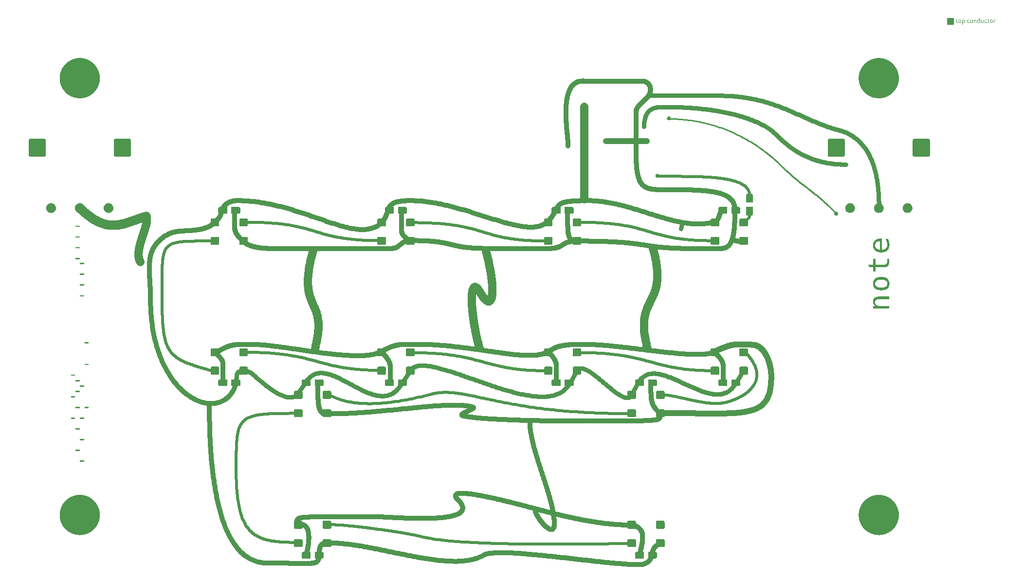
<source format=gtl>
G04                                                      *
G04 Greetings!                                           *
G04 This Gerber was generated by PCBmodE, an open source *
G04 PCB design software. Get it here:                    *
G04                                                      *
G04   http://pcbmode.com                                 *
G04                                                      *
G04 Also visit                                           *
G04                                                      *
G04   http://boldport.com                                *
G04                                                      *
G04 and follow @boldport / @pcbmode for updates!         *
G04                                                      *

G04 leading zeros omitted (L); absolute data (A); 6 integer digits and 6 fractional digits *
%FSLAX66Y66*%

G04 mode (MO): millimeters (MM) *
%MOMM*%

G04 Aperture definitions *
%ADD10C,0.001X*%
%ADD11C,0.001X*%
%ADD20C,0.80X*%
%ADD30C,1.58X*%
%ADD28C,1.68X*%
%ADD36C,0.48X*%
%ADD47C,1.58X*%
%ADD21C,0.50X*%
%ADD41C,0.88X*%
%ADD48C,1.47X*%
%ADD23C,1.28X*%
%ADD32C,1.58X*%
%ADD24C,1.78X*%
%ADD37C,0.98X*%
%ADD39C,0.88X*%
%ADD33C,1.28X*%
%ADD31C,1.28X*%
%ADD43C,0.78X*%
%ADD46C,0.48X*%
%ADD42C,0.28X*%
%ADD22C,0.40X*%
%ADD44C,0.48X*%
%ADD27C,2.28X*%
%ADD40C,1.48X*%
%ADD35C,2.27X*%
%ADD45C,0.78X*%
%ADD29C,1.08X*%
%ADD34C,2.38X*%
%ADD38C,1.45X*%
%ADD25C,2.25X*%
%ADD26C,1.68X*%

%LPC*%
D20*
G01X0000000Y-48500000D02*
G01X0000000Y-9000000D01*
G01X0000000Y-9000000D01*
G01X0001206Y-8851169D01*
G01X0004811Y-8702920D01*
G01X0010796Y-8555274D01*
G01X0019144Y-8408247D01*
G01X0029835Y-8261860D01*
G01X0042851Y-8116130D01*
G01X0058173Y-7971076D01*
G01X0075784Y-7826716D01*
G01X0095664Y-7683069D01*
G01X0117795Y-7540153D01*
G01X0142158Y-7397988D01*
G01X0168735Y-7256591D01*
G01X0197507Y-7115981D01*
G01X0228457Y-6976176D01*
G01X0261564Y-6837196D01*
G01X0296811Y-6699058D01*
G01X0334179Y-6561781D01*
G01X0373650Y-6425384D01*
G01X0415205Y-6289886D01*
G01X0458826Y-6155304D01*
G01X0504494Y-6021657D01*
G01X0552190Y-5888964D01*
G01X0601896Y-5757244D01*
G01X0653594Y-5626514D01*
G01X0707265Y-5496794D01*
G01X0762890Y-5368101D01*
G01X0820451Y-5240455D01*
G01X0879929Y-5113875D01*
G01X0941306Y-4988377D01*
G01X1004564Y-4863982D01*
G01X1069683Y-4740707D01*
G01X1136645Y-4618571D01*
G01X1205432Y-4497593D01*
G01X1276026Y-4377791D01*
G01X1348407Y-4259184D01*
G01X1422557Y-4141790D01*
G01X1498458Y-4025628D01*
G01X1576090Y-3910716D01*
G01X1655437Y-3797073D01*
G01X1736478Y-3684717D01*
G01X1819196Y-3573667D01*
G01X1903571Y-3463941D01*
G01X1989586Y-3355559D01*
G01X2077222Y-3248538D01*
G01X2166461Y-3142896D01*
G01X2257283Y-3038654D01*
G01X2349670Y-2935828D01*
G01X2443604Y-2834438D01*
G01X2539067Y-2734502D01*
G01X2636039Y-2636039D01*
G01X2734502Y-2539067D01*
G01X2834438Y-2443604D01*
G01X2935828Y-2349670D01*
G01X3038654Y-2257283D01*
G01X3142896Y-2166461D01*
G01X3248538Y-2077222D01*
G01X3355559Y-1989586D01*
G01X3463941Y-1903571D01*
G01X3573667Y-1819196D01*
G01X3684717Y-1736478D01*
G01X3797073Y-1655437D01*
G01X3910716Y-1576090D01*
G01X4025628Y-1498458D01*
G01X4141790Y-1422557D01*
G01X4259184Y-1348407D01*
G01X4377791Y-1276026D01*
G01X4497593Y-1205432D01*
G01X4618571Y-1136645D01*
G01X4740707Y-1069683D01*
G01X4863982Y-1004564D01*
G01X4988377Y-0941306D01*
G01X5113875Y-0879929D01*
G01X5240455Y-0820451D01*
G01X5368101Y-0762890D01*
G01X5496794Y-0707265D01*
G01X5626514Y-0653594D01*
G01X5757244Y-0601896D01*
G01X5888964Y-0552190D01*
G01X6021657Y-0504494D01*
G01X6155304Y-0458826D01*
G01X6289886Y-0415205D01*
G01X6425384Y-0373650D01*
G01X6561781Y-0334179D01*
G01X6699058Y-0296811D01*
G01X6837196Y-0261564D01*
G01X6976176Y-0228457D01*
G01X7115981Y-0197507D01*
G01X7256591Y-0168735D01*
G01X7397988Y-0142158D01*
G01X7540153Y-0117795D01*
G01X7683069Y-0095664D01*
G01X7826716Y-0075784D01*
G01X7971076Y-0058173D01*
G01X8116130Y-0042851D01*
G01X8261860Y-0029835D01*
G01X8408247Y-0019144D01*
G01X8555274Y-0010796D01*
G01X8702920Y-0004811D01*
G01X8851169Y-0001206D01*
G01X9000000Y-0000000D01*
G01X9000000Y-0000000D01*
G01X80000000Y-0000000D01*
G01X151000000Y-0000000D01*
G01X151000000Y-0000000D01*
G01X151148831Y-0001206D01*
G01X151297080Y-0004811D01*
G01X151444726Y-0010796D01*
G01X151591753Y-0019144D01*
G01X151738140Y-0029835D01*
G01X151883870Y-0042851D01*
G01X152028924Y-0058173D01*
G01X152173284Y-0075784D01*
G01X152316931Y-0095664D01*
G01X152459847Y-0117795D01*
G01X152602012Y-0142158D01*
G01X152743409Y-0168735D01*
G01X152884019Y-0197507D01*
G01X153023824Y-0228457D01*
G01X153162804Y-0261564D01*
G01X153300942Y-0296811D01*
G01X153438219Y-0334179D01*
G01X153574616Y-0373650D01*
G01X153710114Y-0415205D01*
G01X153844696Y-0458826D01*
G01X153978343Y-0504494D01*
G01X154111036Y-0552190D01*
G01X154242756Y-0601896D01*
G01X154373486Y-0653594D01*
G01X154503206Y-0707265D01*
G01X154631899Y-0762890D01*
G01X154759545Y-0820451D01*
G01X154886125Y-0879929D01*
G01X155011623Y-0941306D01*
G01X155136018Y-1004564D01*
G01X155259293Y-1069683D01*
G01X155381429Y-1136645D01*
G01X155502407Y-1205432D01*
G01X155622209Y-1276026D01*
G01X155740816Y-1348407D01*
G01X155858210Y-1422557D01*
G01X155974372Y-1498458D01*
G01X156089284Y-1576090D01*
G01X156202927Y-1655437D01*
G01X156315283Y-1736478D01*
G01X156426333Y-1819196D01*
G01X156536059Y-1903571D01*
G01X156644441Y-1989586D01*
G01X156751462Y-2077222D01*
G01X156857104Y-2166461D01*
G01X156961346Y-2257283D01*
G01X157064172Y-2349670D01*
G01X157165562Y-2443604D01*
G01X157265498Y-2539067D01*
G01X157363961Y-2636039D01*
G01X157460933Y-2734502D01*
G01X157556396Y-2834438D01*
G01X157650330Y-2935828D01*
G01X157742717Y-3038654D01*
G01X157833539Y-3142896D01*
G01X157922778Y-3248538D01*
G01X158010414Y-3355559D01*
G01X158096429Y-3463941D01*
G01X158180804Y-3573667D01*
G01X158263522Y-3684717D01*
G01X158344563Y-3797073D01*
G01X158423910Y-3910716D01*
G01X158501542Y-4025628D01*
G01X158577443Y-4141790D01*
G01X158651593Y-4259184D01*
G01X158723974Y-4377791D01*
G01X158794568Y-4497593D01*
G01X158863355Y-4618571D01*
G01X158930317Y-4740707D01*
G01X158995436Y-4863982D01*
G01X159058694Y-4988377D01*
G01X159120071Y-5113875D01*
G01X159179549Y-5240455D01*
G01X159237110Y-5368101D01*
G01X159292735Y-5496794D01*
G01X159346406Y-5626514D01*
G01X159398104Y-5757244D01*
G01X159447810Y-5888964D01*
G01X159495506Y-6021657D01*
G01X159541174Y-6155304D01*
G01X159584795Y-6289886D01*
G01X159626350Y-6425384D01*
G01X159665821Y-6561781D01*
G01X159703189Y-6699058D01*
G01X159738436Y-6837196D01*
G01X159771543Y-6976176D01*
G01X159802493Y-7115981D01*
G01X159831265Y-7256591D01*
G01X159857842Y-7397988D01*
G01X159882205Y-7540153D01*
G01X159904336Y-7683069D01*
G01X159924216Y-7826716D01*
G01X159941827Y-7971076D01*
G01X159957149Y-8116130D01*
G01X159970165Y-8261860D01*
G01X159980856Y-8408247D01*
G01X159989204Y-8555274D01*
G01X159995189Y-8702920D01*
G01X159998794Y-8851169D01*
G01X160000000Y-9000000D01*
G01X160000000Y-9000000D01*
G01X160000000Y-48500000D01*
G01X160000000Y-88000000D01*
G01X160000000Y-88000000D01*
G01X159998794Y-88148831D01*
G01X159995189Y-88297080D01*
G01X159989204Y-88444726D01*
G01X159980856Y-88591752D01*
G01X159970165Y-88738140D01*
G01X159957149Y-88883870D01*
G01X159941827Y-89028924D01*
G01X159924216Y-89173284D01*
G01X159904336Y-89316931D01*
G01X159882205Y-89459847D01*
G01X159857842Y-89602012D01*
G01X159831265Y-89743409D01*
G01X159802493Y-89884019D01*
G01X159771543Y-90023824D01*
G01X159738436Y-90162804D01*
G01X159703189Y-90300942D01*
G01X159665821Y-90438219D01*
G01X159626350Y-90574616D01*
G01X159584795Y-90710114D01*
G01X159541174Y-90844696D01*
G01X159495506Y-90978343D01*
G01X159447810Y-91111036D01*
G01X159398104Y-91242756D01*
G01X159346406Y-91373486D01*
G01X159292735Y-91503206D01*
G01X159237110Y-91631899D01*
G01X159179549Y-91759545D01*
G01X159120071Y-91886125D01*
G01X159058694Y-92011623D01*
G01X158995436Y-92136018D01*
G01X158930317Y-92259293D01*
G01X158863355Y-92381429D01*
G01X158794568Y-92502407D01*
G01X158723974Y-92622209D01*
G01X158651593Y-92740816D01*
G01X158577443Y-92858210D01*
G01X158501542Y-92974372D01*
G01X158423910Y-93089284D01*
G01X158344563Y-93202927D01*
G01X158263522Y-93315283D01*
G01X158180804Y-93426333D01*
G01X158096429Y-93536059D01*
G01X158010414Y-93644441D01*
G01X157922778Y-93751462D01*
G01X157833539Y-93857104D01*
G01X157742717Y-93961346D01*
G01X157650330Y-94064172D01*
G01X157556396Y-94165562D01*
G01X157460933Y-94265498D01*
G01X157363961Y-94363961D01*
G01X157265498Y-94460933D01*
G01X157165562Y-94556396D01*
G01X157064172Y-94650330D01*
G01X156961346Y-94742717D01*
G01X156857104Y-94833539D01*
G01X156751462Y-94922778D01*
G01X156644441Y-95010414D01*
G01X156536059Y-95096429D01*
G01X156426333Y-95180804D01*
G01X156315283Y-95263522D01*
G01X156202927Y-95344563D01*
G01X156089284Y-95423910D01*
G01X155974372Y-95501542D01*
G01X155858210Y-95577443D01*
G01X155740816Y-95651593D01*
G01X155622209Y-95723974D01*
G01X155502407Y-95794568D01*
G01X155381429Y-95863355D01*
G01X155259293Y-95930317D01*
G01X155136018Y-95995436D01*
G01X155011623Y-96058694D01*
G01X154886125Y-96120071D01*
G01X154759545Y-96179549D01*
G01X154631899Y-96237110D01*
G01X154503206Y-96292735D01*
G01X154373486Y-96346406D01*
G01X154242756Y-96398104D01*
G01X154111036Y-96447810D01*
G01X153978343Y-96495506D01*
G01X153844696Y-96541174D01*
G01X153710114Y-96584795D01*
G01X153574616Y-96626350D01*
G01X153438219Y-96665821D01*
G01X153300942Y-96703189D01*
G01X153162804Y-96738436D01*
G01X153023824Y-96771543D01*
G01X152884019Y-96802493D01*
G01X152743409Y-96831265D01*
G01X152602012Y-96857842D01*
G01X152459847Y-96882205D01*
G01X152316931Y-96904336D01*
G01X152173284Y-96924216D01*
G01X152028924Y-96941827D01*
G01X151883870Y-96957149D01*
G01X151738140Y-96970165D01*
G01X151591753Y-96980856D01*
G01X151444726Y-96989204D01*
G01X151297080Y-96995189D01*
G01X151148831Y-96998794D01*
G01X151000000Y-97000000D01*
G01X151000000Y-97000000D01*
G01X80000000Y-97000000D01*
G01X9000000Y-97000000D01*
G01X9000000Y-97000000D01*
G01X8851169Y-96998794D01*
G01X8702920Y-96995189D01*
G01X8555274Y-96989204D01*
G01X8408247Y-96980856D01*
G01X8261860Y-96970165D01*
G01X8116130Y-96957149D01*
G01X7971076Y-96941827D01*
G01X7826716Y-96924216D01*
G01X7683069Y-96904336D01*
G01X7540153Y-96882205D01*
G01X7397988Y-96857842D01*
G01X7256591Y-96831265D01*
G01X7115981Y-96802493D01*
G01X6976176Y-96771543D01*
G01X6837196Y-96738436D01*
G01X6699058Y-96703189D01*
G01X6561781Y-96665821D01*
G01X6425384Y-96626350D01*
G01X6289886Y-96584795D01*
G01X6155304Y-96541174D01*
G01X6021657Y-96495506D01*
G01X5888964Y-96447810D01*
G01X5757244Y-96398104D01*
G01X5626514Y-96346406D01*
G01X5496794Y-96292735D01*
G01X5368101Y-96237110D01*
G01X5240455Y-96179549D01*
G01X5113875Y-96120071D01*
G01X4988377Y-96058694D01*
G01X4863982Y-95995436D01*
G01X4740707Y-95930317D01*
G01X4618571Y-95863355D01*
G01X4497593Y-95794568D01*
G01X4377791Y-95723974D01*
G01X4259184Y-95651593D01*
G01X4141790Y-95577443D01*
G01X4025628Y-95501542D01*
G01X3910716Y-95423910D01*
G01X3797073Y-95344563D01*
G01X3684717Y-95263522D01*
G01X3573667Y-95180804D01*
G01X3463941Y-95096429D01*
G01X3355559Y-95010414D01*
G01X3248538Y-94922778D01*
G01X3142896Y-94833539D01*
G01X3038654Y-94742717D01*
G01X2935828Y-94650330D01*
G01X2834438Y-94556396D01*
G01X2734502Y-94460933D01*
G01X2636039Y-94363961D01*
G01X2539067Y-94265498D01*
G01X2443604Y-94165562D01*
G01X2349670Y-94064172D01*
G01X2257283Y-93961346D01*
G01X2166461Y-93857104D01*
G01X2077222Y-93751462D01*
G01X1989586Y-93644441D01*
G01X1903571Y-93536059D01*
G01X1819196Y-93426333D01*
G01X1736478Y-93315283D01*
G01X1655437Y-93202927D01*
G01X1576090Y-93089284D01*
G01X1498458Y-92974372D01*
G01X1422557Y-92858210D01*
G01X1348407Y-92740816D01*
G01X1276026Y-92622209D01*
G01X1205432Y-92502407D01*
G01X1136645Y-92381429D01*
G01X1069683Y-92259293D01*
G01X1004564Y-92136018D01*
G01X0941306Y-92011623D01*
G01X0879929Y-91886125D01*
G01X0820451Y-91759545D01*
G01X0762890Y-91631899D01*
G01X0707265Y-91503206D01*
G01X0653594Y-91373486D01*
G01X0601896Y-91242756D01*
G01X0552190Y-91111036D01*
G01X0504494Y-90978343D01*
G01X0458826Y-90844696D01*
G01X0415205Y-90710114D01*
G01X0373650Y-90574616D01*
G01X0334179Y-90438219D01*
G01X0296811Y-90300942D01*
G01X0261564Y-90162804D01*
G01X0228457Y-90023824D01*
G01X0197507Y-89884019D01*
G01X0168735Y-89743409D01*
G01X0142158Y-89602012D01*
G01X0117795Y-89459847D01*
G01X0095664Y-89316931D01*
G01X0075784Y-89173284D01*
G01X0058173Y-89028924D01*
G01X0042851Y-88883870D01*
G01X0029835Y-88738140D01*
G01X0019144Y-88591752D01*
G01X0010796Y-88444726D01*
G01X0004811Y-88297080D01*
G01X0001206Y-88148831D01*
G01X0000000Y-88000000D01*
G01X0000000Y-88000000D01*
G01X0000000Y-48500000D01*
D20*
G01X16899999Y-21549999D02*
G01X18899999Y-21549999D01*
G01X18899999Y-23649999D01*
G01X16899999Y-23649999D01*
G01X16899999Y-21549999D01*
D20*
G01X2099999Y-21549999D02*
G01X4099999Y-21549999D01*
G01X4099999Y-23649999D01*
G01X2099999Y-23649999D01*
G01X2099999Y-21549999D01*
D20*
G01X155900000Y-21549999D02*
G01X157900000Y-21549999D01*
G01X157900000Y-23649999D01*
G01X155900000Y-23649999D01*
G01X155900000Y-21549999D01*
D20*
G01X141100000Y-21549999D02*
G01X143100000Y-21549999D01*
G01X143100000Y-23649999D01*
G01X141100000Y-23649999D01*
G01X141100000Y-21549999D01*
D20*
G01X61000001Y-71000001D02*
G01X40999998Y-71000001D01*
G01X40999998Y-85999999D01*
G01X61000001Y-85999999D01*
G01X61000001Y-71000001D01*
D20*
G01X119000000Y-71000001D02*
G01X99000001Y-71000001D01*
G01X99000001Y-85999999D01*
G01X119000000Y-85999999D01*
G01X119000000Y-71000001D01*
D20*
G01X80000000Y-30500000D02*
G01X80000000Y-30500000D01*
G01X79801558Y-30498392D01*
G01X79603894Y-30493586D01*
G01X79407032Y-30485605D01*
G01X79210997Y-30474475D01*
G01X79015814Y-30460220D01*
G01X78821507Y-30442866D01*
G01X78628101Y-30422435D01*
G01X78435621Y-30398955D01*
G01X78244092Y-30372448D01*
G01X78053538Y-30342940D01*
G01X77863984Y-30310456D01*
G01X77675455Y-30275020D01*
G01X77487974Y-30236657D01*
G01X77301569Y-30195391D01*
G01X77116261Y-30151248D01*
G01X76932078Y-30104252D01*
G01X76749042Y-30054427D01*
G01X76567180Y-30001800D01*
G01X76386515Y-29946393D01*
G01X76207072Y-29888232D01*
G01X76028877Y-29827342D01*
G01X75851953Y-29763747D01*
G01X75676326Y-29697472D01*
G01X75502019Y-29628541D01*
G01X75329059Y-29556980D01*
G01X75157469Y-29482814D01*
G01X74987275Y-29406066D01*
G01X74818500Y-29326761D01*
G01X74651170Y-29244925D01*
G01X74485310Y-29160582D01*
G01X74320943Y-29073756D01*
G01X74158096Y-28984473D01*
G01X73996792Y-28892756D01*
G01X73837056Y-28798632D01*
G01X73678913Y-28702124D01*
G01X73522388Y-28603257D01*
G01X73367505Y-28502056D01*
G01X73214289Y-28398546D01*
G01X73062764Y-28292751D01*
G01X72912957Y-28184696D01*
G01X72764890Y-28074405D01*
G01X72618589Y-27961904D01*
G01X72474079Y-27847218D01*
G01X72331384Y-27730370D01*
G01X72190529Y-27611385D01*
G01X72051539Y-27490289D01*
G01X71914438Y-27367106D01*
G01X71779252Y-27241860D01*
G01X71646004Y-27114577D01*
G01X71514719Y-26985281D01*
G01X71385423Y-26853996D01*
G01X71258140Y-26720749D01*
G01X71132895Y-26585562D01*
G01X71009711Y-26448461D01*
G01X70888615Y-26309471D01*
G01X70769631Y-26168616D01*
G01X70652783Y-26025921D01*
G01X70538096Y-25881411D01*
G01X70425595Y-25735110D01*
G01X70315305Y-25587044D01*
G01X70207250Y-25437236D01*
G01X70101455Y-25285711D01*
G01X69997944Y-25132496D01*
G01X69896744Y-24977612D01*
G01X69797877Y-24821087D01*
G01X69701369Y-24662944D01*
G01X69607244Y-24503208D01*
G01X69515528Y-24341904D01*
G01X69426245Y-24179057D01*
G01X69339419Y-24014690D01*
G01X69255076Y-23848830D01*
G01X69173240Y-23681500D01*
G01X69093935Y-23512725D01*
G01X69017187Y-23342531D01*
G01X68943020Y-23170941D01*
G01X68871460Y-22997980D01*
G01X68802529Y-22823674D01*
G01X68736254Y-22648047D01*
G01X68672659Y-22471123D01*
G01X68611769Y-22292927D01*
G01X68553608Y-22113485D01*
G01X68498201Y-21932820D01*
G01X68445573Y-21750957D01*
G01X68395749Y-21567922D01*
G01X68348753Y-21383738D01*
G01X68304610Y-21198431D01*
G01X68263344Y-21012025D01*
G01X68224981Y-20824545D01*
G01X68189545Y-20636015D01*
G01X68157061Y-20446461D01*
G01X68127553Y-20255907D01*
G01X68101046Y-20064378D01*
G01X68077566Y-19871898D01*
G01X68057135Y-19678492D01*
G01X68039781Y-19484186D01*
G01X68025526Y-19289002D01*
G01X68014396Y-19092967D01*
G01X68006415Y-18896105D01*
G01X68001609Y-18698441D01*
G01X68000001Y-18499999D01*
G01X68000001Y-18499999D01*
G01X68000001Y-18499999D01*
G01X68001609Y-18301557D01*
G01X68006415Y-18103893D01*
G01X68014396Y-17907031D01*
G01X68025526Y-17710996D01*
G01X68039781Y-17515812D01*
G01X68057135Y-17321506D01*
G01X68077566Y-17128100D01*
G01X68101046Y-16935620D01*
G01X68127553Y-16744091D01*
G01X68157061Y-16553537D01*
G01X68189545Y-16363983D01*
G01X68224981Y-16175453D01*
G01X68263344Y-15987973D01*
G01X68304610Y-15801567D01*
G01X68348753Y-15616260D01*
G01X68395749Y-15432076D01*
G01X68445573Y-15249041D01*
G01X68498201Y-15067178D01*
G01X68553608Y-14886513D01*
G01X68611769Y-14707071D01*
G01X68672659Y-14528875D01*
G01X68736254Y-14351951D01*
G01X68802529Y-14176324D01*
G01X68871460Y-14002018D01*
G01X68943020Y-13829057D01*
G01X69017187Y-13657468D01*
G01X69093935Y-13487273D01*
G01X69173240Y-13318499D01*
G01X69255076Y-13151169D01*
G01X69339419Y-12985308D01*
G01X69426245Y-12820942D01*
G01X69515528Y-12658094D01*
G01X69607244Y-12496790D01*
G01X69701369Y-12337054D01*
G01X69797877Y-12178911D01*
G01X69896744Y-12022386D01*
G01X69997944Y-11867503D01*
G01X70101455Y-11714287D01*
G01X70207250Y-11562763D01*
G01X70315305Y-11412955D01*
G01X70425595Y-11264888D01*
G01X70538096Y-11118588D01*
G01X70652783Y-10974077D01*
G01X70769631Y-10831382D01*
G01X70888615Y-10690528D01*
G01X71009711Y-10551537D01*
G01X71132895Y-10414437D01*
G01X71258140Y-10279250D01*
G01X71385423Y-10146002D01*
G01X71514719Y-10014718D01*
G01X71646004Y-9885421D01*
G01X71779252Y-9758138D01*
G01X71914438Y-9632893D01*
G01X72051539Y-9509709D01*
G01X72190529Y-9388613D01*
G01X72331384Y-9269629D01*
G01X72474079Y-9152781D01*
G01X72618589Y-9038094D01*
G01X72764890Y-8925593D01*
G01X72912957Y-8815303D01*
G01X73062764Y-8707248D01*
G01X73214289Y-8601453D01*
G01X73367505Y-8497943D01*
G01X73522388Y-8396742D01*
G01X73678913Y-8297875D01*
G01X73837056Y-8201367D01*
G01X73996792Y-8107242D01*
G01X74158096Y-8015526D01*
G01X74320943Y-7926243D01*
G01X74485310Y-7839417D01*
G01X74651170Y-7755074D01*
G01X74818500Y-7673238D01*
G01X74987275Y-7593933D01*
G01X75157469Y-7517185D01*
G01X75329059Y-7443018D01*
G01X75502019Y-7371458D01*
G01X75676326Y-7302527D01*
G01X75851953Y-7236252D01*
G01X76028877Y-7172657D01*
G01X76207072Y-7111767D01*
G01X76386515Y-7053606D01*
G01X76567180Y-6998199D01*
G01X76749042Y-6945571D01*
G01X76932078Y-6895747D01*
G01X77116261Y-6848751D01*
G01X77301569Y-6804608D01*
G01X77487974Y-6763342D01*
G01X77675455Y-6724979D01*
G01X77863984Y-6689543D01*
G01X78053538Y-6657059D01*
G01X78244092Y-6627551D01*
G01X78435621Y-6601044D01*
G01X78628101Y-6577564D01*
G01X78821507Y-6557133D01*
G01X79015814Y-6539779D01*
G01X79210997Y-6525524D01*
G01X79407032Y-6514394D01*
G01X79603894Y-6506413D01*
G01X79801558Y-6501607D01*
G01X80000000Y-6499999D01*
G01X80000000Y-6499999D01*
G01X80000000Y-6499999D01*
G01X80198442Y-6501607D01*
G01X80396106Y-6506413D01*
G01X80592968Y-6514394D01*
G01X80789003Y-6525524D01*
G01X80984186Y-6539779D01*
G01X81178493Y-6557133D01*
G01X81371899Y-6577564D01*
G01X81564379Y-6601044D01*
G01X81755908Y-6627551D01*
G01X81946462Y-6657059D01*
G01X82136016Y-6689543D01*
G01X82324546Y-6724979D01*
G01X82512026Y-6763342D01*
G01X82698432Y-6804608D01*
G01X82883739Y-6848751D01*
G01X83067922Y-6895747D01*
G01X83250958Y-6945571D01*
G01X83432820Y-6998199D01*
G01X83613485Y-7053606D01*
G01X83792928Y-7111767D01*
G01X83971123Y-7172657D01*
G01X84148047Y-7236252D01*
G01X84323675Y-7302527D01*
G01X84497981Y-7371458D01*
G01X84670941Y-7443018D01*
G01X84842531Y-7517185D01*
G01X85012726Y-7593933D01*
G01X85181500Y-7673238D01*
G01X85348830Y-7755074D01*
G01X85514691Y-7839417D01*
G01X85679057Y-7926243D01*
G01X85841905Y-8015526D01*
G01X86003209Y-8107242D01*
G01X86162945Y-8201367D01*
G01X86321088Y-8297875D01*
G01X86477613Y-8396742D01*
G01X86632496Y-8497943D01*
G01X86785712Y-8601453D01*
G01X86937236Y-8707248D01*
G01X87087044Y-8815303D01*
G01X87235111Y-8925593D01*
G01X87381411Y-9038094D01*
G01X87525922Y-9152781D01*
G01X87668617Y-9269629D01*
G01X87809471Y-9388613D01*
G01X87948462Y-9509709D01*
G01X88085562Y-9632893D01*
G01X88220749Y-9758138D01*
G01X88353997Y-9885421D01*
G01X88485281Y-10014718D01*
G01X88614578Y-10146002D01*
G01X88741861Y-10279250D01*
G01X88867106Y-10414437D01*
G01X88990290Y-10551537D01*
G01X89111386Y-10690528D01*
G01X89230370Y-10831382D01*
G01X89347218Y-10974077D01*
G01X89461905Y-11118588D01*
G01X89574406Y-11264888D01*
G01X89684696Y-11412955D01*
G01X89792752Y-11562763D01*
G01X89898547Y-11714287D01*
G01X90002057Y-11867503D01*
G01X90103258Y-12022386D01*
G01X90202125Y-12178911D01*
G01X90298633Y-12337054D01*
G01X90392757Y-12496790D01*
G01X90484473Y-12658094D01*
G01X90573757Y-12820942D01*
G01X90660582Y-12985308D01*
G01X90744926Y-13151169D01*
G01X90826762Y-13318499D01*
G01X90906066Y-13487273D01*
G01X90982814Y-13657468D01*
G01X91056981Y-13829057D01*
G01X91128542Y-14002018D01*
G01X91197472Y-14176324D01*
G01X91263747Y-14351951D01*
G01X91327343Y-14528875D01*
G01X91388233Y-14707071D01*
G01X91446394Y-14886513D01*
G01X91501800Y-15067178D01*
G01X91554428Y-15249041D01*
G01X91604253Y-15432076D01*
G01X91651249Y-15616260D01*
G01X91695392Y-15801567D01*
G01X91736658Y-15987973D01*
G01X91775021Y-16175453D01*
G01X91810457Y-16363983D01*
G01X91842941Y-16553537D01*
G01X91872449Y-16744091D01*
G01X91898956Y-16935620D01*
G01X91922436Y-17128100D01*
G01X91942867Y-17321506D01*
G01X91960221Y-17515812D01*
G01X91974476Y-17710996D01*
G01X91985606Y-17907031D01*
G01X91993587Y-18103893D01*
G01X91998393Y-18301557D01*
G01X92000001Y-18499999D01*
G01X92000001Y-18499999D01*
G01X92000001Y-18499999D01*
G01X91998393Y-18698441D01*
G01X91993587Y-18896105D01*
G01X91985606Y-19092967D01*
G01X91974476Y-19289002D01*
G01X91960221Y-19484186D01*
G01X91942867Y-19678492D01*
G01X91922436Y-19871898D01*
G01X91898956Y-20064378D01*
G01X91872449Y-20255907D01*
G01X91842941Y-20446461D01*
G01X91810457Y-20636015D01*
G01X91775021Y-20824545D01*
G01X91736658Y-21012025D01*
G01X91695392Y-21198431D01*
G01X91651249Y-21383738D01*
G01X91604253Y-21567922D01*
G01X91554428Y-21750957D01*
G01X91501800Y-21932820D01*
G01X91446394Y-22113485D01*
G01X91388233Y-22292927D01*
G01X91327343Y-22471123D01*
G01X91263747Y-22648047D01*
G01X91197472Y-22823674D01*
G01X91128542Y-22997980D01*
G01X91056981Y-23170941D01*
G01X90982814Y-23342531D01*
G01X90906066Y-23512725D01*
G01X90826762Y-23681500D01*
G01X90744926Y-23848830D01*
G01X90660582Y-24014690D01*
G01X90573757Y-24179057D01*
G01X90484473Y-24341904D01*
G01X90392757Y-24503208D01*
G01X90298633Y-24662944D01*
G01X90202125Y-24821087D01*
G01X90103258Y-24977612D01*
G01X90002057Y-25132496D01*
G01X89898547Y-25285711D01*
G01X89792752Y-25437236D01*
G01X89684696Y-25587044D01*
G01X89574406Y-25735110D01*
G01X89461905Y-25881411D01*
G01X89347218Y-26025921D01*
G01X89230370Y-26168616D01*
G01X89111386Y-26309471D01*
G01X88990290Y-26448461D01*
G01X88867106Y-26585562D01*
G01X88741861Y-26720749D01*
G01X88614578Y-26853996D01*
G01X88485281Y-26985281D01*
G01X88353997Y-27114577D01*
G01X88220749Y-27241860D01*
G01X88085562Y-27367106D01*
G01X87948462Y-27490289D01*
G01X87809471Y-27611385D01*
G01X87668617Y-27730370D01*
G01X87525922Y-27847218D01*
G01X87381411Y-27961904D01*
G01X87235111Y-28074405D01*
G01X87087044Y-28184696D01*
G01X86937236Y-28292751D01*
G01X86785712Y-28398546D01*
G01X86632496Y-28502056D01*
G01X86477613Y-28603257D01*
G01X86321088Y-28702124D01*
G01X86162945Y-28798632D01*
G01X86003209Y-28892756D01*
G01X85841905Y-28984473D01*
G01X85679057Y-29073756D01*
G01X85514691Y-29160582D01*
G01X85348830Y-29244925D01*
G01X85181500Y-29326761D01*
G01X85012726Y-29406066D01*
G01X84842531Y-29482814D01*
G01X84670941Y-29556980D01*
G01X84497981Y-29628541D01*
G01X84323675Y-29697472D01*
G01X84148047Y-29763747D01*
G01X83971123Y-29827342D01*
G01X83792928Y-29888232D01*
G01X83613485Y-29946393D01*
G01X83432820Y-30001800D01*
G01X83250958Y-30054427D01*
G01X83067922Y-30104252D01*
G01X82883739Y-30151248D01*
G01X82698432Y-30195391D01*
G01X82512026Y-30236657D01*
G01X82324546Y-30275020D01*
G01X82136016Y-30310456D01*
G01X81946462Y-30342940D01*
G01X81755908Y-30372448D01*
G01X81564379Y-30398955D01*
G01X81371899Y-30422435D01*
G01X81178493Y-30442866D01*
G01X80984186Y-30460220D01*
G01X80789003Y-30474475D01*
G01X80592968Y-30485605D01*
G01X80396106Y-30493586D01*
G01X80198442Y-30498392D01*
G01X80000000Y-30500000D01*
G01X80000000Y-30500000D01*
D20*
G01X75500000Y-40999998D02*
G01X55500000Y-40999998D01*
G01X55500000Y-55999999D01*
G01X75500000Y-55999999D01*
G01X75500000Y-40999998D01*
D20*
G01X104500000Y-40999998D02*
G01X84499999Y-40999998D01*
G01X84499999Y-55999999D01*
G01X104500000Y-55999999D01*
G01X104500000Y-40999998D01*
D20*
G01X46499999Y-40999998D02*
G01X26499999Y-40999998D01*
G01X26499999Y-55999999D01*
G01X46499999Y-55999999D01*
G01X46499999Y-40999998D01*
D20*
G01X133500000Y-40999998D02*
G01X113500000Y-40999998D01*
G01X113500000Y-55999999D01*
G01X133500000Y-55999999D01*
G01X133500000Y-40999998D01*
D21*
G01X49250000Y-91400000D02*
G01X49250000Y-91850000D01*
G01X49250000Y-91850000D01*
G01X49244514Y-91902334D01*
G01X49228809Y-91950886D01*
G01X49204016Y-91994526D01*
G01X49171266Y-92032122D01*
G01X49131689Y-92062544D01*
G01X49086418Y-92084661D01*
G01X49036581Y-92097343D01*
G01X49000000Y-92100000D01*
G01X48500000Y-92100000D01*
G01X48000000Y-92100000D01*
G01X48000000Y-92100000D01*
G01X47947666Y-92094514D01*
G01X47899114Y-92078809D01*
G01X47855474Y-92054016D01*
G01X47817878Y-92021266D01*
G01X47787456Y-91981689D01*
G01X47765339Y-91936418D01*
G01X47752657Y-91886581D01*
G01X47750000Y-91850000D01*
G01X47750000Y-91400000D01*
G01X47750000Y-90950000D01*
G01X47750000Y-90950000D01*
G01X47755486Y-90897666D01*
G01X47771191Y-90849114D01*
G01X47795984Y-90805474D01*
G01X47828734Y-90767878D01*
G01X47868311Y-90737456D01*
G01X47913582Y-90715339D01*
G01X47963419Y-90702657D01*
G01X48000000Y-90700000D01*
G01X48500000Y-90700000D01*
G01X49000000Y-90700000D01*
G01X49000000Y-90700000D01*
G01X49052334Y-90705486D01*
G01X49100886Y-90721191D01*
G01X49144526Y-90745984D01*
G01X49182122Y-90778734D01*
G01X49212544Y-90818311D01*
G01X49234661Y-90863582D01*
G01X49247343Y-90913419D01*
G01X49250000Y-90950000D01*
G01X49250000Y-91400000D01*
D21*
G01X49250000Y-91400000D02*
G01X49250000Y-91850000D01*
G01X49250000Y-91850000D01*
G01X49244514Y-91902334D01*
G01X49228809Y-91950886D01*
G01X49204016Y-91994526D01*
G01X49171266Y-92032122D01*
G01X49131689Y-92062544D01*
G01X49086418Y-92084661D01*
G01X49036581Y-92097343D01*
G01X49000000Y-92100000D01*
G01X48500000Y-92100000D01*
G01X48000000Y-92100000D01*
G01X48000000Y-92100000D01*
G01X47947666Y-92094514D01*
G01X47899114Y-92078809D01*
G01X47855474Y-92054016D01*
G01X47817878Y-92021266D01*
G01X47787456Y-91981689D01*
G01X47765339Y-91936418D01*
G01X47752657Y-91886581D01*
G01X47750000Y-91850000D01*
G01X47750000Y-91400000D01*
G01X47750000Y-90950000D01*
G01X47750000Y-90950000D01*
G01X47755486Y-90897666D01*
G01X47771191Y-90849114D01*
G01X47795984Y-90805474D01*
G01X47828734Y-90767878D01*
G01X47868311Y-90737456D01*
G01X47913582Y-90715339D01*
G01X47963419Y-90702657D01*
G01X48000000Y-90700000D01*
G01X48500000Y-90700000D01*
G01X49000000Y-90700000D01*
G01X49000000Y-90700000D01*
G01X49052334Y-90705486D01*
G01X49100886Y-90721191D01*
G01X49144526Y-90745984D01*
G01X49182122Y-90778734D01*
G01X49212544Y-90818311D01*
G01X49234661Y-90863582D01*
G01X49247343Y-90913419D01*
G01X49250000Y-90950000D01*
G01X49250000Y-91400000D01*
D21*
G01X49250000Y-88200000D02*
G01X49250000Y-88650000D01*
G01X49250000Y-88650000D01*
G01X49244514Y-88702334D01*
G01X49228809Y-88750886D01*
G01X49204016Y-88794526D01*
G01X49171266Y-88832122D01*
G01X49131689Y-88862544D01*
G01X49086418Y-88884661D01*
G01X49036581Y-88897343D01*
G01X49000000Y-88900000D01*
G01X48500000Y-88900000D01*
G01X48000000Y-88900000D01*
G01X48000000Y-88900000D01*
G01X47947666Y-88894514D01*
G01X47899114Y-88878809D01*
G01X47855474Y-88854016D01*
G01X47817878Y-88821266D01*
G01X47787456Y-88781689D01*
G01X47765339Y-88736418D01*
G01X47752657Y-88686581D01*
G01X47750000Y-88650000D01*
G01X47750000Y-88200000D01*
G01X47750000Y-87750000D01*
G01X47750000Y-87750000D01*
G01X47755486Y-87697666D01*
G01X47771191Y-87649114D01*
G01X47795984Y-87605474D01*
G01X47828734Y-87567878D01*
G01X47868311Y-87537456D01*
G01X47913582Y-87515339D01*
G01X47963419Y-87502657D01*
G01X48000000Y-87500000D01*
G01X48500000Y-87500000D01*
G01X49000000Y-87500000D01*
G01X49000000Y-87500000D01*
G01X49052334Y-87505486D01*
G01X49100886Y-87521191D01*
G01X49144526Y-87545984D01*
G01X49182122Y-87578734D01*
G01X49212544Y-87618311D01*
G01X49234661Y-87663582D01*
G01X49247343Y-87713419D01*
G01X49250000Y-87750000D01*
G01X49250000Y-88200000D01*
D21*
G01X49250000Y-88200000D02*
G01X49250000Y-88650000D01*
G01X49250000Y-88650000D01*
G01X49244514Y-88702334D01*
G01X49228809Y-88750886D01*
G01X49204016Y-88794526D01*
G01X49171266Y-88832122D01*
G01X49131689Y-88862544D01*
G01X49086418Y-88884661D01*
G01X49036581Y-88897343D01*
G01X49000000Y-88900000D01*
G01X48500000Y-88900000D01*
G01X48000000Y-88900000D01*
G01X48000000Y-88900000D01*
G01X47947666Y-88894514D01*
G01X47899114Y-88878809D01*
G01X47855474Y-88854016D01*
G01X47817878Y-88821266D01*
G01X47787456Y-88781689D01*
G01X47765339Y-88736418D01*
G01X47752657Y-88686581D01*
G01X47750000Y-88650000D01*
G01X47750000Y-88200000D01*
G01X47750000Y-87750000D01*
G01X47750000Y-87750000D01*
G01X47755486Y-87697666D01*
G01X47771191Y-87649114D01*
G01X47795984Y-87605474D01*
G01X47828734Y-87567878D01*
G01X47868311Y-87537456D01*
G01X47913582Y-87515339D01*
G01X47963419Y-87502657D01*
G01X48000000Y-87500000D01*
G01X48500000Y-87500000D01*
G01X49000000Y-87500000D01*
G01X49000000Y-87500000D01*
G01X49052334Y-87505486D01*
G01X49100886Y-87521191D01*
G01X49144526Y-87545984D01*
G01X49182122Y-87578734D01*
G01X49212544Y-87618311D01*
G01X49234661Y-87663582D01*
G01X49247343Y-87713419D01*
G01X49250000Y-87750000D01*
G01X49250000Y-88200000D01*
D21*
G01X54250000Y-88200000D02*
G01X54250000Y-88650000D01*
G01X54250000Y-88650000D01*
G01X54244514Y-88702334D01*
G01X54228809Y-88750886D01*
G01X54204016Y-88794526D01*
G01X54171266Y-88832122D01*
G01X54131689Y-88862544D01*
G01X54086418Y-88884661D01*
G01X54036581Y-88897343D01*
G01X54000000Y-88900000D01*
G01X53500000Y-88900000D01*
G01X53000000Y-88900000D01*
G01X53000000Y-88900000D01*
G01X52947666Y-88894514D01*
G01X52899114Y-88878809D01*
G01X52855474Y-88854016D01*
G01X52817878Y-88821266D01*
G01X52787456Y-88781689D01*
G01X52765339Y-88736418D01*
G01X52752657Y-88686581D01*
G01X52750000Y-88650000D01*
G01X52750000Y-88200000D01*
G01X52750000Y-87750000D01*
G01X52750000Y-87750000D01*
G01X52755486Y-87697666D01*
G01X52771191Y-87649114D01*
G01X52795984Y-87605474D01*
G01X52828734Y-87567878D01*
G01X52868311Y-87537456D01*
G01X52913582Y-87515339D01*
G01X52963419Y-87502657D01*
G01X53000000Y-87500000D01*
G01X53500000Y-87500000D01*
G01X54000000Y-87500000D01*
G01X54000000Y-87500000D01*
G01X54052334Y-87505486D01*
G01X54100886Y-87521191D01*
G01X54144526Y-87545984D01*
G01X54182122Y-87578734D01*
G01X54212544Y-87618311D01*
G01X54234661Y-87663582D01*
G01X54247343Y-87713419D01*
G01X54250000Y-87750000D01*
G01X54250000Y-88200000D01*
D21*
G01X54250000Y-88200000D02*
G01X54250000Y-88650000D01*
G01X54250000Y-88650000D01*
G01X54244514Y-88702334D01*
G01X54228809Y-88750886D01*
G01X54204016Y-88794526D01*
G01X54171266Y-88832122D01*
G01X54131689Y-88862544D01*
G01X54086418Y-88884661D01*
G01X54036581Y-88897343D01*
G01X54000000Y-88900000D01*
G01X53500000Y-88900000D01*
G01X53000000Y-88900000D01*
G01X53000000Y-88900000D01*
G01X52947666Y-88894514D01*
G01X52899114Y-88878809D01*
G01X52855474Y-88854016D01*
G01X52817878Y-88821266D01*
G01X52787456Y-88781689D01*
G01X52765339Y-88736418D01*
G01X52752657Y-88686581D01*
G01X52750000Y-88650000D01*
G01X52750000Y-88200000D01*
G01X52750000Y-87750000D01*
G01X52750000Y-87750000D01*
G01X52755486Y-87697666D01*
G01X52771191Y-87649114D01*
G01X52795984Y-87605474D01*
G01X52828734Y-87567878D01*
G01X52868311Y-87537456D01*
G01X52913582Y-87515339D01*
G01X52963419Y-87502657D01*
G01X53000000Y-87500000D01*
G01X53500000Y-87500000D01*
G01X54000000Y-87500000D01*
G01X54000000Y-87500000D01*
G01X54052334Y-87505486D01*
G01X54100886Y-87521191D01*
G01X54144526Y-87545984D01*
G01X54182122Y-87578734D01*
G01X54212544Y-87618311D01*
G01X54234661Y-87663582D01*
G01X54247343Y-87713419D01*
G01X54250000Y-87750000D01*
G01X54250000Y-88200000D01*
D21*
G01X54250000Y-91400000D02*
G01X54250000Y-91850000D01*
G01X54250000Y-91850000D01*
G01X54244514Y-91902334D01*
G01X54228809Y-91950886D01*
G01X54204016Y-91994526D01*
G01X54171266Y-92032122D01*
G01X54131689Y-92062544D01*
G01X54086418Y-92084661D01*
G01X54036581Y-92097343D01*
G01X54000000Y-92100000D01*
G01X53500000Y-92100000D01*
G01X53000000Y-92100000D01*
G01X53000000Y-92100000D01*
G01X52947666Y-92094514D01*
G01X52899114Y-92078809D01*
G01X52855474Y-92054016D01*
G01X52817878Y-92021266D01*
G01X52787456Y-91981689D01*
G01X52765339Y-91936418D01*
G01X52752657Y-91886581D01*
G01X52750000Y-91850000D01*
G01X52750000Y-91400000D01*
G01X52750000Y-90950000D01*
G01X52750000Y-90950000D01*
G01X52755486Y-90897666D01*
G01X52771191Y-90849114D01*
G01X52795984Y-90805474D01*
G01X52828734Y-90767878D01*
G01X52868311Y-90737456D01*
G01X52913582Y-90715339D01*
G01X52963419Y-90702657D01*
G01X53000000Y-90700000D01*
G01X53500000Y-90700000D01*
G01X54000000Y-90700000D01*
G01X54000000Y-90700000D01*
G01X54052334Y-90705486D01*
G01X54100886Y-90721191D01*
G01X54144526Y-90745984D01*
G01X54182122Y-90778734D01*
G01X54212544Y-90818311D01*
G01X54234661Y-90863582D01*
G01X54247343Y-90913419D01*
G01X54250000Y-90950000D01*
G01X54250000Y-91400000D01*
D21*
G01X54250000Y-91400000D02*
G01X54250000Y-91850000D01*
G01X54250000Y-91850000D01*
G01X54244514Y-91902334D01*
G01X54228809Y-91950886D01*
G01X54204016Y-91994526D01*
G01X54171266Y-92032122D01*
G01X54131689Y-92062544D01*
G01X54086418Y-92084661D01*
G01X54036581Y-92097343D01*
G01X54000000Y-92100000D01*
G01X53500000Y-92100000D01*
G01X53000000Y-92100000D01*
G01X53000000Y-92100000D01*
G01X52947666Y-92094514D01*
G01X52899114Y-92078809D01*
G01X52855474Y-92054016D01*
G01X52817878Y-92021266D01*
G01X52787456Y-91981689D01*
G01X52765339Y-91936418D01*
G01X52752657Y-91886581D01*
G01X52750000Y-91850000D01*
G01X52750000Y-91400000D01*
G01X52750000Y-90950000D01*
G01X52750000Y-90950000D01*
G01X52755486Y-90897666D01*
G01X52771191Y-90849114D01*
G01X52795984Y-90805474D01*
G01X52828734Y-90767878D01*
G01X52868311Y-90737456D01*
G01X52913582Y-90715339D01*
G01X52963419Y-90702657D01*
G01X53000000Y-90700000D01*
G01X53500000Y-90700000D01*
G01X54000000Y-90700000D01*
G01X54000000Y-90700000D01*
G01X54052334Y-90705486D01*
G01X54100886Y-90721191D01*
G01X54144526Y-90745984D01*
G01X54182122Y-90778734D01*
G01X54212544Y-90818311D01*
G01X54234661Y-90863582D01*
G01X54247343Y-90913419D01*
G01X54250000Y-90950000D01*
G01X54250000Y-91400000D01*
D21*
G01X52750000Y-65600000D02*
G01X52750000Y-65150000D01*
G01X52750000Y-65150000D01*
G01X52755486Y-65097666D01*
G01X52771191Y-65049114D01*
G01X52795984Y-65005474D01*
G01X52828734Y-64967878D01*
G01X52868311Y-64937456D01*
G01X52913582Y-64915339D01*
G01X52963419Y-64902657D01*
G01X53000000Y-64900000D01*
G01X53500000Y-64900000D01*
G01X54000000Y-64900000D01*
G01X54000000Y-64900000D01*
G01X54052334Y-64905486D01*
G01X54100886Y-64921191D01*
G01X54144526Y-64945984D01*
G01X54182122Y-64978734D01*
G01X54212544Y-65018311D01*
G01X54234661Y-65063582D01*
G01X54247343Y-65113419D01*
G01X54250000Y-65150000D01*
G01X54250000Y-65600000D01*
G01X54250000Y-66050000D01*
G01X54250000Y-66050000D01*
G01X54244514Y-66102334D01*
G01X54228809Y-66150886D01*
G01X54204016Y-66194526D01*
G01X54171266Y-66232122D01*
G01X54131689Y-66262544D01*
G01X54086418Y-66284661D01*
G01X54036581Y-66297343D01*
G01X54000000Y-66300000D01*
G01X53500000Y-66300000D01*
G01X53000000Y-66300000D01*
G01X53000000Y-66300000D01*
G01X52947666Y-66294514D01*
G01X52899114Y-66278809D01*
G01X52855474Y-66254016D01*
G01X52817878Y-66221266D01*
G01X52787456Y-66181689D01*
G01X52765339Y-66136418D01*
G01X52752657Y-66086581D01*
G01X52750000Y-66050000D01*
G01X52750000Y-65600000D01*
D21*
G01X52750000Y-65600000D02*
G01X52750000Y-65150000D01*
G01X52750000Y-65150000D01*
G01X52755486Y-65097666D01*
G01X52771191Y-65049114D01*
G01X52795984Y-65005474D01*
G01X52828734Y-64967878D01*
G01X52868311Y-64937456D01*
G01X52913582Y-64915339D01*
G01X52963419Y-64902657D01*
G01X53000000Y-64900000D01*
G01X53500000Y-64900000D01*
G01X54000000Y-64900000D01*
G01X54000000Y-64900000D01*
G01X54052334Y-64905486D01*
G01X54100886Y-64921191D01*
G01X54144526Y-64945984D01*
G01X54182122Y-64978734D01*
G01X54212544Y-65018311D01*
G01X54234661Y-65063582D01*
G01X54247343Y-65113419D01*
G01X54250000Y-65150000D01*
G01X54250000Y-65600000D01*
G01X54250000Y-66050000D01*
G01X54250000Y-66050000D01*
G01X54244514Y-66102334D01*
G01X54228809Y-66150886D01*
G01X54204016Y-66194526D01*
G01X54171266Y-66232122D01*
G01X54131689Y-66262544D01*
G01X54086418Y-66284661D01*
G01X54036581Y-66297343D01*
G01X54000000Y-66300000D01*
G01X53500000Y-66300000D01*
G01X53000000Y-66300000D01*
G01X53000000Y-66300000D01*
G01X52947666Y-66294514D01*
G01X52899114Y-66278809D01*
G01X52855474Y-66254016D01*
G01X52817878Y-66221266D01*
G01X52787456Y-66181689D01*
G01X52765339Y-66136418D01*
G01X52752657Y-66086581D01*
G01X52750000Y-66050000D01*
G01X52750000Y-65600000D01*
D21*
G01X52750000Y-68800000D02*
G01X52750000Y-68350000D01*
G01X52750000Y-68350000D01*
G01X52755486Y-68297666D01*
G01X52771191Y-68249114D01*
G01X52795984Y-68205474D01*
G01X52828734Y-68167878D01*
G01X52868311Y-68137456D01*
G01X52913582Y-68115339D01*
G01X52963419Y-68102657D01*
G01X53000000Y-68100000D01*
G01X53500000Y-68100000D01*
G01X54000000Y-68100000D01*
G01X54000000Y-68100000D01*
G01X54052334Y-68105486D01*
G01X54100886Y-68121191D01*
G01X54144526Y-68145984D01*
G01X54182122Y-68178734D01*
G01X54212544Y-68218311D01*
G01X54234661Y-68263582D01*
G01X54247343Y-68313419D01*
G01X54250000Y-68350000D01*
G01X54250000Y-68800000D01*
G01X54250000Y-69250000D01*
G01X54250000Y-69250000D01*
G01X54244514Y-69302334D01*
G01X54228809Y-69350886D01*
G01X54204016Y-69394526D01*
G01X54171266Y-69432122D01*
G01X54131689Y-69462544D01*
G01X54086418Y-69484661D01*
G01X54036581Y-69497343D01*
G01X54000000Y-69500000D01*
G01X53500000Y-69500000D01*
G01X53000000Y-69500000D01*
G01X53000000Y-69500000D01*
G01X52947666Y-69494514D01*
G01X52899114Y-69478809D01*
G01X52855474Y-69454016D01*
G01X52817878Y-69421266D01*
G01X52787456Y-69381689D01*
G01X52765339Y-69336418D01*
G01X52752657Y-69286581D01*
G01X52750000Y-69250000D01*
G01X52750000Y-68800000D01*
D21*
G01X52750000Y-68800000D02*
G01X52750000Y-68350000D01*
G01X52750000Y-68350000D01*
G01X52755486Y-68297666D01*
G01X52771191Y-68249114D01*
G01X52795984Y-68205474D01*
G01X52828734Y-68167878D01*
G01X52868311Y-68137456D01*
G01X52913582Y-68115339D01*
G01X52963419Y-68102657D01*
G01X53000000Y-68100000D01*
G01X53500000Y-68100000D01*
G01X54000000Y-68100000D01*
G01X54000000Y-68100000D01*
G01X54052334Y-68105486D01*
G01X54100886Y-68121191D01*
G01X54144526Y-68145984D01*
G01X54182122Y-68178734D01*
G01X54212544Y-68218311D01*
G01X54234661Y-68263582D01*
G01X54247343Y-68313419D01*
G01X54250000Y-68350000D01*
G01X54250000Y-68800000D01*
G01X54250000Y-69250000D01*
G01X54250000Y-69250000D01*
G01X54244514Y-69302334D01*
G01X54228809Y-69350886D01*
G01X54204016Y-69394526D01*
G01X54171266Y-69432122D01*
G01X54131689Y-69462544D01*
G01X54086418Y-69484661D01*
G01X54036581Y-69497343D01*
G01X54000000Y-69500000D01*
G01X53500000Y-69500000D01*
G01X53000000Y-69500000D01*
G01X53000000Y-69500000D01*
G01X52947666Y-69494514D01*
G01X52899114Y-69478809D01*
G01X52855474Y-69454016D01*
G01X52817878Y-69421266D01*
G01X52787456Y-69381689D01*
G01X52765339Y-69336418D01*
G01X52752657Y-69286581D01*
G01X52750000Y-69250000D01*
G01X52750000Y-68800000D01*
D21*
G01X47750000Y-68800000D02*
G01X47750000Y-68350000D01*
G01X47750000Y-68350000D01*
G01X47755486Y-68297666D01*
G01X47771191Y-68249114D01*
G01X47795984Y-68205474D01*
G01X47828734Y-68167878D01*
G01X47868311Y-68137456D01*
G01X47913582Y-68115339D01*
G01X47963419Y-68102657D01*
G01X48000000Y-68100000D01*
G01X48500000Y-68100000D01*
G01X49000000Y-68100000D01*
G01X49000000Y-68100000D01*
G01X49052334Y-68105486D01*
G01X49100886Y-68121191D01*
G01X49144526Y-68145984D01*
G01X49182122Y-68178734D01*
G01X49212544Y-68218311D01*
G01X49234661Y-68263582D01*
G01X49247343Y-68313419D01*
G01X49250000Y-68350000D01*
G01X49250000Y-68800000D01*
G01X49250000Y-69250000D01*
G01X49250000Y-69250000D01*
G01X49244514Y-69302334D01*
G01X49228809Y-69350886D01*
G01X49204016Y-69394526D01*
G01X49171266Y-69432122D01*
G01X49131689Y-69462544D01*
G01X49086418Y-69484661D01*
G01X49036581Y-69497343D01*
G01X49000000Y-69500000D01*
G01X48500000Y-69500000D01*
G01X48000000Y-69500000D01*
G01X48000000Y-69500000D01*
G01X47947666Y-69494514D01*
G01X47899114Y-69478809D01*
G01X47855474Y-69454016D01*
G01X47817878Y-69421266D01*
G01X47787456Y-69381689D01*
G01X47765339Y-69336418D01*
G01X47752657Y-69286581D01*
G01X47750000Y-69250000D01*
G01X47750000Y-68800000D01*
D21*
G01X47750000Y-68800000D02*
G01X47750000Y-68350000D01*
G01X47750000Y-68350000D01*
G01X47755486Y-68297666D01*
G01X47771191Y-68249114D01*
G01X47795984Y-68205474D01*
G01X47828734Y-68167878D01*
G01X47868311Y-68137456D01*
G01X47913582Y-68115339D01*
G01X47963419Y-68102657D01*
G01X48000000Y-68100000D01*
G01X48500000Y-68100000D01*
G01X49000000Y-68100000D01*
G01X49000000Y-68100000D01*
G01X49052334Y-68105486D01*
G01X49100886Y-68121191D01*
G01X49144526Y-68145984D01*
G01X49182122Y-68178734D01*
G01X49212544Y-68218311D01*
G01X49234661Y-68263582D01*
G01X49247343Y-68313419D01*
G01X49250000Y-68350000D01*
G01X49250000Y-68800000D01*
G01X49250000Y-69250000D01*
G01X49250000Y-69250000D01*
G01X49244514Y-69302334D01*
G01X49228809Y-69350886D01*
G01X49204016Y-69394526D01*
G01X49171266Y-69432122D01*
G01X49131689Y-69462544D01*
G01X49086418Y-69484661D01*
G01X49036581Y-69497343D01*
G01X49000000Y-69500000D01*
G01X48500000Y-69500000D01*
G01X48000000Y-69500000D01*
G01X48000000Y-69500000D01*
G01X47947666Y-69494514D01*
G01X47899114Y-69478809D01*
G01X47855474Y-69454016D01*
G01X47817878Y-69421266D01*
G01X47787456Y-69381689D01*
G01X47765339Y-69336418D01*
G01X47752657Y-69286581D01*
G01X47750000Y-69250000D01*
G01X47750000Y-68800000D01*
D21*
G01X47750000Y-65600000D02*
G01X47750000Y-65150000D01*
G01X47750000Y-65150000D01*
G01X47755486Y-65097666D01*
G01X47771191Y-65049114D01*
G01X47795984Y-65005474D01*
G01X47828734Y-64967878D01*
G01X47868311Y-64937456D01*
G01X47913582Y-64915339D01*
G01X47963419Y-64902657D01*
G01X48000000Y-64900000D01*
G01X48500000Y-64900000D01*
G01X49000000Y-64900000D01*
G01X49000000Y-64900000D01*
G01X49052334Y-64905486D01*
G01X49100886Y-64921191D01*
G01X49144526Y-64945984D01*
G01X49182122Y-64978734D01*
G01X49212544Y-65018311D01*
G01X49234661Y-65063582D01*
G01X49247343Y-65113419D01*
G01X49250000Y-65150000D01*
G01X49250000Y-65600000D01*
G01X49250000Y-66050000D01*
G01X49250000Y-66050000D01*
G01X49244514Y-66102334D01*
G01X49228809Y-66150886D01*
G01X49204016Y-66194526D01*
G01X49171266Y-66232122D01*
G01X49131689Y-66262544D01*
G01X49086418Y-66284661D01*
G01X49036581Y-66297343D01*
G01X49000000Y-66300000D01*
G01X48500000Y-66300000D01*
G01X48000000Y-66300000D01*
G01X48000000Y-66300000D01*
G01X47947666Y-66294514D01*
G01X47899114Y-66278809D01*
G01X47855474Y-66254016D01*
G01X47817878Y-66221266D01*
G01X47787456Y-66181689D01*
G01X47765339Y-66136418D01*
G01X47752657Y-66086581D01*
G01X47750000Y-66050000D01*
G01X47750000Y-65600000D01*
D21*
G01X47750000Y-65600000D02*
G01X47750000Y-65150000D01*
G01X47750000Y-65150000D01*
G01X47755486Y-65097666D01*
G01X47771191Y-65049114D01*
G01X47795984Y-65005474D01*
G01X47828734Y-64967878D01*
G01X47868311Y-64937456D01*
G01X47913582Y-64915339D01*
G01X47963419Y-64902657D01*
G01X48000000Y-64900000D01*
G01X48500000Y-64900000D01*
G01X49000000Y-64900000D01*
G01X49000000Y-64900000D01*
G01X49052334Y-64905486D01*
G01X49100886Y-64921191D01*
G01X49144526Y-64945984D01*
G01X49182122Y-64978734D01*
G01X49212544Y-65018311D01*
G01X49234661Y-65063582D01*
G01X49247343Y-65113419D01*
G01X49250000Y-65150000D01*
G01X49250000Y-65600000D01*
G01X49250000Y-66050000D01*
G01X49250000Y-66050000D01*
G01X49244514Y-66102334D01*
G01X49228809Y-66150886D01*
G01X49204016Y-66194526D01*
G01X49171266Y-66232122D01*
G01X49131689Y-66262544D01*
G01X49086418Y-66284661D01*
G01X49036581Y-66297343D01*
G01X49000000Y-66300000D01*
G01X48500000Y-66300000D01*
G01X48000000Y-66300000D01*
G01X48000000Y-66300000D01*
G01X47947666Y-66294514D01*
G01X47899114Y-66278809D01*
G01X47855474Y-66254016D01*
G01X47817878Y-66221266D01*
G01X47787456Y-66181689D01*
G01X47765339Y-66136418D01*
G01X47752657Y-66086581D01*
G01X47750000Y-66050000D01*
G01X47750000Y-65600000D01*
D21*
G01X121750000Y-61400000D02*
G01X121750000Y-61850000D01*
G01X121750000Y-61850000D01*
G01X121744514Y-61902334D01*
G01X121728809Y-61950886D01*
G01X121704016Y-61994526D01*
G01X121671266Y-62032122D01*
G01X121631689Y-62062544D01*
G01X121586418Y-62084661D01*
G01X121536581Y-62097343D01*
G01X121500000Y-62100000D01*
G01X121000000Y-62100000D01*
G01X120500000Y-62100000D01*
G01X120500000Y-62100000D01*
G01X120447666Y-62094514D01*
G01X120399114Y-62078809D01*
G01X120355474Y-62054016D01*
G01X120317878Y-62021266D01*
G01X120287456Y-61981689D01*
G01X120265339Y-61936418D01*
G01X120252657Y-61886581D01*
G01X120250000Y-61850000D01*
G01X120250000Y-61400000D01*
G01X120250000Y-60950000D01*
G01X120250000Y-60950000D01*
G01X120255486Y-60897666D01*
G01X120271191Y-60849114D01*
G01X120295984Y-60805474D01*
G01X120328734Y-60767878D01*
G01X120368311Y-60737456D01*
G01X120413582Y-60715339D01*
G01X120463419Y-60702657D01*
G01X120500000Y-60700000D01*
G01X121000000Y-60700000D01*
G01X121500000Y-60700000D01*
G01X121500000Y-60700000D01*
G01X121552334Y-60705486D01*
G01X121600886Y-60721191D01*
G01X121644526Y-60745984D01*
G01X121682122Y-60778734D01*
G01X121712544Y-60818311D01*
G01X121734661Y-60863582D01*
G01X121747343Y-60913419D01*
G01X121750000Y-60950000D01*
G01X121750000Y-61400000D01*
D21*
G01X121750000Y-61400000D02*
G01X121750000Y-61850000D01*
G01X121750000Y-61850000D01*
G01X121744514Y-61902334D01*
G01X121728809Y-61950886D01*
G01X121704016Y-61994526D01*
G01X121671266Y-62032122D01*
G01X121631689Y-62062544D01*
G01X121586418Y-62084661D01*
G01X121536581Y-62097343D01*
G01X121500000Y-62100000D01*
G01X121000000Y-62100000D01*
G01X120500000Y-62100000D01*
G01X120500000Y-62100000D01*
G01X120447666Y-62094514D01*
G01X120399114Y-62078809D01*
G01X120355474Y-62054016D01*
G01X120317878Y-62021266D01*
G01X120287456Y-61981689D01*
G01X120265339Y-61936418D01*
G01X120252657Y-61886581D01*
G01X120250000Y-61850000D01*
G01X120250000Y-61400000D01*
G01X120250000Y-60950000D01*
G01X120250000Y-60950000D01*
G01X120255486Y-60897666D01*
G01X120271191Y-60849114D01*
G01X120295984Y-60805474D01*
G01X120328734Y-60767878D01*
G01X120368311Y-60737456D01*
G01X120413582Y-60715339D01*
G01X120463419Y-60702657D01*
G01X120500000Y-60700000D01*
G01X121000000Y-60700000D01*
G01X121500000Y-60700000D01*
G01X121500000Y-60700000D01*
G01X121552334Y-60705486D01*
G01X121600886Y-60721191D01*
G01X121644526Y-60745984D01*
G01X121682122Y-60778734D01*
G01X121712544Y-60818311D01*
G01X121734661Y-60863582D01*
G01X121747343Y-60913419D01*
G01X121750000Y-60950000D01*
G01X121750000Y-61400000D01*
D21*
G01X121750000Y-58200000D02*
G01X121750000Y-58650000D01*
G01X121750000Y-58650000D01*
G01X121744514Y-58702334D01*
G01X121728809Y-58750886D01*
G01X121704016Y-58794526D01*
G01X121671266Y-58832122D01*
G01X121631689Y-58862544D01*
G01X121586418Y-58884661D01*
G01X121536581Y-58897343D01*
G01X121500000Y-58900000D01*
G01X121000000Y-58900000D01*
G01X120500000Y-58900000D01*
G01X120500000Y-58900000D01*
G01X120447666Y-58894514D01*
G01X120399114Y-58878809D01*
G01X120355474Y-58854016D01*
G01X120317878Y-58821266D01*
G01X120287456Y-58781689D01*
G01X120265339Y-58736418D01*
G01X120252657Y-58686581D01*
G01X120250000Y-58650000D01*
G01X120250000Y-58200000D01*
G01X120250000Y-57750000D01*
G01X120250000Y-57750000D01*
G01X120255486Y-57697666D01*
G01X120271191Y-57649114D01*
G01X120295984Y-57605474D01*
G01X120328734Y-57567878D01*
G01X120368311Y-57537456D01*
G01X120413582Y-57515339D01*
G01X120463419Y-57502657D01*
G01X120500000Y-57500000D01*
G01X121000000Y-57500000D01*
G01X121500000Y-57500000D01*
G01X121500000Y-57500000D01*
G01X121552334Y-57505486D01*
G01X121600886Y-57521191D01*
G01X121644526Y-57545984D01*
G01X121682122Y-57578734D01*
G01X121712544Y-57618311D01*
G01X121734661Y-57663582D01*
G01X121747343Y-57713419D01*
G01X121750000Y-57750000D01*
G01X121750000Y-58200000D01*
D21*
G01X121750000Y-58200000D02*
G01X121750000Y-58650000D01*
G01X121750000Y-58650000D01*
G01X121744514Y-58702334D01*
G01X121728809Y-58750886D01*
G01X121704016Y-58794526D01*
G01X121671266Y-58832122D01*
G01X121631689Y-58862544D01*
G01X121586418Y-58884661D01*
G01X121536581Y-58897343D01*
G01X121500000Y-58900000D01*
G01X121000000Y-58900000D01*
G01X120500000Y-58900000D01*
G01X120500000Y-58900000D01*
G01X120447666Y-58894514D01*
G01X120399114Y-58878809D01*
G01X120355474Y-58854016D01*
G01X120317878Y-58821266D01*
G01X120287456Y-58781689D01*
G01X120265339Y-58736418D01*
G01X120252657Y-58686581D01*
G01X120250000Y-58650000D01*
G01X120250000Y-58200000D01*
G01X120250000Y-57750000D01*
G01X120250000Y-57750000D01*
G01X120255486Y-57697666D01*
G01X120271191Y-57649114D01*
G01X120295984Y-57605474D01*
G01X120328734Y-57567878D01*
G01X120368311Y-57537456D01*
G01X120413582Y-57515339D01*
G01X120463419Y-57502657D01*
G01X120500000Y-57500000D01*
G01X121000000Y-57500000D01*
G01X121500000Y-57500000D01*
G01X121500000Y-57500000D01*
G01X121552334Y-57505486D01*
G01X121600886Y-57521191D01*
G01X121644526Y-57545984D01*
G01X121682122Y-57578734D01*
G01X121712544Y-57618311D01*
G01X121734661Y-57663582D01*
G01X121747343Y-57713419D01*
G01X121750000Y-57750000D01*
G01X121750000Y-58200000D01*
D21*
G01X126750000Y-58200000D02*
G01X126750000Y-58650000D01*
G01X126750000Y-58650000D01*
G01X126744514Y-58702334D01*
G01X126728809Y-58750886D01*
G01X126704016Y-58794526D01*
G01X126671266Y-58832122D01*
G01X126631689Y-58862544D01*
G01X126586418Y-58884661D01*
G01X126536581Y-58897343D01*
G01X126500000Y-58900000D01*
G01X126000000Y-58900000D01*
G01X125500000Y-58900000D01*
G01X125500000Y-58900000D01*
G01X125447666Y-58894514D01*
G01X125399114Y-58878809D01*
G01X125355474Y-58854016D01*
G01X125317878Y-58821266D01*
G01X125287456Y-58781689D01*
G01X125265339Y-58736418D01*
G01X125252657Y-58686581D01*
G01X125250000Y-58650000D01*
G01X125250000Y-58200000D01*
G01X125250000Y-57750000D01*
G01X125250000Y-57750000D01*
G01X125255486Y-57697666D01*
G01X125271191Y-57649114D01*
G01X125295984Y-57605474D01*
G01X125328734Y-57567878D01*
G01X125368311Y-57537456D01*
G01X125413582Y-57515339D01*
G01X125463419Y-57502657D01*
G01X125500000Y-57500000D01*
G01X126000000Y-57500000D01*
G01X126500000Y-57500000D01*
G01X126500000Y-57500000D01*
G01X126552334Y-57505486D01*
G01X126600886Y-57521191D01*
G01X126644526Y-57545984D01*
G01X126682122Y-57578734D01*
G01X126712544Y-57618311D01*
G01X126734661Y-57663582D01*
G01X126747343Y-57713419D01*
G01X126750000Y-57750000D01*
G01X126750000Y-58200000D01*
D21*
G01X126750000Y-58200000D02*
G01X126750000Y-58650000D01*
G01X126750000Y-58650000D01*
G01X126744514Y-58702334D01*
G01X126728809Y-58750886D01*
G01X126704016Y-58794526D01*
G01X126671266Y-58832122D01*
G01X126631689Y-58862544D01*
G01X126586418Y-58884661D01*
G01X126536581Y-58897343D01*
G01X126500000Y-58900000D01*
G01X126000000Y-58900000D01*
G01X125500000Y-58900000D01*
G01X125500000Y-58900000D01*
G01X125447666Y-58894514D01*
G01X125399114Y-58878809D01*
G01X125355474Y-58854016D01*
G01X125317878Y-58821266D01*
G01X125287456Y-58781689D01*
G01X125265339Y-58736418D01*
G01X125252657Y-58686581D01*
G01X125250000Y-58650000D01*
G01X125250000Y-58200000D01*
G01X125250000Y-57750000D01*
G01X125250000Y-57750000D01*
G01X125255486Y-57697666D01*
G01X125271191Y-57649114D01*
G01X125295984Y-57605474D01*
G01X125328734Y-57567878D01*
G01X125368311Y-57537456D01*
G01X125413582Y-57515339D01*
G01X125463419Y-57502657D01*
G01X125500000Y-57500000D01*
G01X126000000Y-57500000D01*
G01X126500000Y-57500000D01*
G01X126500000Y-57500000D01*
G01X126552334Y-57505486D01*
G01X126600886Y-57521191D01*
G01X126644526Y-57545984D01*
G01X126682122Y-57578734D01*
G01X126712544Y-57618311D01*
G01X126734661Y-57663582D01*
G01X126747343Y-57713419D01*
G01X126750000Y-57750000D01*
G01X126750000Y-58200000D01*
D21*
G01X126750000Y-61400000D02*
G01X126750000Y-61850000D01*
G01X126750000Y-61850000D01*
G01X126744514Y-61902334D01*
G01X126728809Y-61950886D01*
G01X126704016Y-61994526D01*
G01X126671266Y-62032122D01*
G01X126631689Y-62062544D01*
G01X126586418Y-62084661D01*
G01X126536581Y-62097343D01*
G01X126500000Y-62100000D01*
G01X126000000Y-62100000D01*
G01X125500000Y-62100000D01*
G01X125500000Y-62100000D01*
G01X125447666Y-62094514D01*
G01X125399114Y-62078809D01*
G01X125355474Y-62054016D01*
G01X125317878Y-62021266D01*
G01X125287456Y-61981689D01*
G01X125265339Y-61936418D01*
G01X125252657Y-61886581D01*
G01X125250000Y-61850000D01*
G01X125250000Y-61400000D01*
G01X125250000Y-60950000D01*
G01X125250000Y-60950000D01*
G01X125255486Y-60897666D01*
G01X125271191Y-60849114D01*
G01X125295984Y-60805474D01*
G01X125328734Y-60767878D01*
G01X125368311Y-60737456D01*
G01X125413582Y-60715339D01*
G01X125463419Y-60702657D01*
G01X125500000Y-60700000D01*
G01X126000000Y-60700000D01*
G01X126500000Y-60700000D01*
G01X126500000Y-60700000D01*
G01X126552334Y-60705486D01*
G01X126600886Y-60721191D01*
G01X126644526Y-60745984D01*
G01X126682122Y-60778734D01*
G01X126712544Y-60818311D01*
G01X126734661Y-60863582D01*
G01X126747343Y-60913419D01*
G01X126750000Y-60950000D01*
G01X126750000Y-61400000D01*
D21*
G01X126750000Y-61400000D02*
G01X126750000Y-61850000D01*
G01X126750000Y-61850000D01*
G01X126744514Y-61902334D01*
G01X126728809Y-61950886D01*
G01X126704016Y-61994526D01*
G01X126671266Y-62032122D01*
G01X126631689Y-62062544D01*
G01X126586418Y-62084661D01*
G01X126536581Y-62097343D01*
G01X126500000Y-62100000D01*
G01X126000000Y-62100000D01*
G01X125500000Y-62100000D01*
G01X125500000Y-62100000D01*
G01X125447666Y-62094514D01*
G01X125399114Y-62078809D01*
G01X125355474Y-62054016D01*
G01X125317878Y-62021266D01*
G01X125287456Y-61981689D01*
G01X125265339Y-61936418D01*
G01X125252657Y-61886581D01*
G01X125250000Y-61850000D01*
G01X125250000Y-61400000D01*
G01X125250000Y-60950000D01*
G01X125250000Y-60950000D01*
G01X125255486Y-60897666D01*
G01X125271191Y-60849114D01*
G01X125295984Y-60805474D01*
G01X125328734Y-60767878D01*
G01X125368311Y-60737456D01*
G01X125413582Y-60715339D01*
G01X125463419Y-60702657D01*
G01X125500000Y-60700000D01*
G01X126000000Y-60700000D01*
G01X126500000Y-60700000D01*
G01X126500000Y-60700000D01*
G01X126552334Y-60705486D01*
G01X126600886Y-60721191D01*
G01X126644526Y-60745984D01*
G01X126682122Y-60778734D01*
G01X126712544Y-60818311D01*
G01X126734661Y-60863582D01*
G01X126747343Y-60913419D01*
G01X126750000Y-60950000D01*
G01X126750000Y-61400000D01*
D21*
G01X125250000Y-35600000D02*
G01X125250000Y-35150000D01*
G01X125250000Y-35150000D01*
G01X125255486Y-35097666D01*
G01X125271191Y-35049114D01*
G01X125295984Y-35005474D01*
G01X125328734Y-34967878D01*
G01X125368311Y-34937456D01*
G01X125413582Y-34915339D01*
G01X125463419Y-34902657D01*
G01X125500000Y-34900000D01*
G01X126000000Y-34900000D01*
G01X126500000Y-34900000D01*
G01X126500000Y-34900000D01*
G01X126552334Y-34905486D01*
G01X126600886Y-34921191D01*
G01X126644526Y-34945984D01*
G01X126682122Y-34978734D01*
G01X126712544Y-35018311D01*
G01X126734661Y-35063582D01*
G01X126747343Y-35113419D01*
G01X126750000Y-35150000D01*
G01X126750000Y-35600000D01*
G01X126750000Y-36050000D01*
G01X126750000Y-36050000D01*
G01X126744514Y-36102334D01*
G01X126728809Y-36150886D01*
G01X126704016Y-36194526D01*
G01X126671266Y-36232122D01*
G01X126631689Y-36262544D01*
G01X126586418Y-36284661D01*
G01X126536581Y-36297343D01*
G01X126500000Y-36300000D01*
G01X126000000Y-36300000D01*
G01X125500000Y-36300000D01*
G01X125500000Y-36300000D01*
G01X125447666Y-36294514D01*
G01X125399114Y-36278809D01*
G01X125355474Y-36254016D01*
G01X125317878Y-36221266D01*
G01X125287456Y-36181689D01*
G01X125265339Y-36136418D01*
G01X125252657Y-36086581D01*
G01X125250000Y-36050000D01*
G01X125250000Y-35600000D01*
D21*
G01X125250000Y-35600000D02*
G01X125250000Y-35150000D01*
G01X125250000Y-35150000D01*
G01X125255486Y-35097666D01*
G01X125271191Y-35049114D01*
G01X125295984Y-35005474D01*
G01X125328734Y-34967878D01*
G01X125368311Y-34937456D01*
G01X125413582Y-34915339D01*
G01X125463419Y-34902657D01*
G01X125500000Y-34900000D01*
G01X126000000Y-34900000D01*
G01X126500000Y-34900000D01*
G01X126500000Y-34900000D01*
G01X126552334Y-34905486D01*
G01X126600886Y-34921191D01*
G01X126644526Y-34945984D01*
G01X126682122Y-34978734D01*
G01X126712544Y-35018311D01*
G01X126734661Y-35063582D01*
G01X126747343Y-35113419D01*
G01X126750000Y-35150000D01*
G01X126750000Y-35600000D01*
G01X126750000Y-36050000D01*
G01X126750000Y-36050000D01*
G01X126744514Y-36102334D01*
G01X126728809Y-36150886D01*
G01X126704016Y-36194526D01*
G01X126671266Y-36232122D01*
G01X126631689Y-36262544D01*
G01X126586418Y-36284661D01*
G01X126536581Y-36297343D01*
G01X126500000Y-36300000D01*
G01X126000000Y-36300000D01*
G01X125500000Y-36300000D01*
G01X125500000Y-36300000D01*
G01X125447666Y-36294514D01*
G01X125399114Y-36278809D01*
G01X125355474Y-36254016D01*
G01X125317878Y-36221266D01*
G01X125287456Y-36181689D01*
G01X125265339Y-36136418D01*
G01X125252657Y-36086581D01*
G01X125250000Y-36050000D01*
G01X125250000Y-35600000D01*
D21*
G01X125250000Y-38800000D02*
G01X125250000Y-38350000D01*
G01X125250000Y-38350000D01*
G01X125255486Y-38297666D01*
G01X125271191Y-38249114D01*
G01X125295984Y-38205474D01*
G01X125328734Y-38167878D01*
G01X125368311Y-38137456D01*
G01X125413582Y-38115339D01*
G01X125463419Y-38102657D01*
G01X125500000Y-38100000D01*
G01X126000000Y-38100000D01*
G01X126500000Y-38100000D01*
G01X126500000Y-38100000D01*
G01X126552334Y-38105486D01*
G01X126600886Y-38121191D01*
G01X126644526Y-38145984D01*
G01X126682122Y-38178734D01*
G01X126712544Y-38218311D01*
G01X126734661Y-38263582D01*
G01X126747343Y-38313419D01*
G01X126750000Y-38350000D01*
G01X126750000Y-38800000D01*
G01X126750000Y-39250000D01*
G01X126750000Y-39250000D01*
G01X126744514Y-39302334D01*
G01X126728809Y-39350886D01*
G01X126704016Y-39394526D01*
G01X126671266Y-39432122D01*
G01X126631689Y-39462544D01*
G01X126586418Y-39484661D01*
G01X126536581Y-39497343D01*
G01X126500000Y-39500000D01*
G01X126000000Y-39500000D01*
G01X125500000Y-39500000D01*
G01X125500000Y-39500000D01*
G01X125447666Y-39494514D01*
G01X125399114Y-39478809D01*
G01X125355474Y-39454016D01*
G01X125317878Y-39421266D01*
G01X125287456Y-39381689D01*
G01X125265339Y-39336418D01*
G01X125252657Y-39286581D01*
G01X125250000Y-39250000D01*
G01X125250000Y-38800000D01*
D21*
G01X125250000Y-38800000D02*
G01X125250000Y-38350000D01*
G01X125250000Y-38350000D01*
G01X125255486Y-38297666D01*
G01X125271191Y-38249114D01*
G01X125295984Y-38205474D01*
G01X125328734Y-38167878D01*
G01X125368311Y-38137456D01*
G01X125413582Y-38115339D01*
G01X125463419Y-38102657D01*
G01X125500000Y-38100000D01*
G01X126000000Y-38100000D01*
G01X126500000Y-38100000D01*
G01X126500000Y-38100000D01*
G01X126552334Y-38105486D01*
G01X126600886Y-38121191D01*
G01X126644526Y-38145984D01*
G01X126682122Y-38178734D01*
G01X126712544Y-38218311D01*
G01X126734661Y-38263582D01*
G01X126747343Y-38313419D01*
G01X126750000Y-38350000D01*
G01X126750000Y-38800000D01*
G01X126750000Y-39250000D01*
G01X126750000Y-39250000D01*
G01X126744514Y-39302334D01*
G01X126728809Y-39350886D01*
G01X126704016Y-39394526D01*
G01X126671266Y-39432122D01*
G01X126631689Y-39462544D01*
G01X126586418Y-39484661D01*
G01X126536581Y-39497343D01*
G01X126500000Y-39500000D01*
G01X126000000Y-39500000D01*
G01X125500000Y-39500000D01*
G01X125500000Y-39500000D01*
G01X125447666Y-39494514D01*
G01X125399114Y-39478809D01*
G01X125355474Y-39454016D01*
G01X125317878Y-39421266D01*
G01X125287456Y-39381689D01*
G01X125265339Y-39336418D01*
G01X125252657Y-39286581D01*
G01X125250000Y-39250000D01*
G01X125250000Y-38800000D01*
D21*
G01X120250000Y-38800000D02*
G01X120250000Y-38350000D01*
G01X120250000Y-38350000D01*
G01X120255486Y-38297666D01*
G01X120271191Y-38249114D01*
G01X120295984Y-38205474D01*
G01X120328734Y-38167878D01*
G01X120368311Y-38137456D01*
G01X120413582Y-38115339D01*
G01X120463419Y-38102657D01*
G01X120500000Y-38100000D01*
G01X121000000Y-38100000D01*
G01X121500000Y-38100000D01*
G01X121500000Y-38100000D01*
G01X121552334Y-38105486D01*
G01X121600886Y-38121191D01*
G01X121644526Y-38145984D01*
G01X121682122Y-38178734D01*
G01X121712544Y-38218311D01*
G01X121734661Y-38263582D01*
G01X121747343Y-38313419D01*
G01X121750000Y-38350000D01*
G01X121750000Y-38800000D01*
G01X121750000Y-39250000D01*
G01X121750000Y-39250000D01*
G01X121744514Y-39302334D01*
G01X121728809Y-39350886D01*
G01X121704016Y-39394526D01*
G01X121671266Y-39432122D01*
G01X121631689Y-39462544D01*
G01X121586418Y-39484661D01*
G01X121536581Y-39497343D01*
G01X121500000Y-39500000D01*
G01X121000000Y-39500000D01*
G01X120500000Y-39500000D01*
G01X120500000Y-39500000D01*
G01X120447666Y-39494514D01*
G01X120399114Y-39478809D01*
G01X120355474Y-39454016D01*
G01X120317878Y-39421266D01*
G01X120287456Y-39381689D01*
G01X120265339Y-39336418D01*
G01X120252657Y-39286581D01*
G01X120250000Y-39250000D01*
G01X120250000Y-38800000D01*
D21*
G01X120250000Y-38800000D02*
G01X120250000Y-38350000D01*
G01X120250000Y-38350000D01*
G01X120255486Y-38297666D01*
G01X120271191Y-38249114D01*
G01X120295984Y-38205474D01*
G01X120328734Y-38167878D01*
G01X120368311Y-38137456D01*
G01X120413582Y-38115339D01*
G01X120463419Y-38102657D01*
G01X120500000Y-38100000D01*
G01X121000000Y-38100000D01*
G01X121500000Y-38100000D01*
G01X121500000Y-38100000D01*
G01X121552334Y-38105486D01*
G01X121600886Y-38121191D01*
G01X121644526Y-38145984D01*
G01X121682122Y-38178734D01*
G01X121712544Y-38218311D01*
G01X121734661Y-38263582D01*
G01X121747343Y-38313419D01*
G01X121750000Y-38350000D01*
G01X121750000Y-38800000D01*
G01X121750000Y-39250000D01*
G01X121750000Y-39250000D01*
G01X121744514Y-39302334D01*
G01X121728809Y-39350886D01*
G01X121704016Y-39394526D01*
G01X121671266Y-39432122D01*
G01X121631689Y-39462544D01*
G01X121586418Y-39484661D01*
G01X121536581Y-39497343D01*
G01X121500000Y-39500000D01*
G01X121000000Y-39500000D01*
G01X120500000Y-39500000D01*
G01X120500000Y-39500000D01*
G01X120447666Y-39494514D01*
G01X120399114Y-39478809D01*
G01X120355474Y-39454016D01*
G01X120317878Y-39421266D01*
G01X120287456Y-39381689D01*
G01X120265339Y-39336418D01*
G01X120252657Y-39286581D01*
G01X120250000Y-39250000D01*
G01X120250000Y-38800000D01*
D21*
G01X120250000Y-35600000D02*
G01X120250000Y-35150000D01*
G01X120250000Y-35150000D01*
G01X120255486Y-35097666D01*
G01X120271191Y-35049114D01*
G01X120295984Y-35005474D01*
G01X120328734Y-34967878D01*
G01X120368311Y-34937456D01*
G01X120413582Y-34915339D01*
G01X120463419Y-34902657D01*
G01X120500000Y-34900000D01*
G01X121000000Y-34900000D01*
G01X121500000Y-34900000D01*
G01X121500000Y-34900000D01*
G01X121552334Y-34905486D01*
G01X121600886Y-34921191D01*
G01X121644526Y-34945984D01*
G01X121682122Y-34978734D01*
G01X121712544Y-35018311D01*
G01X121734661Y-35063582D01*
G01X121747343Y-35113419D01*
G01X121750000Y-35150000D01*
G01X121750000Y-35600000D01*
G01X121750000Y-36050000D01*
G01X121750000Y-36050000D01*
G01X121744514Y-36102334D01*
G01X121728809Y-36150886D01*
G01X121704016Y-36194526D01*
G01X121671266Y-36232122D01*
G01X121631689Y-36262544D01*
G01X121586418Y-36284661D01*
G01X121536581Y-36297343D01*
G01X121500000Y-36300000D01*
G01X121000000Y-36300000D01*
G01X120500000Y-36300000D01*
G01X120500000Y-36300000D01*
G01X120447666Y-36294514D01*
G01X120399114Y-36278809D01*
G01X120355474Y-36254016D01*
G01X120317878Y-36221266D01*
G01X120287456Y-36181689D01*
G01X120265339Y-36136418D01*
G01X120252657Y-36086581D01*
G01X120250000Y-36050000D01*
G01X120250000Y-35600000D01*
D21*
G01X120250000Y-35600000D02*
G01X120250000Y-35150000D01*
G01X120250000Y-35150000D01*
G01X120255486Y-35097666D01*
G01X120271191Y-35049114D01*
G01X120295984Y-35005474D01*
G01X120328734Y-34967878D01*
G01X120368311Y-34937456D01*
G01X120413582Y-34915339D01*
G01X120463419Y-34902657D01*
G01X120500000Y-34900000D01*
G01X121000000Y-34900000D01*
G01X121500000Y-34900000D01*
G01X121500000Y-34900000D01*
G01X121552334Y-34905486D01*
G01X121600886Y-34921191D01*
G01X121644526Y-34945984D01*
G01X121682122Y-34978734D01*
G01X121712544Y-35018311D01*
G01X121734661Y-35063582D01*
G01X121747343Y-35113419D01*
G01X121750000Y-35150000D01*
G01X121750000Y-35600000D01*
G01X121750000Y-36050000D01*
G01X121750000Y-36050000D01*
G01X121744514Y-36102334D01*
G01X121728809Y-36150886D01*
G01X121704016Y-36194526D01*
G01X121671266Y-36232122D01*
G01X121631689Y-36262544D01*
G01X121586418Y-36284661D01*
G01X121536581Y-36297343D01*
G01X121500000Y-36300000D01*
G01X121000000Y-36300000D01*
G01X120500000Y-36300000D01*
G01X120500000Y-36300000D01*
G01X120447666Y-36294514D01*
G01X120399114Y-36278809D01*
G01X120355474Y-36254016D01*
G01X120317878Y-36221266D01*
G01X120287456Y-36181689D01*
G01X120265339Y-36136418D01*
G01X120252657Y-36086581D01*
G01X120250000Y-36050000D01*
G01X120250000Y-35600000D01*
D21*
G01X107250000Y-91400000D02*
G01X107250000Y-91850000D01*
G01X107250000Y-91850000D01*
G01X107244514Y-91902334D01*
G01X107228809Y-91950886D01*
G01X107204016Y-91994526D01*
G01X107171266Y-92032122D01*
G01X107131689Y-92062544D01*
G01X107086418Y-92084661D01*
G01X107036581Y-92097343D01*
G01X107000000Y-92100000D01*
G01X106500000Y-92100000D01*
G01X106000000Y-92100000D01*
G01X106000000Y-92100000D01*
G01X105947666Y-92094514D01*
G01X105899114Y-92078809D01*
G01X105855474Y-92054016D01*
G01X105817878Y-92021266D01*
G01X105787456Y-91981689D01*
G01X105765339Y-91936418D01*
G01X105752657Y-91886581D01*
G01X105750000Y-91850000D01*
G01X105750000Y-91400000D01*
G01X105750000Y-90950000D01*
G01X105750000Y-90950000D01*
G01X105755486Y-90897666D01*
G01X105771191Y-90849114D01*
G01X105795984Y-90805474D01*
G01X105828734Y-90767878D01*
G01X105868311Y-90737456D01*
G01X105913582Y-90715339D01*
G01X105963419Y-90702657D01*
G01X106000000Y-90700000D01*
G01X106500000Y-90700000D01*
G01X107000000Y-90700000D01*
G01X107000000Y-90700000D01*
G01X107052334Y-90705486D01*
G01X107100886Y-90721191D01*
G01X107144526Y-90745984D01*
G01X107182122Y-90778734D01*
G01X107212544Y-90818311D01*
G01X107234661Y-90863582D01*
G01X107247343Y-90913419D01*
G01X107250000Y-90950000D01*
G01X107250000Y-91400000D01*
D21*
G01X107250000Y-91400000D02*
G01X107250000Y-91850000D01*
G01X107250000Y-91850000D01*
G01X107244514Y-91902334D01*
G01X107228809Y-91950886D01*
G01X107204016Y-91994526D01*
G01X107171266Y-92032122D01*
G01X107131689Y-92062544D01*
G01X107086418Y-92084661D01*
G01X107036581Y-92097343D01*
G01X107000000Y-92100000D01*
G01X106500000Y-92100000D01*
G01X106000000Y-92100000D01*
G01X106000000Y-92100000D01*
G01X105947666Y-92094514D01*
G01X105899114Y-92078809D01*
G01X105855474Y-92054016D01*
G01X105817878Y-92021266D01*
G01X105787456Y-91981689D01*
G01X105765339Y-91936418D01*
G01X105752657Y-91886581D01*
G01X105750000Y-91850000D01*
G01X105750000Y-91400000D01*
G01X105750000Y-90950000D01*
G01X105750000Y-90950000D01*
G01X105755486Y-90897666D01*
G01X105771191Y-90849114D01*
G01X105795984Y-90805474D01*
G01X105828734Y-90767878D01*
G01X105868311Y-90737456D01*
G01X105913582Y-90715339D01*
G01X105963419Y-90702657D01*
G01X106000000Y-90700000D01*
G01X106500000Y-90700000D01*
G01X107000000Y-90700000D01*
G01X107000000Y-90700000D01*
G01X107052334Y-90705486D01*
G01X107100886Y-90721191D01*
G01X107144526Y-90745984D01*
G01X107182122Y-90778734D01*
G01X107212544Y-90818311D01*
G01X107234661Y-90863582D01*
G01X107247343Y-90913419D01*
G01X107250000Y-90950000D01*
G01X107250000Y-91400000D01*
D21*
G01X107250000Y-88200000D02*
G01X107250000Y-88650000D01*
G01X107250000Y-88650000D01*
G01X107244514Y-88702334D01*
G01X107228809Y-88750886D01*
G01X107204016Y-88794526D01*
G01X107171266Y-88832122D01*
G01X107131689Y-88862544D01*
G01X107086418Y-88884661D01*
G01X107036581Y-88897343D01*
G01X107000000Y-88900000D01*
G01X106500000Y-88900000D01*
G01X106000000Y-88900000D01*
G01X106000000Y-88900000D01*
G01X105947666Y-88894514D01*
G01X105899114Y-88878809D01*
G01X105855474Y-88854016D01*
G01X105817878Y-88821266D01*
G01X105787456Y-88781689D01*
G01X105765339Y-88736418D01*
G01X105752657Y-88686581D01*
G01X105750000Y-88650000D01*
G01X105750000Y-88200000D01*
G01X105750000Y-87750000D01*
G01X105750000Y-87750000D01*
G01X105755486Y-87697666D01*
G01X105771191Y-87649114D01*
G01X105795984Y-87605474D01*
G01X105828734Y-87567878D01*
G01X105868311Y-87537456D01*
G01X105913582Y-87515339D01*
G01X105963419Y-87502657D01*
G01X106000000Y-87500000D01*
G01X106500000Y-87500000D01*
G01X107000000Y-87500000D01*
G01X107000000Y-87500000D01*
G01X107052334Y-87505486D01*
G01X107100886Y-87521191D01*
G01X107144526Y-87545984D01*
G01X107182122Y-87578734D01*
G01X107212544Y-87618311D01*
G01X107234661Y-87663582D01*
G01X107247343Y-87713419D01*
G01X107250000Y-87750000D01*
G01X107250000Y-88200000D01*
D21*
G01X107250000Y-88200000D02*
G01X107250000Y-88650000D01*
G01X107250000Y-88650000D01*
G01X107244514Y-88702334D01*
G01X107228809Y-88750886D01*
G01X107204016Y-88794526D01*
G01X107171266Y-88832122D01*
G01X107131689Y-88862544D01*
G01X107086418Y-88884661D01*
G01X107036581Y-88897343D01*
G01X107000000Y-88900000D01*
G01X106500000Y-88900000D01*
G01X106000000Y-88900000D01*
G01X106000000Y-88900000D01*
G01X105947666Y-88894514D01*
G01X105899114Y-88878809D01*
G01X105855474Y-88854016D01*
G01X105817878Y-88821266D01*
G01X105787456Y-88781689D01*
G01X105765339Y-88736418D01*
G01X105752657Y-88686581D01*
G01X105750000Y-88650000D01*
G01X105750000Y-88200000D01*
G01X105750000Y-87750000D01*
G01X105750000Y-87750000D01*
G01X105755486Y-87697666D01*
G01X105771191Y-87649114D01*
G01X105795984Y-87605474D01*
G01X105828734Y-87567878D01*
G01X105868311Y-87537456D01*
G01X105913582Y-87515339D01*
G01X105963419Y-87502657D01*
G01X106000000Y-87500000D01*
G01X106500000Y-87500000D01*
G01X107000000Y-87500000D01*
G01X107000000Y-87500000D01*
G01X107052334Y-87505486D01*
G01X107100886Y-87521191D01*
G01X107144526Y-87545984D01*
G01X107182122Y-87578734D01*
G01X107212544Y-87618311D01*
G01X107234661Y-87663582D01*
G01X107247343Y-87713419D01*
G01X107250000Y-87750000D01*
G01X107250000Y-88200000D01*
D21*
G01X112250000Y-88200000D02*
G01X112250000Y-88650000D01*
G01X112250000Y-88650000D01*
G01X112244514Y-88702334D01*
G01X112228809Y-88750886D01*
G01X112204016Y-88794526D01*
G01X112171266Y-88832122D01*
G01X112131689Y-88862544D01*
G01X112086418Y-88884661D01*
G01X112036581Y-88897343D01*
G01X112000000Y-88900000D01*
G01X111500000Y-88900000D01*
G01X111000000Y-88900000D01*
G01X111000000Y-88900000D01*
G01X110947666Y-88894514D01*
G01X110899114Y-88878809D01*
G01X110855474Y-88854016D01*
G01X110817878Y-88821266D01*
G01X110787456Y-88781689D01*
G01X110765339Y-88736418D01*
G01X110752657Y-88686581D01*
G01X110750000Y-88650000D01*
G01X110750000Y-88200000D01*
G01X110750000Y-87750000D01*
G01X110750000Y-87750000D01*
G01X110755486Y-87697666D01*
G01X110771191Y-87649114D01*
G01X110795984Y-87605474D01*
G01X110828734Y-87567878D01*
G01X110868311Y-87537456D01*
G01X110913582Y-87515339D01*
G01X110963419Y-87502657D01*
G01X111000000Y-87500000D01*
G01X111500000Y-87500000D01*
G01X112000000Y-87500000D01*
G01X112000000Y-87500000D01*
G01X112052334Y-87505486D01*
G01X112100886Y-87521191D01*
G01X112144526Y-87545984D01*
G01X112182122Y-87578734D01*
G01X112212544Y-87618311D01*
G01X112234661Y-87663582D01*
G01X112247343Y-87713419D01*
G01X112250000Y-87750000D01*
G01X112250000Y-88200000D01*
D21*
G01X112250000Y-88200000D02*
G01X112250000Y-88650000D01*
G01X112250000Y-88650000D01*
G01X112244514Y-88702334D01*
G01X112228809Y-88750886D01*
G01X112204016Y-88794526D01*
G01X112171266Y-88832122D01*
G01X112131689Y-88862544D01*
G01X112086418Y-88884661D01*
G01X112036581Y-88897343D01*
G01X112000000Y-88900000D01*
G01X111500000Y-88900000D01*
G01X111000000Y-88900000D01*
G01X111000000Y-88900000D01*
G01X110947666Y-88894514D01*
G01X110899114Y-88878809D01*
G01X110855474Y-88854016D01*
G01X110817878Y-88821266D01*
G01X110787456Y-88781689D01*
G01X110765339Y-88736418D01*
G01X110752657Y-88686581D01*
G01X110750000Y-88650000D01*
G01X110750000Y-88200000D01*
G01X110750000Y-87750000D01*
G01X110750000Y-87750000D01*
G01X110755486Y-87697666D01*
G01X110771191Y-87649114D01*
G01X110795984Y-87605474D01*
G01X110828734Y-87567878D01*
G01X110868311Y-87537456D01*
G01X110913582Y-87515339D01*
G01X110963419Y-87502657D01*
G01X111000000Y-87500000D01*
G01X111500000Y-87500000D01*
G01X112000000Y-87500000D01*
G01X112000000Y-87500000D01*
G01X112052334Y-87505486D01*
G01X112100886Y-87521191D01*
G01X112144526Y-87545984D01*
G01X112182122Y-87578734D01*
G01X112212544Y-87618311D01*
G01X112234661Y-87663582D01*
G01X112247343Y-87713419D01*
G01X112250000Y-87750000D01*
G01X112250000Y-88200000D01*
D21*
G01X112250000Y-91400000D02*
G01X112250000Y-91850000D01*
G01X112250000Y-91850000D01*
G01X112244514Y-91902334D01*
G01X112228809Y-91950886D01*
G01X112204016Y-91994526D01*
G01X112171266Y-92032122D01*
G01X112131689Y-92062544D01*
G01X112086418Y-92084661D01*
G01X112036581Y-92097343D01*
G01X112000000Y-92100000D01*
G01X111500000Y-92100000D01*
G01X111000000Y-92100000D01*
G01X111000000Y-92100000D01*
G01X110947666Y-92094514D01*
G01X110899114Y-92078809D01*
G01X110855474Y-92054016D01*
G01X110817878Y-92021266D01*
G01X110787456Y-91981689D01*
G01X110765339Y-91936418D01*
G01X110752657Y-91886581D01*
G01X110750000Y-91850000D01*
G01X110750000Y-91400000D01*
G01X110750000Y-90950000D01*
G01X110750000Y-90950000D01*
G01X110755486Y-90897666D01*
G01X110771191Y-90849114D01*
G01X110795984Y-90805474D01*
G01X110828734Y-90767878D01*
G01X110868311Y-90737456D01*
G01X110913582Y-90715339D01*
G01X110963419Y-90702657D01*
G01X111000000Y-90700000D01*
G01X111500000Y-90700000D01*
G01X112000000Y-90700000D01*
G01X112000000Y-90700000D01*
G01X112052334Y-90705486D01*
G01X112100886Y-90721191D01*
G01X112144526Y-90745984D01*
G01X112182122Y-90778734D01*
G01X112212544Y-90818311D01*
G01X112234661Y-90863582D01*
G01X112247343Y-90913419D01*
G01X112250000Y-90950000D01*
G01X112250000Y-91400000D01*
D21*
G01X112250000Y-91400000D02*
G01X112250000Y-91850000D01*
G01X112250000Y-91850000D01*
G01X112244514Y-91902334D01*
G01X112228809Y-91950886D01*
G01X112204016Y-91994526D01*
G01X112171266Y-92032122D01*
G01X112131689Y-92062544D01*
G01X112086418Y-92084661D01*
G01X112036581Y-92097343D01*
G01X112000000Y-92100000D01*
G01X111500000Y-92100000D01*
G01X111000000Y-92100000D01*
G01X111000000Y-92100000D01*
G01X110947666Y-92094514D01*
G01X110899114Y-92078809D01*
G01X110855474Y-92054016D01*
G01X110817878Y-92021266D01*
G01X110787456Y-91981689D01*
G01X110765339Y-91936418D01*
G01X110752657Y-91886581D01*
G01X110750000Y-91850000D01*
G01X110750000Y-91400000D01*
G01X110750000Y-90950000D01*
G01X110750000Y-90950000D01*
G01X110755486Y-90897666D01*
G01X110771191Y-90849114D01*
G01X110795984Y-90805474D01*
G01X110828734Y-90767878D01*
G01X110868311Y-90737456D01*
G01X110913582Y-90715339D01*
G01X110963419Y-90702657D01*
G01X111000000Y-90700000D01*
G01X111500000Y-90700000D01*
G01X112000000Y-90700000D01*
G01X112000000Y-90700000D01*
G01X112052334Y-90705486D01*
G01X112100886Y-90721191D01*
G01X112144526Y-90745984D01*
G01X112182122Y-90778734D01*
G01X112212544Y-90818311D01*
G01X112234661Y-90863582D01*
G01X112247343Y-90913419D01*
G01X112250000Y-90950000D01*
G01X112250000Y-91400000D01*
D21*
G01X144500000Y-33950000D02*
G01X144500000Y-33950000D01*
G01X144555888Y-33948192D01*
G01X144610810Y-33942843D01*
G01X144664655Y-33934064D01*
G01X144717311Y-33921968D01*
G01X144768666Y-33906666D01*
G01X144818607Y-33888272D01*
G01X144867023Y-33866896D01*
G01X144913802Y-33842650D01*
G01X144958831Y-33815647D01*
G01X145001999Y-33785999D01*
G01X145043194Y-33753818D01*
G01X145082303Y-33719215D01*
G01X145119215Y-33682303D01*
G01X145153818Y-33643194D01*
G01X145185999Y-33601999D01*
G01X145215647Y-33558831D01*
G01X145242650Y-33513802D01*
G01X145266896Y-33467023D01*
G01X145288272Y-33418607D01*
G01X145306666Y-33368666D01*
G01X145321968Y-33317311D01*
G01X145334064Y-33264655D01*
G01X145342843Y-33210810D01*
G01X145348192Y-33155888D01*
G01X145350000Y-33100000D01*
G01X145350000Y-33100000D01*
G01X145350000Y-33100000D01*
G01X145348192Y-33044112D01*
G01X145342843Y-32989190D01*
G01X145334064Y-32935345D01*
G01X145321968Y-32882689D01*
G01X145306666Y-32831334D01*
G01X145288272Y-32781393D01*
G01X145266896Y-32732977D01*
G01X145242650Y-32686198D01*
G01X145215647Y-32641169D01*
G01X145185999Y-32598001D01*
G01X145153818Y-32556806D01*
G01X145119215Y-32517697D01*
G01X145082303Y-32480785D01*
G01X145043194Y-32446182D01*
G01X145001999Y-32414001D01*
G01X144958831Y-32384353D01*
G01X144913802Y-32357350D01*
G01X144867023Y-32333104D01*
G01X144818607Y-32311728D01*
G01X144768666Y-32293334D01*
G01X144717311Y-32278032D01*
G01X144664655Y-32265936D01*
G01X144610810Y-32257157D01*
G01X144555888Y-32251808D01*
G01X144500000Y-32250000D01*
G01X144500000Y-32250000D01*
G01X144500000Y-32250000D01*
G01X144444112Y-32251808D01*
G01X144389190Y-32257157D01*
G01X144335345Y-32265936D01*
G01X144282689Y-32278032D01*
G01X144231334Y-32293334D01*
G01X144181393Y-32311728D01*
G01X144132977Y-32333104D01*
G01X144086198Y-32357350D01*
G01X144041169Y-32384353D01*
G01X143998001Y-32414001D01*
G01X143956806Y-32446182D01*
G01X143917697Y-32480785D01*
G01X143880785Y-32517697D01*
G01X143846182Y-32556806D01*
G01X143814001Y-32598001D01*
G01X143784353Y-32641169D01*
G01X143757350Y-32686198D01*
G01X143733104Y-32732977D01*
G01X143711728Y-32781393D01*
G01X143693334Y-32831334D01*
G01X143678032Y-32882689D01*
G01X143665936Y-32935345D01*
G01X143657157Y-32989190D01*
G01X143651808Y-33044112D01*
G01X143650000Y-33100000D01*
G01X143650000Y-33100000D01*
G01X143650000Y-33100000D01*
G01X143651808Y-33155888D01*
G01X143657157Y-33210810D01*
G01X143665936Y-33264655D01*
G01X143678032Y-33317311D01*
G01X143693334Y-33368666D01*
G01X143711728Y-33418607D01*
G01X143733104Y-33467023D01*
G01X143757350Y-33513802D01*
G01X143784353Y-33558831D01*
G01X143814001Y-33601999D01*
G01X143846182Y-33643194D01*
G01X143880785Y-33682303D01*
G01X143917697Y-33719215D01*
G01X143956806Y-33753818D01*
G01X143998001Y-33785999D01*
G01X144041169Y-33815647D01*
G01X144086198Y-33842650D01*
G01X144132977Y-33866896D01*
G01X144181393Y-33888272D01*
G01X144231334Y-33906666D01*
G01X144282689Y-33921968D01*
G01X144335345Y-33934064D01*
G01X144389190Y-33942843D01*
G01X144444112Y-33948192D01*
G01X144500000Y-33950000D01*
G01X144500000Y-33950000D01*
D21*
G01X144500000Y-33950000D02*
G01X144500000Y-33950000D01*
G01X144555888Y-33948192D01*
G01X144610810Y-33942843D01*
G01X144664655Y-33934064D01*
G01X144717311Y-33921968D01*
G01X144768666Y-33906666D01*
G01X144818607Y-33888272D01*
G01X144867023Y-33866896D01*
G01X144913802Y-33842650D01*
G01X144958831Y-33815647D01*
G01X145001999Y-33785999D01*
G01X145043194Y-33753818D01*
G01X145082303Y-33719215D01*
G01X145119215Y-33682303D01*
G01X145153818Y-33643194D01*
G01X145185999Y-33601999D01*
G01X145215647Y-33558831D01*
G01X145242650Y-33513802D01*
G01X145266896Y-33467023D01*
G01X145288272Y-33418607D01*
G01X145306666Y-33368666D01*
G01X145321968Y-33317311D01*
G01X145334064Y-33264655D01*
G01X145342843Y-33210810D01*
G01X145348192Y-33155888D01*
G01X145350000Y-33100000D01*
G01X145350000Y-33100000D01*
G01X145350000Y-33100000D01*
G01X145348192Y-33044112D01*
G01X145342843Y-32989190D01*
G01X145334064Y-32935345D01*
G01X145321968Y-32882689D01*
G01X145306666Y-32831334D01*
G01X145288272Y-32781393D01*
G01X145266896Y-32732977D01*
G01X145242650Y-32686198D01*
G01X145215647Y-32641169D01*
G01X145185999Y-32598001D01*
G01X145153818Y-32556806D01*
G01X145119215Y-32517697D01*
G01X145082303Y-32480785D01*
G01X145043194Y-32446182D01*
G01X145001999Y-32414001D01*
G01X144958831Y-32384353D01*
G01X144913802Y-32357350D01*
G01X144867023Y-32333104D01*
G01X144818607Y-32311728D01*
G01X144768666Y-32293334D01*
G01X144717311Y-32278032D01*
G01X144664655Y-32265936D01*
G01X144610810Y-32257157D01*
G01X144555888Y-32251808D01*
G01X144500000Y-32250000D01*
G01X144500000Y-32250000D01*
G01X144500000Y-32250000D01*
G01X144444112Y-32251808D01*
G01X144389190Y-32257157D01*
G01X144335345Y-32265936D01*
G01X144282689Y-32278032D01*
G01X144231334Y-32293334D01*
G01X144181393Y-32311728D01*
G01X144132977Y-32333104D01*
G01X144086198Y-32357350D01*
G01X144041169Y-32384353D01*
G01X143998001Y-32414001D01*
G01X143956806Y-32446182D01*
G01X143917697Y-32480785D01*
G01X143880785Y-32517697D01*
G01X143846182Y-32556806D01*
G01X143814001Y-32598001D01*
G01X143784353Y-32641169D01*
G01X143757350Y-32686198D01*
G01X143733104Y-32732977D01*
G01X143711728Y-32781393D01*
G01X143693334Y-32831334D01*
G01X143678032Y-32882689D01*
G01X143665936Y-32935345D01*
G01X143657157Y-32989190D01*
G01X143651808Y-33044112D01*
G01X143650000Y-33100000D01*
G01X143650000Y-33100000D01*
G01X143650000Y-33100000D01*
G01X143651808Y-33155888D01*
G01X143657157Y-33210810D01*
G01X143665936Y-33264655D01*
G01X143678032Y-33317311D01*
G01X143693334Y-33368666D01*
G01X143711728Y-33418607D01*
G01X143733104Y-33467023D01*
G01X143757350Y-33513802D01*
G01X143784353Y-33558831D01*
G01X143814001Y-33601999D01*
G01X143846182Y-33643194D01*
G01X143880785Y-33682303D01*
G01X143917697Y-33719215D01*
G01X143956806Y-33753818D01*
G01X143998001Y-33785999D01*
G01X144041169Y-33815647D01*
G01X144086198Y-33842650D01*
G01X144132977Y-33866896D01*
G01X144181393Y-33888272D01*
G01X144231334Y-33906666D01*
G01X144282689Y-33921968D01*
G01X144335345Y-33934064D01*
G01X144389190Y-33942843D01*
G01X144444112Y-33948192D01*
G01X144500000Y-33950000D01*
G01X144500000Y-33950000D01*
D21*
G01X140600000Y-22600000D02*
G01X140600000Y-21350000D01*
G01X140600000Y-21350000D01*
G01X140603927Y-21301339D01*
G01X140615294Y-21255177D01*
G01X140633486Y-21212133D01*
G01X140657883Y-21172824D01*
G01X140687868Y-21137868D01*
G01X140722824Y-21107883D01*
G01X140762133Y-21083486D01*
G01X140805177Y-21065294D01*
G01X140851339Y-21053926D01*
G01X140900000Y-21050000D01*
G01X140900000Y-21050000D01*
G01X142100000Y-21050000D01*
G01X143300000Y-21050000D01*
G01X143300000Y-21050000D01*
G01X143348661Y-21053927D01*
G01X143394823Y-21065294D01*
G01X143437867Y-21083486D01*
G01X143477176Y-21107883D01*
G01X143512132Y-21137868D01*
G01X143542117Y-21172824D01*
G01X143566514Y-21212133D01*
G01X143584706Y-21255177D01*
G01X143596073Y-21301339D01*
G01X143600000Y-21350000D01*
G01X143600000Y-21350000D01*
G01X143600000Y-22600000D01*
G01X143600000Y-23850000D01*
G01X143600000Y-23850000D01*
G01X143596073Y-23898661D01*
G01X143584706Y-23944823D01*
G01X143566514Y-23987867D01*
G01X143542117Y-24027176D01*
G01X143512132Y-24062132D01*
G01X143477176Y-24092117D01*
G01X143437867Y-24116514D01*
G01X143394823Y-24134706D01*
G01X143348661Y-24146073D01*
G01X143300000Y-24150000D01*
G01X143300000Y-24150000D01*
G01X142100000Y-24150000D01*
G01X140900000Y-24150000D01*
G01X140900000Y-24150000D01*
G01X140851339Y-24146073D01*
G01X140805177Y-24134706D01*
G01X140762133Y-24116514D01*
G01X140722824Y-24092117D01*
G01X140687868Y-24062132D01*
G01X140657883Y-24027176D01*
G01X140633486Y-23987867D01*
G01X140615294Y-23944823D01*
G01X140603927Y-23898661D01*
G01X140600000Y-23850000D01*
G01X140600000Y-23850000D01*
G01X140600000Y-22600000D01*
D21*
G01X140600000Y-22600000D02*
G01X140600000Y-21350000D01*
G01X140600000Y-21350000D01*
G01X140603927Y-21301339D01*
G01X140615294Y-21255177D01*
G01X140633486Y-21212133D01*
G01X140657883Y-21172824D01*
G01X140687868Y-21137868D01*
G01X140722824Y-21107883D01*
G01X140762133Y-21083486D01*
G01X140805177Y-21065294D01*
G01X140851339Y-21053926D01*
G01X140900000Y-21050000D01*
G01X140900000Y-21050000D01*
G01X142100000Y-21050000D01*
G01X143300000Y-21050000D01*
G01X143300000Y-21050000D01*
G01X143348661Y-21053927D01*
G01X143394823Y-21065294D01*
G01X143437867Y-21083486D01*
G01X143477176Y-21107883D01*
G01X143512132Y-21137868D01*
G01X143542117Y-21172824D01*
G01X143566514Y-21212133D01*
G01X143584706Y-21255177D01*
G01X143596073Y-21301339D01*
G01X143600000Y-21350000D01*
G01X143600000Y-21350000D01*
G01X143600000Y-22600000D01*
G01X143600000Y-23850000D01*
G01X143600000Y-23850000D01*
G01X143596073Y-23898661D01*
G01X143584706Y-23944823D01*
G01X143566514Y-23987867D01*
G01X143542117Y-24027176D01*
G01X143512132Y-24062132D01*
G01X143477176Y-24092117D01*
G01X143437867Y-24116514D01*
G01X143394823Y-24134706D01*
G01X143348661Y-24146073D01*
G01X143300000Y-24150000D01*
G01X143300000Y-24150000D01*
G01X142100000Y-24150000D01*
G01X140900000Y-24150000D01*
G01X140900000Y-24150000D01*
G01X140851339Y-24146073D01*
G01X140805177Y-24134706D01*
G01X140762133Y-24116514D01*
G01X140722824Y-24092117D01*
G01X140687868Y-24062132D01*
G01X140657883Y-24027176D01*
G01X140633486Y-23987867D01*
G01X140615294Y-23944823D01*
G01X140603927Y-23898661D01*
G01X140600000Y-23850000D01*
G01X140600000Y-23850000D01*
G01X140600000Y-22600000D01*
D21*
G01X154500000Y-33950000D02*
G01X154500000Y-33950000D01*
G01X154555888Y-33948192D01*
G01X154610810Y-33942843D01*
G01X154664655Y-33934064D01*
G01X154717311Y-33921968D01*
G01X154768666Y-33906666D01*
G01X154818607Y-33888272D01*
G01X154867023Y-33866896D01*
G01X154913802Y-33842650D01*
G01X154958831Y-33815647D01*
G01X155001999Y-33785999D01*
G01X155043194Y-33753818D01*
G01X155082303Y-33719215D01*
G01X155119215Y-33682303D01*
G01X155153818Y-33643194D01*
G01X155185999Y-33601999D01*
G01X155215647Y-33558831D01*
G01X155242650Y-33513802D01*
G01X155266896Y-33467023D01*
G01X155288272Y-33418607D01*
G01X155306666Y-33368666D01*
G01X155321968Y-33317311D01*
G01X155334064Y-33264655D01*
G01X155342843Y-33210810D01*
G01X155348192Y-33155888D01*
G01X155350000Y-33100000D01*
G01X155350000Y-33100000D01*
G01X155350000Y-33100000D01*
G01X155348192Y-33044112D01*
G01X155342843Y-32989190D01*
G01X155334064Y-32935345D01*
G01X155321968Y-32882689D01*
G01X155306666Y-32831334D01*
G01X155288272Y-32781393D01*
G01X155266896Y-32732977D01*
G01X155242650Y-32686198D01*
G01X155215647Y-32641169D01*
G01X155185999Y-32598001D01*
G01X155153818Y-32556806D01*
G01X155119215Y-32517697D01*
G01X155082303Y-32480785D01*
G01X155043194Y-32446182D01*
G01X155001999Y-32414001D01*
G01X154958831Y-32384353D01*
G01X154913802Y-32357350D01*
G01X154867023Y-32333104D01*
G01X154818607Y-32311728D01*
G01X154768666Y-32293334D01*
G01X154717311Y-32278032D01*
G01X154664655Y-32265936D01*
G01X154610810Y-32257157D01*
G01X154555888Y-32251808D01*
G01X154500000Y-32250000D01*
G01X154500000Y-32250000D01*
G01X154500000Y-32250000D01*
G01X154444112Y-32251808D01*
G01X154389190Y-32257157D01*
G01X154335345Y-32265936D01*
G01X154282689Y-32278032D01*
G01X154231334Y-32293334D01*
G01X154181393Y-32311728D01*
G01X154132977Y-32333104D01*
G01X154086198Y-32357350D01*
G01X154041169Y-32384353D01*
G01X153998001Y-32414001D01*
G01X153956806Y-32446182D01*
G01X153917697Y-32480785D01*
G01X153880785Y-32517697D01*
G01X153846182Y-32556806D01*
G01X153814001Y-32598001D01*
G01X153784353Y-32641169D01*
G01X153757350Y-32686198D01*
G01X153733104Y-32732977D01*
G01X153711728Y-32781393D01*
G01X153693334Y-32831334D01*
G01X153678032Y-32882689D01*
G01X153665936Y-32935345D01*
G01X153657157Y-32989190D01*
G01X153651808Y-33044112D01*
G01X153650000Y-33100000D01*
G01X153650000Y-33100000D01*
G01X153650000Y-33100000D01*
G01X153651808Y-33155888D01*
G01X153657157Y-33210810D01*
G01X153665936Y-33264655D01*
G01X153678032Y-33317311D01*
G01X153693334Y-33368666D01*
G01X153711728Y-33418607D01*
G01X153733104Y-33467023D01*
G01X153757350Y-33513802D01*
G01X153784353Y-33558831D01*
G01X153814001Y-33601999D01*
G01X153846182Y-33643194D01*
G01X153880785Y-33682303D01*
G01X153917697Y-33719215D01*
G01X153956806Y-33753818D01*
G01X153998001Y-33785999D01*
G01X154041169Y-33815647D01*
G01X154086198Y-33842650D01*
G01X154132977Y-33866896D01*
G01X154181393Y-33888272D01*
G01X154231334Y-33906666D01*
G01X154282689Y-33921968D01*
G01X154335345Y-33934064D01*
G01X154389190Y-33942843D01*
G01X154444112Y-33948192D01*
G01X154500000Y-33950000D01*
G01X154500000Y-33950000D01*
D21*
G01X154500000Y-33950000D02*
G01X154500000Y-33950000D01*
G01X154555888Y-33948192D01*
G01X154610810Y-33942843D01*
G01X154664655Y-33934064D01*
G01X154717311Y-33921968D01*
G01X154768666Y-33906666D01*
G01X154818607Y-33888272D01*
G01X154867023Y-33866896D01*
G01X154913802Y-33842650D01*
G01X154958831Y-33815647D01*
G01X155001999Y-33785999D01*
G01X155043194Y-33753818D01*
G01X155082303Y-33719215D01*
G01X155119215Y-33682303D01*
G01X155153818Y-33643194D01*
G01X155185999Y-33601999D01*
G01X155215647Y-33558831D01*
G01X155242650Y-33513802D01*
G01X155266896Y-33467023D01*
G01X155288272Y-33418607D01*
G01X155306666Y-33368666D01*
G01X155321968Y-33317311D01*
G01X155334064Y-33264655D01*
G01X155342843Y-33210810D01*
G01X155348192Y-33155888D01*
G01X155350000Y-33100000D01*
G01X155350000Y-33100000D01*
G01X155350000Y-33100000D01*
G01X155348192Y-33044112D01*
G01X155342843Y-32989190D01*
G01X155334064Y-32935345D01*
G01X155321968Y-32882689D01*
G01X155306666Y-32831334D01*
G01X155288272Y-32781393D01*
G01X155266896Y-32732977D01*
G01X155242650Y-32686198D01*
G01X155215647Y-32641169D01*
G01X155185999Y-32598001D01*
G01X155153818Y-32556806D01*
G01X155119215Y-32517697D01*
G01X155082303Y-32480785D01*
G01X155043194Y-32446182D01*
G01X155001999Y-32414001D01*
G01X154958831Y-32384353D01*
G01X154913802Y-32357350D01*
G01X154867023Y-32333104D01*
G01X154818607Y-32311728D01*
G01X154768666Y-32293334D01*
G01X154717311Y-32278032D01*
G01X154664655Y-32265936D01*
G01X154610810Y-32257157D01*
G01X154555888Y-32251808D01*
G01X154500000Y-32250000D01*
G01X154500000Y-32250000D01*
G01X154500000Y-32250000D01*
G01X154444112Y-32251808D01*
G01X154389190Y-32257157D01*
G01X154335345Y-32265936D01*
G01X154282689Y-32278032D01*
G01X154231334Y-32293334D01*
G01X154181393Y-32311728D01*
G01X154132977Y-32333104D01*
G01X154086198Y-32357350D01*
G01X154041169Y-32384353D01*
G01X153998001Y-32414001D01*
G01X153956806Y-32446182D01*
G01X153917697Y-32480785D01*
G01X153880785Y-32517697D01*
G01X153846182Y-32556806D01*
G01X153814001Y-32598001D01*
G01X153784353Y-32641169D01*
G01X153757350Y-32686198D01*
G01X153733104Y-32732977D01*
G01X153711728Y-32781393D01*
G01X153693334Y-32831334D01*
G01X153678032Y-32882689D01*
G01X153665936Y-32935345D01*
G01X153657157Y-32989190D01*
G01X153651808Y-33044112D01*
G01X153650000Y-33100000D01*
G01X153650000Y-33100000D01*
G01X153650000Y-33100000D01*
G01X153651808Y-33155888D01*
G01X153657157Y-33210810D01*
G01X153665936Y-33264655D01*
G01X153678032Y-33317311D01*
G01X153693334Y-33368666D01*
G01X153711728Y-33418607D01*
G01X153733104Y-33467023D01*
G01X153757350Y-33513802D01*
G01X153784353Y-33558831D01*
G01X153814001Y-33601999D01*
G01X153846182Y-33643194D01*
G01X153880785Y-33682303D01*
G01X153917697Y-33719215D01*
G01X153956806Y-33753818D01*
G01X153998001Y-33785999D01*
G01X154041169Y-33815647D01*
G01X154086198Y-33842650D01*
G01X154132977Y-33866896D01*
G01X154181393Y-33888272D01*
G01X154231334Y-33906666D01*
G01X154282689Y-33921968D01*
G01X154335345Y-33934064D01*
G01X154389190Y-33942843D01*
G01X154444112Y-33948192D01*
G01X154500000Y-33950000D01*
G01X154500000Y-33950000D01*
D21*
G01X149500000Y-33950000D02*
G01X149500000Y-33950000D01*
G01X149555888Y-33948192D01*
G01X149610810Y-33942843D01*
G01X149664655Y-33934064D01*
G01X149717311Y-33921968D01*
G01X149768666Y-33906666D01*
G01X149818607Y-33888272D01*
G01X149867023Y-33866896D01*
G01X149913802Y-33842650D01*
G01X149958831Y-33815647D01*
G01X150001999Y-33785999D01*
G01X150043194Y-33753818D01*
G01X150082303Y-33719215D01*
G01X150119215Y-33682303D01*
G01X150153818Y-33643194D01*
G01X150185999Y-33601999D01*
G01X150215647Y-33558831D01*
G01X150242650Y-33513802D01*
G01X150266896Y-33467023D01*
G01X150288272Y-33418607D01*
G01X150306666Y-33368666D01*
G01X150321968Y-33317311D01*
G01X150334064Y-33264655D01*
G01X150342843Y-33210810D01*
G01X150348192Y-33155888D01*
G01X150350000Y-33100000D01*
G01X150350000Y-33100000D01*
G01X150350000Y-33100000D01*
G01X150348192Y-33044112D01*
G01X150342843Y-32989190D01*
G01X150334064Y-32935345D01*
G01X150321968Y-32882689D01*
G01X150306666Y-32831334D01*
G01X150288272Y-32781393D01*
G01X150266896Y-32732977D01*
G01X150242650Y-32686198D01*
G01X150215647Y-32641169D01*
G01X150185999Y-32598001D01*
G01X150153818Y-32556806D01*
G01X150119215Y-32517697D01*
G01X150082303Y-32480785D01*
G01X150043194Y-32446182D01*
G01X150001999Y-32414001D01*
G01X149958831Y-32384353D01*
G01X149913802Y-32357350D01*
G01X149867023Y-32333104D01*
G01X149818607Y-32311728D01*
G01X149768666Y-32293334D01*
G01X149717311Y-32278032D01*
G01X149664655Y-32265936D01*
G01X149610810Y-32257157D01*
G01X149555888Y-32251808D01*
G01X149500000Y-32250000D01*
G01X149500000Y-32250000D01*
G01X149500000Y-32250000D01*
G01X149444112Y-32251808D01*
G01X149389190Y-32257157D01*
G01X149335345Y-32265936D01*
G01X149282689Y-32278032D01*
G01X149231334Y-32293334D01*
G01X149181393Y-32311728D01*
G01X149132977Y-32333104D01*
G01X149086198Y-32357350D01*
G01X149041169Y-32384353D01*
G01X148998001Y-32414001D01*
G01X148956806Y-32446182D01*
G01X148917697Y-32480785D01*
G01X148880785Y-32517697D01*
G01X148846182Y-32556806D01*
G01X148814001Y-32598001D01*
G01X148784353Y-32641169D01*
G01X148757350Y-32686198D01*
G01X148733104Y-32732977D01*
G01X148711728Y-32781393D01*
G01X148693334Y-32831334D01*
G01X148678032Y-32882689D01*
G01X148665936Y-32935345D01*
G01X148657157Y-32989190D01*
G01X148651808Y-33044112D01*
G01X148650000Y-33100000D01*
G01X148650000Y-33100000D01*
G01X148650000Y-33100000D01*
G01X148651808Y-33155888D01*
G01X148657157Y-33210810D01*
G01X148665936Y-33264655D01*
G01X148678032Y-33317311D01*
G01X148693334Y-33368666D01*
G01X148711728Y-33418607D01*
G01X148733104Y-33467023D01*
G01X148757350Y-33513802D01*
G01X148784353Y-33558831D01*
G01X148814001Y-33601999D01*
G01X148846182Y-33643194D01*
G01X148880785Y-33682303D01*
G01X148917697Y-33719215D01*
G01X148956806Y-33753818D01*
G01X148998001Y-33785999D01*
G01X149041169Y-33815647D01*
G01X149086198Y-33842650D01*
G01X149132977Y-33866896D01*
G01X149181393Y-33888272D01*
G01X149231334Y-33906666D01*
G01X149282689Y-33921968D01*
G01X149335345Y-33934064D01*
G01X149389190Y-33942843D01*
G01X149444112Y-33948192D01*
G01X149500000Y-33950000D01*
G01X149500000Y-33950000D01*
D21*
G01X149500000Y-33950000D02*
G01X149500000Y-33950000D01*
G01X149555888Y-33948192D01*
G01X149610810Y-33942843D01*
G01X149664655Y-33934064D01*
G01X149717311Y-33921968D01*
G01X149768666Y-33906666D01*
G01X149818607Y-33888272D01*
G01X149867023Y-33866896D01*
G01X149913802Y-33842650D01*
G01X149958831Y-33815647D01*
G01X150001999Y-33785999D01*
G01X150043194Y-33753818D01*
G01X150082303Y-33719215D01*
G01X150119215Y-33682303D01*
G01X150153818Y-33643194D01*
G01X150185999Y-33601999D01*
G01X150215647Y-33558831D01*
G01X150242650Y-33513802D01*
G01X150266896Y-33467023D01*
G01X150288272Y-33418607D01*
G01X150306666Y-33368666D01*
G01X150321968Y-33317311D01*
G01X150334064Y-33264655D01*
G01X150342843Y-33210810D01*
G01X150348192Y-33155888D01*
G01X150350000Y-33100000D01*
G01X150350000Y-33100000D01*
G01X150350000Y-33100000D01*
G01X150348192Y-33044112D01*
G01X150342843Y-32989190D01*
G01X150334064Y-32935345D01*
G01X150321968Y-32882689D01*
G01X150306666Y-32831334D01*
G01X150288272Y-32781393D01*
G01X150266896Y-32732977D01*
G01X150242650Y-32686198D01*
G01X150215647Y-32641169D01*
G01X150185999Y-32598001D01*
G01X150153818Y-32556806D01*
G01X150119215Y-32517697D01*
G01X150082303Y-32480785D01*
G01X150043194Y-32446182D01*
G01X150001999Y-32414001D01*
G01X149958831Y-32384353D01*
G01X149913802Y-32357350D01*
G01X149867023Y-32333104D01*
G01X149818607Y-32311728D01*
G01X149768666Y-32293334D01*
G01X149717311Y-32278032D01*
G01X149664655Y-32265936D01*
G01X149610810Y-32257157D01*
G01X149555888Y-32251808D01*
G01X149500000Y-32250000D01*
G01X149500000Y-32250000D01*
G01X149500000Y-32250000D01*
G01X149444112Y-32251808D01*
G01X149389190Y-32257157D01*
G01X149335345Y-32265936D01*
G01X149282689Y-32278032D01*
G01X149231334Y-32293334D01*
G01X149181393Y-32311728D01*
G01X149132977Y-32333104D01*
G01X149086198Y-32357350D01*
G01X149041169Y-32384353D01*
G01X148998001Y-32414001D01*
G01X148956806Y-32446182D01*
G01X148917697Y-32480785D01*
G01X148880785Y-32517697D01*
G01X148846182Y-32556806D01*
G01X148814001Y-32598001D01*
G01X148784353Y-32641169D01*
G01X148757350Y-32686198D01*
G01X148733104Y-32732977D01*
G01X148711728Y-32781393D01*
G01X148693334Y-32831334D01*
G01X148678032Y-32882689D01*
G01X148665936Y-32935345D01*
G01X148657157Y-32989190D01*
G01X148651808Y-33044112D01*
G01X148650000Y-33100000D01*
G01X148650000Y-33100000D01*
G01X148650000Y-33100000D01*
G01X148651808Y-33155888D01*
G01X148657157Y-33210810D01*
G01X148665936Y-33264655D01*
G01X148678032Y-33317311D01*
G01X148693334Y-33368666D01*
G01X148711728Y-33418607D01*
G01X148733104Y-33467023D01*
G01X148757350Y-33513802D01*
G01X148784353Y-33558831D01*
G01X148814001Y-33601999D01*
G01X148846182Y-33643194D01*
G01X148880785Y-33682303D01*
G01X148917697Y-33719215D01*
G01X148956806Y-33753818D01*
G01X148998001Y-33785999D01*
G01X149041169Y-33815647D01*
G01X149086198Y-33842650D01*
G01X149132977Y-33866896D01*
G01X149181393Y-33888272D01*
G01X149231334Y-33906666D01*
G01X149282689Y-33921968D01*
G01X149335345Y-33934064D01*
G01X149389190Y-33942843D01*
G01X149444112Y-33948192D01*
G01X149500000Y-33950000D01*
G01X149500000Y-33950000D01*
D21*
G01X155400000Y-22600000D02*
G01X155400000Y-21350000D01*
G01X155400000Y-21350000D01*
G01X155403927Y-21301339D01*
G01X155415294Y-21255177D01*
G01X155433486Y-21212133D01*
G01X155457883Y-21172824D01*
G01X155487868Y-21137868D01*
G01X155522824Y-21107883D01*
G01X155562133Y-21083486D01*
G01X155605177Y-21065294D01*
G01X155651339Y-21053926D01*
G01X155700000Y-21050000D01*
G01X155700000Y-21050000D01*
G01X156900000Y-21050000D01*
G01X158100000Y-21050000D01*
G01X158100000Y-21050000D01*
G01X158148661Y-21053927D01*
G01X158194823Y-21065294D01*
G01X158237867Y-21083486D01*
G01X158277176Y-21107883D01*
G01X158312132Y-21137868D01*
G01X158342117Y-21172824D01*
G01X158366514Y-21212133D01*
G01X158384706Y-21255177D01*
G01X158396073Y-21301339D01*
G01X158400000Y-21350000D01*
G01X158400000Y-21350000D01*
G01X158400000Y-22600000D01*
G01X158400000Y-23850000D01*
G01X158400000Y-23850000D01*
G01X158396073Y-23898661D01*
G01X158384706Y-23944823D01*
G01X158366514Y-23987867D01*
G01X158342117Y-24027176D01*
G01X158312132Y-24062132D01*
G01X158277176Y-24092117D01*
G01X158237867Y-24116514D01*
G01X158194823Y-24134706D01*
G01X158148661Y-24146073D01*
G01X158100000Y-24150000D01*
G01X158100000Y-24150000D01*
G01X156900000Y-24150000D01*
G01X155700000Y-24150000D01*
G01X155700000Y-24150000D01*
G01X155651339Y-24146073D01*
G01X155605177Y-24134706D01*
G01X155562133Y-24116514D01*
G01X155522824Y-24092117D01*
G01X155487868Y-24062132D01*
G01X155457883Y-24027176D01*
G01X155433486Y-23987867D01*
G01X155415294Y-23944823D01*
G01X155403927Y-23898661D01*
G01X155400000Y-23850000D01*
G01X155400000Y-23850000D01*
G01X155400000Y-22600000D01*
D21*
G01X155400000Y-22600000D02*
G01X155400000Y-21350000D01*
G01X155400000Y-21350000D01*
G01X155403927Y-21301339D01*
G01X155415294Y-21255177D01*
G01X155433486Y-21212133D01*
G01X155457883Y-21172824D01*
G01X155487868Y-21137868D01*
G01X155522824Y-21107883D01*
G01X155562133Y-21083486D01*
G01X155605177Y-21065294D01*
G01X155651339Y-21053926D01*
G01X155700000Y-21050000D01*
G01X155700000Y-21050000D01*
G01X156900000Y-21050000D01*
G01X158100000Y-21050000D01*
G01X158100000Y-21050000D01*
G01X158148661Y-21053927D01*
G01X158194823Y-21065294D01*
G01X158237867Y-21083486D01*
G01X158277176Y-21107883D01*
G01X158312132Y-21137868D01*
G01X158342117Y-21172824D01*
G01X158366514Y-21212133D01*
G01X158384706Y-21255177D01*
G01X158396073Y-21301339D01*
G01X158400000Y-21350000D01*
G01X158400000Y-21350000D01*
G01X158400000Y-22600000D01*
G01X158400000Y-23850000D01*
G01X158400000Y-23850000D01*
G01X158396073Y-23898661D01*
G01X158384706Y-23944823D01*
G01X158366514Y-23987867D01*
G01X158342117Y-24027176D01*
G01X158312132Y-24062132D01*
G01X158277176Y-24092117D01*
G01X158237867Y-24116514D01*
G01X158194823Y-24134706D01*
G01X158148661Y-24146073D01*
G01X158100000Y-24150000D01*
G01X158100000Y-24150000D01*
G01X156900000Y-24150000D01*
G01X155700000Y-24150000D01*
G01X155700000Y-24150000D01*
G01X155651339Y-24146073D01*
G01X155605177Y-24134706D01*
G01X155562133Y-24116514D01*
G01X155522824Y-24092117D01*
G01X155487868Y-24062132D01*
G01X155457883Y-24027176D01*
G01X155433486Y-23987867D01*
G01X155415294Y-23944823D01*
G01X155403927Y-23898661D01*
G01X155400000Y-23850000D01*
G01X155400000Y-23850000D01*
G01X155400000Y-22600000D01*
D21*
G01X110750000Y-65600000D02*
G01X110750000Y-65150000D01*
G01X110750000Y-65150000D01*
G01X110755486Y-65097666D01*
G01X110771191Y-65049114D01*
G01X110795984Y-65005474D01*
G01X110828734Y-64967878D01*
G01X110868311Y-64937456D01*
G01X110913582Y-64915339D01*
G01X110963419Y-64902657D01*
G01X111000000Y-64900000D01*
G01X111500000Y-64900000D01*
G01X112000000Y-64900000D01*
G01X112000000Y-64900000D01*
G01X112052334Y-64905486D01*
G01X112100886Y-64921191D01*
G01X112144526Y-64945984D01*
G01X112182122Y-64978734D01*
G01X112212544Y-65018311D01*
G01X112234661Y-65063582D01*
G01X112247343Y-65113419D01*
G01X112250000Y-65150000D01*
G01X112250000Y-65600000D01*
G01X112250000Y-66050000D01*
G01X112250000Y-66050000D01*
G01X112244514Y-66102334D01*
G01X112228809Y-66150886D01*
G01X112204016Y-66194526D01*
G01X112171266Y-66232122D01*
G01X112131689Y-66262544D01*
G01X112086418Y-66284661D01*
G01X112036581Y-66297343D01*
G01X112000000Y-66300000D01*
G01X111500000Y-66300000D01*
G01X111000000Y-66300000D01*
G01X111000000Y-66300000D01*
G01X110947666Y-66294514D01*
G01X110899114Y-66278809D01*
G01X110855474Y-66254016D01*
G01X110817878Y-66221266D01*
G01X110787456Y-66181689D01*
G01X110765339Y-66136418D01*
G01X110752657Y-66086581D01*
G01X110750000Y-66050000D01*
G01X110750000Y-65600000D01*
D21*
G01X110750000Y-65600000D02*
G01X110750000Y-65150000D01*
G01X110750000Y-65150000D01*
G01X110755486Y-65097666D01*
G01X110771191Y-65049114D01*
G01X110795984Y-65005474D01*
G01X110828734Y-64967878D01*
G01X110868311Y-64937456D01*
G01X110913582Y-64915339D01*
G01X110963419Y-64902657D01*
G01X111000000Y-64900000D01*
G01X111500000Y-64900000D01*
G01X112000000Y-64900000D01*
G01X112000000Y-64900000D01*
G01X112052334Y-64905486D01*
G01X112100886Y-64921191D01*
G01X112144526Y-64945984D01*
G01X112182122Y-64978734D01*
G01X112212544Y-65018311D01*
G01X112234661Y-65063582D01*
G01X112247343Y-65113419D01*
G01X112250000Y-65150000D01*
G01X112250000Y-65600000D01*
G01X112250000Y-66050000D01*
G01X112250000Y-66050000D01*
G01X112244514Y-66102334D01*
G01X112228809Y-66150886D01*
G01X112204016Y-66194526D01*
G01X112171266Y-66232122D01*
G01X112131689Y-66262544D01*
G01X112086418Y-66284661D01*
G01X112036581Y-66297343D01*
G01X112000000Y-66300000D01*
G01X111500000Y-66300000D01*
G01X111000000Y-66300000D01*
G01X111000000Y-66300000D01*
G01X110947666Y-66294514D01*
G01X110899114Y-66278809D01*
G01X110855474Y-66254016D01*
G01X110817878Y-66221266D01*
G01X110787456Y-66181689D01*
G01X110765339Y-66136418D01*
G01X110752657Y-66086581D01*
G01X110750000Y-66050000D01*
G01X110750000Y-65600000D01*
D21*
G01X110750000Y-68800000D02*
G01X110750000Y-68350000D01*
G01X110750000Y-68350000D01*
G01X110755486Y-68297666D01*
G01X110771191Y-68249114D01*
G01X110795984Y-68205474D01*
G01X110828734Y-68167878D01*
G01X110868311Y-68137456D01*
G01X110913582Y-68115339D01*
G01X110963419Y-68102657D01*
G01X111000000Y-68100000D01*
G01X111500000Y-68100000D01*
G01X112000000Y-68100000D01*
G01X112000000Y-68100000D01*
G01X112052334Y-68105486D01*
G01X112100886Y-68121191D01*
G01X112144526Y-68145984D01*
G01X112182122Y-68178734D01*
G01X112212544Y-68218311D01*
G01X112234661Y-68263582D01*
G01X112247343Y-68313419D01*
G01X112250000Y-68350000D01*
G01X112250000Y-68800000D01*
G01X112250000Y-69250000D01*
G01X112250000Y-69250000D01*
G01X112244514Y-69302334D01*
G01X112228809Y-69350886D01*
G01X112204016Y-69394526D01*
G01X112171266Y-69432122D01*
G01X112131689Y-69462544D01*
G01X112086418Y-69484661D01*
G01X112036581Y-69497343D01*
G01X112000000Y-69500000D01*
G01X111500000Y-69500000D01*
G01X111000000Y-69500000D01*
G01X111000000Y-69500000D01*
G01X110947666Y-69494514D01*
G01X110899114Y-69478809D01*
G01X110855474Y-69454016D01*
G01X110817878Y-69421266D01*
G01X110787456Y-69381689D01*
G01X110765339Y-69336418D01*
G01X110752657Y-69286581D01*
G01X110750000Y-69250000D01*
G01X110750000Y-68800000D01*
D21*
G01X110750000Y-68800000D02*
G01X110750000Y-68350000D01*
G01X110750000Y-68350000D01*
G01X110755486Y-68297666D01*
G01X110771191Y-68249114D01*
G01X110795984Y-68205474D01*
G01X110828734Y-68167878D01*
G01X110868311Y-68137456D01*
G01X110913582Y-68115339D01*
G01X110963419Y-68102657D01*
G01X111000000Y-68100000D01*
G01X111500000Y-68100000D01*
G01X112000000Y-68100000D01*
G01X112000000Y-68100000D01*
G01X112052334Y-68105486D01*
G01X112100886Y-68121191D01*
G01X112144526Y-68145984D01*
G01X112182122Y-68178734D01*
G01X112212544Y-68218311D01*
G01X112234661Y-68263582D01*
G01X112247343Y-68313419D01*
G01X112250000Y-68350000D01*
G01X112250000Y-68800000D01*
G01X112250000Y-69250000D01*
G01X112250000Y-69250000D01*
G01X112244514Y-69302334D01*
G01X112228809Y-69350886D01*
G01X112204016Y-69394526D01*
G01X112171266Y-69432122D01*
G01X112131689Y-69462544D01*
G01X112086418Y-69484661D01*
G01X112036581Y-69497343D01*
G01X112000000Y-69500000D01*
G01X111500000Y-69500000D01*
G01X111000000Y-69500000D01*
G01X111000000Y-69500000D01*
G01X110947666Y-69494514D01*
G01X110899114Y-69478809D01*
G01X110855474Y-69454016D01*
G01X110817878Y-69421266D01*
G01X110787456Y-69381689D01*
G01X110765339Y-69336418D01*
G01X110752657Y-69286581D01*
G01X110750000Y-69250000D01*
G01X110750000Y-68800000D01*
D21*
G01X105750000Y-68800000D02*
G01X105750000Y-68350000D01*
G01X105750000Y-68350000D01*
G01X105755486Y-68297666D01*
G01X105771191Y-68249114D01*
G01X105795984Y-68205474D01*
G01X105828734Y-68167878D01*
G01X105868311Y-68137456D01*
G01X105913582Y-68115339D01*
G01X105963419Y-68102657D01*
G01X106000000Y-68100000D01*
G01X106500000Y-68100000D01*
G01X107000000Y-68100000D01*
G01X107000000Y-68100000D01*
G01X107052334Y-68105486D01*
G01X107100886Y-68121191D01*
G01X107144526Y-68145984D01*
G01X107182122Y-68178734D01*
G01X107212544Y-68218311D01*
G01X107234661Y-68263582D01*
G01X107247343Y-68313419D01*
G01X107250000Y-68350000D01*
G01X107250000Y-68800000D01*
G01X107250000Y-69250000D01*
G01X107250000Y-69250000D01*
G01X107244514Y-69302334D01*
G01X107228809Y-69350886D01*
G01X107204016Y-69394526D01*
G01X107171266Y-69432122D01*
G01X107131689Y-69462544D01*
G01X107086418Y-69484661D01*
G01X107036581Y-69497343D01*
G01X107000000Y-69500000D01*
G01X106500000Y-69500000D01*
G01X106000000Y-69500000D01*
G01X106000000Y-69500000D01*
G01X105947666Y-69494514D01*
G01X105899114Y-69478809D01*
G01X105855474Y-69454016D01*
G01X105817878Y-69421266D01*
G01X105787456Y-69381689D01*
G01X105765339Y-69336418D01*
G01X105752657Y-69286581D01*
G01X105750000Y-69250000D01*
G01X105750000Y-68800000D01*
D21*
G01X105750000Y-68800000D02*
G01X105750000Y-68350000D01*
G01X105750000Y-68350000D01*
G01X105755486Y-68297666D01*
G01X105771191Y-68249114D01*
G01X105795984Y-68205474D01*
G01X105828734Y-68167878D01*
G01X105868311Y-68137456D01*
G01X105913582Y-68115339D01*
G01X105963419Y-68102657D01*
G01X106000000Y-68100000D01*
G01X106500000Y-68100000D01*
G01X107000000Y-68100000D01*
G01X107000000Y-68100000D01*
G01X107052334Y-68105486D01*
G01X107100886Y-68121191D01*
G01X107144526Y-68145984D01*
G01X107182122Y-68178734D01*
G01X107212544Y-68218311D01*
G01X107234661Y-68263582D01*
G01X107247343Y-68313419D01*
G01X107250000Y-68350000D01*
G01X107250000Y-68800000D01*
G01X107250000Y-69250000D01*
G01X107250000Y-69250000D01*
G01X107244514Y-69302334D01*
G01X107228809Y-69350886D01*
G01X107204016Y-69394526D01*
G01X107171266Y-69432122D01*
G01X107131689Y-69462544D01*
G01X107086418Y-69484661D01*
G01X107036581Y-69497343D01*
G01X107000000Y-69500000D01*
G01X106500000Y-69500000D01*
G01X106000000Y-69500000D01*
G01X106000000Y-69500000D01*
G01X105947666Y-69494514D01*
G01X105899114Y-69478809D01*
G01X105855474Y-69454016D01*
G01X105817878Y-69421266D01*
G01X105787456Y-69381689D01*
G01X105765339Y-69336418D01*
G01X105752657Y-69286581D01*
G01X105750000Y-69250000D01*
G01X105750000Y-68800000D01*
D21*
G01X105750000Y-65600000D02*
G01X105750000Y-65150000D01*
G01X105750000Y-65150000D01*
G01X105755486Y-65097666D01*
G01X105771191Y-65049114D01*
G01X105795984Y-65005474D01*
G01X105828734Y-64967878D01*
G01X105868311Y-64937456D01*
G01X105913582Y-64915339D01*
G01X105963419Y-64902657D01*
G01X106000000Y-64900000D01*
G01X106500000Y-64900000D01*
G01X107000000Y-64900000D01*
G01X107000000Y-64900000D01*
G01X107052334Y-64905486D01*
G01X107100886Y-64921191D01*
G01X107144526Y-64945984D01*
G01X107182122Y-64978734D01*
G01X107212544Y-65018311D01*
G01X107234661Y-65063582D01*
G01X107247343Y-65113419D01*
G01X107250000Y-65150000D01*
G01X107250000Y-65600000D01*
G01X107250000Y-66050000D01*
G01X107250000Y-66050000D01*
G01X107244514Y-66102334D01*
G01X107228809Y-66150886D01*
G01X107204016Y-66194526D01*
G01X107171266Y-66232122D01*
G01X107131689Y-66262544D01*
G01X107086418Y-66284661D01*
G01X107036581Y-66297343D01*
G01X107000000Y-66300000D01*
G01X106500000Y-66300000D01*
G01X106000000Y-66300000D01*
G01X106000000Y-66300000D01*
G01X105947666Y-66294514D01*
G01X105899114Y-66278809D01*
G01X105855474Y-66254016D01*
G01X105817878Y-66221266D01*
G01X105787456Y-66181689D01*
G01X105765339Y-66136418D01*
G01X105752657Y-66086581D01*
G01X105750000Y-66050000D01*
G01X105750000Y-65600000D01*
D21*
G01X105750000Y-65600000D02*
G01X105750000Y-65150000D01*
G01X105750000Y-65150000D01*
G01X105755486Y-65097666D01*
G01X105771191Y-65049114D01*
G01X105795984Y-65005474D01*
G01X105828734Y-64967878D01*
G01X105868311Y-64937456D01*
G01X105913582Y-64915339D01*
G01X105963419Y-64902657D01*
G01X106000000Y-64900000D01*
G01X106500000Y-64900000D01*
G01X107000000Y-64900000D01*
G01X107000000Y-64900000D01*
G01X107052334Y-64905486D01*
G01X107100886Y-64921191D01*
G01X107144526Y-64945984D01*
G01X107182122Y-64978734D01*
G01X107212544Y-65018311D01*
G01X107234661Y-65063582D01*
G01X107247343Y-65113419D01*
G01X107250000Y-65150000D01*
G01X107250000Y-65600000D01*
G01X107250000Y-66050000D01*
G01X107250000Y-66050000D01*
G01X107244514Y-66102334D01*
G01X107228809Y-66150886D01*
G01X107204016Y-66194526D01*
G01X107171266Y-66232122D01*
G01X107131689Y-66262544D01*
G01X107086418Y-66284661D01*
G01X107036581Y-66297343D01*
G01X107000000Y-66300000D01*
G01X106500000Y-66300000D01*
G01X106000000Y-66300000D01*
G01X106000000Y-66300000D01*
G01X105947666Y-66294514D01*
G01X105899114Y-66278809D01*
G01X105855474Y-66254016D01*
G01X105817878Y-66221266D01*
G01X105787456Y-66181689D01*
G01X105765339Y-66136418D01*
G01X105752657Y-66086581D01*
G01X105750000Y-66050000D01*
G01X105750000Y-65600000D01*
D21*
G01X92750000Y-61400000D02*
G01X92750000Y-61850000D01*
G01X92750000Y-61850000D01*
G01X92744514Y-61902334D01*
G01X92728809Y-61950886D01*
G01X92704016Y-61994526D01*
G01X92671266Y-62032122D01*
G01X92631689Y-62062544D01*
G01X92586418Y-62084661D01*
G01X92536581Y-62097343D01*
G01X92500000Y-62100000D01*
G01X92000000Y-62100000D01*
G01X91500000Y-62100000D01*
G01X91500000Y-62100000D01*
G01X91447666Y-62094514D01*
G01X91399114Y-62078809D01*
G01X91355474Y-62054016D01*
G01X91317878Y-62021266D01*
G01X91287456Y-61981689D01*
G01X91265339Y-61936418D01*
G01X91252657Y-61886581D01*
G01X91250000Y-61850000D01*
G01X91250000Y-61400000D01*
G01X91250000Y-60950000D01*
G01X91250000Y-60950000D01*
G01X91255486Y-60897666D01*
G01X91271191Y-60849114D01*
G01X91295984Y-60805474D01*
G01X91328734Y-60767878D01*
G01X91368311Y-60737456D01*
G01X91413582Y-60715339D01*
G01X91463419Y-60702657D01*
G01X91500000Y-60700000D01*
G01X92000000Y-60700000D01*
G01X92500000Y-60700000D01*
G01X92500000Y-60700000D01*
G01X92552334Y-60705486D01*
G01X92600886Y-60721191D01*
G01X92644526Y-60745984D01*
G01X92682122Y-60778734D01*
G01X92712544Y-60818311D01*
G01X92734661Y-60863582D01*
G01X92747343Y-60913419D01*
G01X92750000Y-60950000D01*
G01X92750000Y-61400000D01*
D21*
G01X92750000Y-61400000D02*
G01X92750000Y-61850000D01*
G01X92750000Y-61850000D01*
G01X92744514Y-61902334D01*
G01X92728809Y-61950886D01*
G01X92704016Y-61994526D01*
G01X92671266Y-62032122D01*
G01X92631689Y-62062544D01*
G01X92586418Y-62084661D01*
G01X92536581Y-62097343D01*
G01X92500000Y-62100000D01*
G01X92000000Y-62100000D01*
G01X91500000Y-62100000D01*
G01X91500000Y-62100000D01*
G01X91447666Y-62094514D01*
G01X91399114Y-62078809D01*
G01X91355474Y-62054016D01*
G01X91317878Y-62021266D01*
G01X91287456Y-61981689D01*
G01X91265339Y-61936418D01*
G01X91252657Y-61886581D01*
G01X91250000Y-61850000D01*
G01X91250000Y-61400000D01*
G01X91250000Y-60950000D01*
G01X91250000Y-60950000D01*
G01X91255486Y-60897666D01*
G01X91271191Y-60849114D01*
G01X91295984Y-60805474D01*
G01X91328734Y-60767878D01*
G01X91368311Y-60737456D01*
G01X91413582Y-60715339D01*
G01X91463419Y-60702657D01*
G01X91500000Y-60700000D01*
G01X92000000Y-60700000D01*
G01X92500000Y-60700000D01*
G01X92500000Y-60700000D01*
G01X92552334Y-60705486D01*
G01X92600886Y-60721191D01*
G01X92644526Y-60745984D01*
G01X92682122Y-60778734D01*
G01X92712544Y-60818311D01*
G01X92734661Y-60863582D01*
G01X92747343Y-60913419D01*
G01X92750000Y-60950000D01*
G01X92750000Y-61400000D01*
D21*
G01X92750000Y-58200000D02*
G01X92750000Y-58650000D01*
G01X92750000Y-58650000D01*
G01X92744514Y-58702334D01*
G01X92728809Y-58750886D01*
G01X92704016Y-58794526D01*
G01X92671266Y-58832122D01*
G01X92631689Y-58862544D01*
G01X92586418Y-58884661D01*
G01X92536581Y-58897343D01*
G01X92500000Y-58900000D01*
G01X92000000Y-58900000D01*
G01X91500000Y-58900000D01*
G01X91500000Y-58900000D01*
G01X91447666Y-58894514D01*
G01X91399114Y-58878809D01*
G01X91355474Y-58854016D01*
G01X91317878Y-58821266D01*
G01X91287456Y-58781689D01*
G01X91265339Y-58736418D01*
G01X91252657Y-58686581D01*
G01X91250000Y-58650000D01*
G01X91250000Y-58200000D01*
G01X91250000Y-57750000D01*
G01X91250000Y-57750000D01*
G01X91255486Y-57697666D01*
G01X91271191Y-57649114D01*
G01X91295984Y-57605474D01*
G01X91328734Y-57567878D01*
G01X91368311Y-57537456D01*
G01X91413582Y-57515339D01*
G01X91463419Y-57502657D01*
G01X91500000Y-57500000D01*
G01X92000000Y-57500000D01*
G01X92500000Y-57500000D01*
G01X92500000Y-57500000D01*
G01X92552334Y-57505486D01*
G01X92600886Y-57521191D01*
G01X92644526Y-57545984D01*
G01X92682122Y-57578734D01*
G01X92712544Y-57618311D01*
G01X92734661Y-57663582D01*
G01X92747343Y-57713419D01*
G01X92750000Y-57750000D01*
G01X92750000Y-58200000D01*
D21*
G01X92750000Y-58200000D02*
G01X92750000Y-58650000D01*
G01X92750000Y-58650000D01*
G01X92744514Y-58702334D01*
G01X92728809Y-58750886D01*
G01X92704016Y-58794526D01*
G01X92671266Y-58832122D01*
G01X92631689Y-58862544D01*
G01X92586418Y-58884661D01*
G01X92536581Y-58897343D01*
G01X92500000Y-58900000D01*
G01X92000000Y-58900000D01*
G01X91500000Y-58900000D01*
G01X91500000Y-58900000D01*
G01X91447666Y-58894514D01*
G01X91399114Y-58878809D01*
G01X91355474Y-58854016D01*
G01X91317878Y-58821266D01*
G01X91287456Y-58781689D01*
G01X91265339Y-58736418D01*
G01X91252657Y-58686581D01*
G01X91250000Y-58650000D01*
G01X91250000Y-58200000D01*
G01X91250000Y-57750000D01*
G01X91250000Y-57750000D01*
G01X91255486Y-57697666D01*
G01X91271191Y-57649114D01*
G01X91295984Y-57605474D01*
G01X91328734Y-57567878D01*
G01X91368311Y-57537456D01*
G01X91413582Y-57515339D01*
G01X91463419Y-57502657D01*
G01X91500000Y-57500000D01*
G01X92000000Y-57500000D01*
G01X92500000Y-57500000D01*
G01X92500000Y-57500000D01*
G01X92552334Y-57505486D01*
G01X92600886Y-57521191D01*
G01X92644526Y-57545984D01*
G01X92682122Y-57578734D01*
G01X92712544Y-57618311D01*
G01X92734661Y-57663582D01*
G01X92747343Y-57713419D01*
G01X92750000Y-57750000D01*
G01X92750000Y-58200000D01*
D21*
G01X97750000Y-58200000D02*
G01X97750000Y-58650000D01*
G01X97750000Y-58650000D01*
G01X97744514Y-58702334D01*
G01X97728809Y-58750886D01*
G01X97704016Y-58794526D01*
G01X97671266Y-58832122D01*
G01X97631689Y-58862544D01*
G01X97586418Y-58884661D01*
G01X97536581Y-58897343D01*
G01X97500000Y-58900000D01*
G01X97000000Y-58900000D01*
G01X96500000Y-58900000D01*
G01X96500000Y-58900000D01*
G01X96447666Y-58894514D01*
G01X96399114Y-58878809D01*
G01X96355474Y-58854016D01*
G01X96317878Y-58821266D01*
G01X96287456Y-58781689D01*
G01X96265339Y-58736418D01*
G01X96252657Y-58686581D01*
G01X96250000Y-58650000D01*
G01X96250000Y-58200000D01*
G01X96250000Y-57750000D01*
G01X96250000Y-57750000D01*
G01X96255486Y-57697666D01*
G01X96271191Y-57649114D01*
G01X96295984Y-57605474D01*
G01X96328734Y-57567878D01*
G01X96368311Y-57537456D01*
G01X96413582Y-57515339D01*
G01X96463419Y-57502657D01*
G01X96500000Y-57500000D01*
G01X97000000Y-57500000D01*
G01X97500000Y-57500000D01*
G01X97500000Y-57500000D01*
G01X97552334Y-57505486D01*
G01X97600886Y-57521191D01*
G01X97644526Y-57545984D01*
G01X97682122Y-57578734D01*
G01X97712544Y-57618311D01*
G01X97734661Y-57663582D01*
G01X97747343Y-57713419D01*
G01X97750000Y-57750000D01*
G01X97750000Y-58200000D01*
D21*
G01X97750000Y-58200000D02*
G01X97750000Y-58650000D01*
G01X97750000Y-58650000D01*
G01X97744514Y-58702334D01*
G01X97728809Y-58750886D01*
G01X97704016Y-58794526D01*
G01X97671266Y-58832122D01*
G01X97631689Y-58862544D01*
G01X97586418Y-58884661D01*
G01X97536581Y-58897343D01*
G01X97500000Y-58900000D01*
G01X97000000Y-58900000D01*
G01X96500000Y-58900000D01*
G01X96500000Y-58900000D01*
G01X96447666Y-58894514D01*
G01X96399114Y-58878809D01*
G01X96355474Y-58854016D01*
G01X96317878Y-58821266D01*
G01X96287456Y-58781689D01*
G01X96265339Y-58736418D01*
G01X96252657Y-58686581D01*
G01X96250000Y-58650000D01*
G01X96250000Y-58200000D01*
G01X96250000Y-57750000D01*
G01X96250000Y-57750000D01*
G01X96255486Y-57697666D01*
G01X96271191Y-57649114D01*
G01X96295984Y-57605474D01*
G01X96328734Y-57567878D01*
G01X96368311Y-57537456D01*
G01X96413582Y-57515339D01*
G01X96463419Y-57502657D01*
G01X96500000Y-57500000D01*
G01X97000000Y-57500000D01*
G01X97500000Y-57500000D01*
G01X97500000Y-57500000D01*
G01X97552334Y-57505486D01*
G01X97600886Y-57521191D01*
G01X97644526Y-57545984D01*
G01X97682122Y-57578734D01*
G01X97712544Y-57618311D01*
G01X97734661Y-57663582D01*
G01X97747343Y-57713419D01*
G01X97750000Y-57750000D01*
G01X97750000Y-58200000D01*
D21*
G01X97750000Y-61400000D02*
G01X97750000Y-61850000D01*
G01X97750000Y-61850000D01*
G01X97744514Y-61902334D01*
G01X97728809Y-61950886D01*
G01X97704016Y-61994526D01*
G01X97671266Y-62032122D01*
G01X97631689Y-62062544D01*
G01X97586418Y-62084661D01*
G01X97536581Y-62097343D01*
G01X97500000Y-62100000D01*
G01X97000000Y-62100000D01*
G01X96500000Y-62100000D01*
G01X96500000Y-62100000D01*
G01X96447666Y-62094514D01*
G01X96399114Y-62078809D01*
G01X96355474Y-62054016D01*
G01X96317878Y-62021266D01*
G01X96287456Y-61981689D01*
G01X96265339Y-61936418D01*
G01X96252657Y-61886581D01*
G01X96250000Y-61850000D01*
G01X96250000Y-61400000D01*
G01X96250000Y-60950000D01*
G01X96250000Y-60950000D01*
G01X96255486Y-60897666D01*
G01X96271191Y-60849114D01*
G01X96295984Y-60805474D01*
G01X96328734Y-60767878D01*
G01X96368311Y-60737456D01*
G01X96413582Y-60715339D01*
G01X96463419Y-60702657D01*
G01X96500000Y-60700000D01*
G01X97000000Y-60700000D01*
G01X97500000Y-60700000D01*
G01X97500000Y-60700000D01*
G01X97552334Y-60705486D01*
G01X97600886Y-60721191D01*
G01X97644526Y-60745984D01*
G01X97682122Y-60778734D01*
G01X97712544Y-60818311D01*
G01X97734661Y-60863582D01*
G01X97747343Y-60913419D01*
G01X97750000Y-60950000D01*
G01X97750000Y-61400000D01*
D21*
G01X97750000Y-61400000D02*
G01X97750000Y-61850000D01*
G01X97750000Y-61850000D01*
G01X97744514Y-61902334D01*
G01X97728809Y-61950886D01*
G01X97704016Y-61994526D01*
G01X97671266Y-62032122D01*
G01X97631689Y-62062544D01*
G01X97586418Y-62084661D01*
G01X97536581Y-62097343D01*
G01X97500000Y-62100000D01*
G01X97000000Y-62100000D01*
G01X96500000Y-62100000D01*
G01X96500000Y-62100000D01*
G01X96447666Y-62094514D01*
G01X96399114Y-62078809D01*
G01X96355474Y-62054016D01*
G01X96317878Y-62021266D01*
G01X96287456Y-61981689D01*
G01X96265339Y-61936418D01*
G01X96252657Y-61886581D01*
G01X96250000Y-61850000D01*
G01X96250000Y-61400000D01*
G01X96250000Y-60950000D01*
G01X96250000Y-60950000D01*
G01X96255486Y-60897666D01*
G01X96271191Y-60849114D01*
G01X96295984Y-60805474D01*
G01X96328734Y-60767878D01*
G01X96368311Y-60737456D01*
G01X96413582Y-60715339D01*
G01X96463419Y-60702657D01*
G01X96500000Y-60700000D01*
G01X97000000Y-60700000D01*
G01X97500000Y-60700000D01*
G01X97500000Y-60700000D01*
G01X97552334Y-60705486D01*
G01X97600886Y-60721191D01*
G01X97644526Y-60745984D01*
G01X97682122Y-60778734D01*
G01X97712544Y-60818311D01*
G01X97734661Y-60863582D01*
G01X97747343Y-60913419D01*
G01X97750000Y-60950000D01*
G01X97750000Y-61400000D01*
D21*
G01X96250000Y-35600000D02*
G01X96250000Y-35150000D01*
G01X96250000Y-35150000D01*
G01X96255486Y-35097666D01*
G01X96271191Y-35049114D01*
G01X96295984Y-35005474D01*
G01X96328734Y-34967878D01*
G01X96368311Y-34937456D01*
G01X96413582Y-34915339D01*
G01X96463419Y-34902657D01*
G01X96500000Y-34900000D01*
G01X97000000Y-34900000D01*
G01X97500000Y-34900000D01*
G01X97500000Y-34900000D01*
G01X97552334Y-34905486D01*
G01X97600886Y-34921191D01*
G01X97644526Y-34945984D01*
G01X97682122Y-34978734D01*
G01X97712544Y-35018311D01*
G01X97734661Y-35063582D01*
G01X97747343Y-35113419D01*
G01X97750000Y-35150000D01*
G01X97750000Y-35600000D01*
G01X97750000Y-36050000D01*
G01X97750000Y-36050000D01*
G01X97744514Y-36102334D01*
G01X97728809Y-36150886D01*
G01X97704016Y-36194526D01*
G01X97671266Y-36232122D01*
G01X97631689Y-36262544D01*
G01X97586418Y-36284661D01*
G01X97536581Y-36297343D01*
G01X97500000Y-36300000D01*
G01X97000000Y-36300000D01*
G01X96500000Y-36300000D01*
G01X96500000Y-36300000D01*
G01X96447666Y-36294514D01*
G01X96399114Y-36278809D01*
G01X96355474Y-36254016D01*
G01X96317878Y-36221266D01*
G01X96287456Y-36181689D01*
G01X96265339Y-36136418D01*
G01X96252657Y-36086581D01*
G01X96250000Y-36050000D01*
G01X96250000Y-35600000D01*
D21*
G01X96250000Y-35600000D02*
G01X96250000Y-35150000D01*
G01X96250000Y-35150000D01*
G01X96255486Y-35097666D01*
G01X96271191Y-35049114D01*
G01X96295984Y-35005474D01*
G01X96328734Y-34967878D01*
G01X96368311Y-34937456D01*
G01X96413582Y-34915339D01*
G01X96463419Y-34902657D01*
G01X96500000Y-34900000D01*
G01X97000000Y-34900000D01*
G01X97500000Y-34900000D01*
G01X97500000Y-34900000D01*
G01X97552334Y-34905486D01*
G01X97600886Y-34921191D01*
G01X97644526Y-34945984D01*
G01X97682122Y-34978734D01*
G01X97712544Y-35018311D01*
G01X97734661Y-35063582D01*
G01X97747343Y-35113419D01*
G01X97750000Y-35150000D01*
G01X97750000Y-35600000D01*
G01X97750000Y-36050000D01*
G01X97750000Y-36050000D01*
G01X97744514Y-36102334D01*
G01X97728809Y-36150886D01*
G01X97704016Y-36194526D01*
G01X97671266Y-36232122D01*
G01X97631689Y-36262544D01*
G01X97586418Y-36284661D01*
G01X97536581Y-36297343D01*
G01X97500000Y-36300000D01*
G01X97000000Y-36300000D01*
G01X96500000Y-36300000D01*
G01X96500000Y-36300000D01*
G01X96447666Y-36294514D01*
G01X96399114Y-36278809D01*
G01X96355474Y-36254016D01*
G01X96317878Y-36221266D01*
G01X96287456Y-36181689D01*
G01X96265339Y-36136418D01*
G01X96252657Y-36086581D01*
G01X96250000Y-36050000D01*
G01X96250000Y-35600000D01*
D21*
G01X96250000Y-38800000D02*
G01X96250000Y-38350000D01*
G01X96250000Y-38350000D01*
G01X96255486Y-38297666D01*
G01X96271191Y-38249114D01*
G01X96295984Y-38205474D01*
G01X96328734Y-38167878D01*
G01X96368311Y-38137456D01*
G01X96413582Y-38115339D01*
G01X96463419Y-38102657D01*
G01X96500000Y-38100000D01*
G01X97000000Y-38100000D01*
G01X97500000Y-38100000D01*
G01X97500000Y-38100000D01*
G01X97552334Y-38105486D01*
G01X97600886Y-38121191D01*
G01X97644526Y-38145984D01*
G01X97682122Y-38178734D01*
G01X97712544Y-38218311D01*
G01X97734661Y-38263582D01*
G01X97747343Y-38313419D01*
G01X97750000Y-38350000D01*
G01X97750000Y-38800000D01*
G01X97750000Y-39250000D01*
G01X97750000Y-39250000D01*
G01X97744514Y-39302334D01*
G01X97728809Y-39350886D01*
G01X97704016Y-39394526D01*
G01X97671266Y-39432122D01*
G01X97631689Y-39462544D01*
G01X97586418Y-39484661D01*
G01X97536581Y-39497343D01*
G01X97500000Y-39500000D01*
G01X97000000Y-39500000D01*
G01X96500000Y-39500000D01*
G01X96500000Y-39500000D01*
G01X96447666Y-39494514D01*
G01X96399114Y-39478809D01*
G01X96355474Y-39454016D01*
G01X96317878Y-39421266D01*
G01X96287456Y-39381689D01*
G01X96265339Y-39336418D01*
G01X96252657Y-39286581D01*
G01X96250000Y-39250000D01*
G01X96250000Y-38800000D01*
D21*
G01X96250000Y-38800000D02*
G01X96250000Y-38350000D01*
G01X96250000Y-38350000D01*
G01X96255486Y-38297666D01*
G01X96271191Y-38249114D01*
G01X96295984Y-38205474D01*
G01X96328734Y-38167878D01*
G01X96368311Y-38137456D01*
G01X96413582Y-38115339D01*
G01X96463419Y-38102657D01*
G01X96500000Y-38100000D01*
G01X97000000Y-38100000D01*
G01X97500000Y-38100000D01*
G01X97500000Y-38100000D01*
G01X97552334Y-38105486D01*
G01X97600886Y-38121191D01*
G01X97644526Y-38145984D01*
G01X97682122Y-38178734D01*
G01X97712544Y-38218311D01*
G01X97734661Y-38263582D01*
G01X97747343Y-38313419D01*
G01X97750000Y-38350000D01*
G01X97750000Y-38800000D01*
G01X97750000Y-39250000D01*
G01X97750000Y-39250000D01*
G01X97744514Y-39302334D01*
G01X97728809Y-39350886D01*
G01X97704016Y-39394526D01*
G01X97671266Y-39432122D01*
G01X97631689Y-39462544D01*
G01X97586418Y-39484661D01*
G01X97536581Y-39497343D01*
G01X97500000Y-39500000D01*
G01X97000000Y-39500000D01*
G01X96500000Y-39500000D01*
G01X96500000Y-39500000D01*
G01X96447666Y-39494514D01*
G01X96399114Y-39478809D01*
G01X96355474Y-39454016D01*
G01X96317878Y-39421266D01*
G01X96287456Y-39381689D01*
G01X96265339Y-39336418D01*
G01X96252657Y-39286581D01*
G01X96250000Y-39250000D01*
G01X96250000Y-38800000D01*
D21*
G01X91250000Y-38800000D02*
G01X91250000Y-38350000D01*
G01X91250000Y-38350000D01*
G01X91255486Y-38297666D01*
G01X91271191Y-38249114D01*
G01X91295984Y-38205474D01*
G01X91328734Y-38167878D01*
G01X91368311Y-38137456D01*
G01X91413582Y-38115339D01*
G01X91463419Y-38102657D01*
G01X91500000Y-38100000D01*
G01X92000000Y-38100000D01*
G01X92500000Y-38100000D01*
G01X92500000Y-38100000D01*
G01X92552334Y-38105486D01*
G01X92600886Y-38121191D01*
G01X92644526Y-38145984D01*
G01X92682122Y-38178734D01*
G01X92712544Y-38218311D01*
G01X92734661Y-38263582D01*
G01X92747343Y-38313419D01*
G01X92750000Y-38350000D01*
G01X92750000Y-38800000D01*
G01X92750000Y-39250000D01*
G01X92750000Y-39250000D01*
G01X92744514Y-39302334D01*
G01X92728809Y-39350886D01*
G01X92704016Y-39394526D01*
G01X92671266Y-39432122D01*
G01X92631689Y-39462544D01*
G01X92586418Y-39484661D01*
G01X92536581Y-39497343D01*
G01X92500000Y-39500000D01*
G01X92000000Y-39500000D01*
G01X91500000Y-39500000D01*
G01X91500000Y-39500000D01*
G01X91447666Y-39494514D01*
G01X91399114Y-39478809D01*
G01X91355474Y-39454016D01*
G01X91317878Y-39421266D01*
G01X91287456Y-39381689D01*
G01X91265339Y-39336418D01*
G01X91252657Y-39286581D01*
G01X91250000Y-39250000D01*
G01X91250000Y-38800000D01*
D21*
G01X91250000Y-38800000D02*
G01X91250000Y-38350000D01*
G01X91250000Y-38350000D01*
G01X91255486Y-38297666D01*
G01X91271191Y-38249114D01*
G01X91295984Y-38205474D01*
G01X91328734Y-38167878D01*
G01X91368311Y-38137456D01*
G01X91413582Y-38115339D01*
G01X91463419Y-38102657D01*
G01X91500000Y-38100000D01*
G01X92000000Y-38100000D01*
G01X92500000Y-38100000D01*
G01X92500000Y-38100000D01*
G01X92552334Y-38105486D01*
G01X92600886Y-38121191D01*
G01X92644526Y-38145984D01*
G01X92682122Y-38178734D01*
G01X92712544Y-38218311D01*
G01X92734661Y-38263582D01*
G01X92747343Y-38313419D01*
G01X92750000Y-38350000D01*
G01X92750000Y-38800000D01*
G01X92750000Y-39250000D01*
G01X92750000Y-39250000D01*
G01X92744514Y-39302334D01*
G01X92728809Y-39350886D01*
G01X92704016Y-39394526D01*
G01X92671266Y-39432122D01*
G01X92631689Y-39462544D01*
G01X92586418Y-39484661D01*
G01X92536581Y-39497343D01*
G01X92500000Y-39500000D01*
G01X92000000Y-39500000D01*
G01X91500000Y-39500000D01*
G01X91500000Y-39500000D01*
G01X91447666Y-39494514D01*
G01X91399114Y-39478809D01*
G01X91355474Y-39454016D01*
G01X91317878Y-39421266D01*
G01X91287456Y-39381689D01*
G01X91265339Y-39336418D01*
G01X91252657Y-39286581D01*
G01X91250000Y-39250000D01*
G01X91250000Y-38800000D01*
D21*
G01X91250000Y-35600000D02*
G01X91250000Y-35150000D01*
G01X91250000Y-35150000D01*
G01X91255486Y-35097666D01*
G01X91271191Y-35049114D01*
G01X91295984Y-35005474D01*
G01X91328734Y-34967878D01*
G01X91368311Y-34937456D01*
G01X91413582Y-34915339D01*
G01X91463419Y-34902657D01*
G01X91500000Y-34900000D01*
G01X92000000Y-34900000D01*
G01X92500000Y-34900000D01*
G01X92500000Y-34900000D01*
G01X92552334Y-34905486D01*
G01X92600886Y-34921191D01*
G01X92644526Y-34945984D01*
G01X92682122Y-34978734D01*
G01X92712544Y-35018311D01*
G01X92734661Y-35063582D01*
G01X92747343Y-35113419D01*
G01X92750000Y-35150000D01*
G01X92750000Y-35600000D01*
G01X92750000Y-36050000D01*
G01X92750000Y-36050000D01*
G01X92744514Y-36102334D01*
G01X92728809Y-36150886D01*
G01X92704016Y-36194526D01*
G01X92671266Y-36232122D01*
G01X92631689Y-36262544D01*
G01X92586418Y-36284661D01*
G01X92536581Y-36297343D01*
G01X92500000Y-36300000D01*
G01X92000000Y-36300000D01*
G01X91500000Y-36300000D01*
G01X91500000Y-36300000D01*
G01X91447666Y-36294514D01*
G01X91399114Y-36278809D01*
G01X91355474Y-36254016D01*
G01X91317878Y-36221266D01*
G01X91287456Y-36181689D01*
G01X91265339Y-36136418D01*
G01X91252657Y-36086581D01*
G01X91250000Y-36050000D01*
G01X91250000Y-35600000D01*
D21*
G01X91250000Y-35600000D02*
G01X91250000Y-35150000D01*
G01X91250000Y-35150000D01*
G01X91255486Y-35097666D01*
G01X91271191Y-35049114D01*
G01X91295984Y-35005474D01*
G01X91328734Y-34967878D01*
G01X91368311Y-34937456D01*
G01X91413582Y-34915339D01*
G01X91463419Y-34902657D01*
G01X91500000Y-34900000D01*
G01X92000000Y-34900000D01*
G01X92500000Y-34900000D01*
G01X92500000Y-34900000D01*
G01X92552334Y-34905486D01*
G01X92600886Y-34921191D01*
G01X92644526Y-34945984D01*
G01X92682122Y-34978734D01*
G01X92712544Y-35018311D01*
G01X92734661Y-35063582D01*
G01X92747343Y-35113419D01*
G01X92750000Y-35150000D01*
G01X92750000Y-35600000D01*
G01X92750000Y-36050000D01*
G01X92750000Y-36050000D01*
G01X92744514Y-36102334D01*
G01X92728809Y-36150886D01*
G01X92704016Y-36194526D01*
G01X92671266Y-36232122D01*
G01X92631689Y-36262544D01*
G01X92586418Y-36284661D01*
G01X92536581Y-36297343D01*
G01X92500000Y-36300000D01*
G01X92000000Y-36300000D01*
G01X91500000Y-36300000D01*
G01X91500000Y-36300000D01*
G01X91447666Y-36294514D01*
G01X91399114Y-36278809D01*
G01X91355474Y-36254016D01*
G01X91317878Y-36221266D01*
G01X91287456Y-36181689D01*
G01X91265339Y-36136418D01*
G01X91252657Y-36086581D01*
G01X91250000Y-36050000D01*
G01X91250000Y-35600000D01*
D21*
G01X10500000Y-14000000D02*
G01X10500000Y-14000000D01*
G01X10442121Y-13999531D01*
G01X10384469Y-13998129D01*
G01X10327051Y-13995802D01*
G01X10269874Y-13992555D01*
G01X10212946Y-13988398D01*
G01X10156273Y-13983336D01*
G01X10099863Y-13977377D01*
G01X10043723Y-13970528D01*
G01X9987860Y-13962797D01*
G01X9932282Y-13954191D01*
G01X9876995Y-13944716D01*
G01X9822007Y-13934381D01*
G01X9767326Y-13923192D01*
G01X9712957Y-13911156D01*
G01X9658909Y-13898281D01*
G01X9605189Y-13884573D01*
G01X9551804Y-13870041D01*
G01X9498761Y-13854692D01*
G01X9446067Y-13838531D01*
G01X9393729Y-13821568D01*
G01X9341756Y-13803808D01*
G01X9290153Y-13785259D01*
G01X9238928Y-13765929D01*
G01X9188089Y-13745825D01*
G01X9137642Y-13724953D01*
G01X9087595Y-13703321D01*
G01X9037955Y-13680936D01*
G01X8988729Y-13657805D01*
G01X8939924Y-13633936D01*
G01X8891548Y-13609336D01*
G01X8843608Y-13584012D01*
G01X8796111Y-13557971D01*
G01X8749064Y-13531221D01*
G01X8702474Y-13503768D01*
G01X8656349Y-13475620D01*
G01X8610696Y-13446783D01*
G01X8565522Y-13417266D01*
G01X8520834Y-13387076D01*
G01X8476639Y-13356219D01*
G01X8432945Y-13324703D01*
G01X8389759Y-13292535D01*
G01X8347088Y-13259722D01*
G01X8304940Y-13226272D01*
G01X8263320Y-13192191D01*
G01X8222238Y-13157488D01*
G01X8181699Y-13122168D01*
G01X8141711Y-13086239D01*
G01X8102282Y-13049709D01*
G01X8063418Y-13012585D01*
G01X8025126Y-12974874D01*
G01X7987415Y-12936582D01*
G01X7950291Y-12897718D01*
G01X7913761Y-12858289D01*
G01X7877832Y-12818301D01*
G01X7842512Y-12777762D01*
G01X7807809Y-12736680D01*
G01X7773728Y-12695060D01*
G01X7740278Y-12652912D01*
G01X7707465Y-12610241D01*
G01X7675297Y-12567055D01*
G01X7643781Y-12523361D01*
G01X7612924Y-12479166D01*
G01X7582734Y-12434478D01*
G01X7553217Y-12389304D01*
G01X7524380Y-12343651D01*
G01X7496232Y-12297526D01*
G01X7468779Y-12250936D01*
G01X7442029Y-12203889D01*
G01X7415988Y-12156392D01*
G01X7390664Y-12108452D01*
G01X7366064Y-12060076D01*
G01X7342195Y-12011271D01*
G01X7319064Y-11962045D01*
G01X7296679Y-11912405D01*
G01X7275047Y-11862358D01*
G01X7254175Y-11811911D01*
G01X7234071Y-11761072D01*
G01X7214741Y-11709847D01*
G01X7196192Y-11658244D01*
G01X7178432Y-11606271D01*
G01X7161469Y-11553933D01*
G01X7145308Y-11501239D01*
G01X7129959Y-11448196D01*
G01X7115427Y-11394811D01*
G01X7101719Y-11341091D01*
G01X7088844Y-11287043D01*
G01X7076808Y-11232674D01*
G01X7065619Y-11177993D01*
G01X7055284Y-11123005D01*
G01X7045809Y-11067718D01*
G01X7037203Y-11012140D01*
G01X7029472Y-10956277D01*
G01X7022623Y-10900137D01*
G01X7016664Y-10843727D01*
G01X7011602Y-10787054D01*
G01X7007445Y-10730126D01*
G01X7004198Y-10672949D01*
G01X7001871Y-10615531D01*
G01X7000469Y-10557879D01*
G01X7000000Y-10500000D01*
G01X7000000Y-10500000D01*
G01X7000000Y-10500000D01*
G01X7000469Y-10442121D01*
G01X7001871Y-10384469D01*
G01X7004198Y-10327051D01*
G01X7007445Y-10269874D01*
G01X7011602Y-10212946D01*
G01X7016664Y-10156273D01*
G01X7022623Y-10099863D01*
G01X7029472Y-10043723D01*
G01X7037203Y-9987860D01*
G01X7045809Y-9932282D01*
G01X7055284Y-9876995D01*
G01X7065619Y-9822007D01*
G01X7076808Y-9767326D01*
G01X7088844Y-9712957D01*
G01X7101719Y-9658909D01*
G01X7115427Y-9605189D01*
G01X7129959Y-9551804D01*
G01X7145308Y-9498761D01*
G01X7161469Y-9446067D01*
G01X7178432Y-9393729D01*
G01X7196192Y-9341756D01*
G01X7214741Y-9290153D01*
G01X7234071Y-9238928D01*
G01X7254175Y-9188089D01*
G01X7275047Y-9137642D01*
G01X7296679Y-9087595D01*
G01X7319064Y-9037955D01*
G01X7342195Y-8988729D01*
G01X7366064Y-8939924D01*
G01X7390664Y-8891548D01*
G01X7415988Y-8843608D01*
G01X7442029Y-8796111D01*
G01X7468779Y-8749064D01*
G01X7496232Y-8702474D01*
G01X7524380Y-8656349D01*
G01X7553217Y-8610696D01*
G01X7582734Y-8565522D01*
G01X7612924Y-8520834D01*
G01X7643781Y-8476639D01*
G01X7675297Y-8432945D01*
G01X7707465Y-8389759D01*
G01X7740278Y-8347088D01*
G01X7773728Y-8304940D01*
G01X7807809Y-8263320D01*
G01X7842512Y-8222238D01*
G01X7877832Y-8181699D01*
G01X7913761Y-8141711D01*
G01X7950291Y-8102282D01*
G01X7987415Y-8063418D01*
G01X8025126Y-8025126D01*
G01X8063418Y-7987415D01*
G01X8102282Y-7950291D01*
G01X8141711Y-7913761D01*
G01X8181699Y-7877832D01*
G01X8222238Y-7842512D01*
G01X8263320Y-7807809D01*
G01X8304940Y-7773728D01*
G01X8347088Y-7740278D01*
G01X8389759Y-7707465D01*
G01X8432945Y-7675297D01*
G01X8476639Y-7643781D01*
G01X8520834Y-7612924D01*
G01X8565522Y-7582734D01*
G01X8610696Y-7553217D01*
G01X8656349Y-7524380D01*
G01X8702474Y-7496232D01*
G01X8749064Y-7468779D01*
G01X8796111Y-7442029D01*
G01X8843608Y-7415988D01*
G01X8891548Y-7390664D01*
G01X8939924Y-7366064D01*
G01X8988729Y-7342195D01*
G01X9037955Y-7319064D01*
G01X9087595Y-7296679D01*
G01X9137642Y-7275047D01*
G01X9188089Y-7254175D01*
G01X9238928Y-7234071D01*
G01X9290153Y-7214741D01*
G01X9341756Y-7196192D01*
G01X9393729Y-7178432D01*
G01X9446067Y-7161469D01*
G01X9498761Y-7145308D01*
G01X9551804Y-7129959D01*
G01X9605189Y-7115427D01*
G01X9658909Y-7101719D01*
G01X9712957Y-7088844D01*
G01X9767326Y-7076808D01*
G01X9822007Y-7065619D01*
G01X9876995Y-7055284D01*
G01X9932282Y-7045809D01*
G01X9987860Y-7037203D01*
G01X10043723Y-7029472D01*
G01X10099863Y-7022623D01*
G01X10156273Y-7016664D01*
G01X10212946Y-7011602D01*
G01X10269874Y-7007445D01*
G01X10327051Y-7004198D01*
G01X10384469Y-7001871D01*
G01X10442121Y-7000469D01*
G01X10500000Y-7000000D01*
G01X10500000Y-7000000D01*
G01X10500000Y-7000000D01*
G01X10557879Y-7000469D01*
G01X10615531Y-7001871D01*
G01X10672949Y-7004198D01*
G01X10730126Y-7007445D01*
G01X10787054Y-7011602D01*
G01X10843727Y-7016664D01*
G01X10900137Y-7022623D01*
G01X10956277Y-7029472D01*
G01X11012140Y-7037203D01*
G01X11067718Y-7045809D01*
G01X11123005Y-7055284D01*
G01X11177993Y-7065619D01*
G01X11232674Y-7076808D01*
G01X11287043Y-7088844D01*
G01X11341091Y-7101719D01*
G01X11394811Y-7115427D01*
G01X11448196Y-7129959D01*
G01X11501239Y-7145308D01*
G01X11553933Y-7161469D01*
G01X11606271Y-7178432D01*
G01X11658244Y-7196192D01*
G01X11709847Y-7214741D01*
G01X11761072Y-7234071D01*
G01X11811911Y-7254175D01*
G01X11862358Y-7275047D01*
G01X11912405Y-7296679D01*
G01X11962045Y-7319064D01*
G01X12011271Y-7342195D01*
G01X12060076Y-7366064D01*
G01X12108452Y-7390664D01*
G01X12156392Y-7415988D01*
G01X12203889Y-7442029D01*
G01X12250936Y-7468779D01*
G01X12297526Y-7496232D01*
G01X12343651Y-7524380D01*
G01X12389304Y-7553217D01*
G01X12434478Y-7582734D01*
G01X12479166Y-7612924D01*
G01X12523361Y-7643781D01*
G01X12567055Y-7675297D01*
G01X12610241Y-7707465D01*
G01X12652912Y-7740278D01*
G01X12695060Y-7773728D01*
G01X12736680Y-7807809D01*
G01X12777762Y-7842512D01*
G01X12818301Y-7877832D01*
G01X12858289Y-7913761D01*
G01X12897718Y-7950291D01*
G01X12936582Y-7987415D01*
G01X12974874Y-8025126D01*
G01X13012585Y-8063418D01*
G01X13049709Y-8102282D01*
G01X13086239Y-8141711D01*
G01X13122168Y-8181699D01*
G01X13157488Y-8222238D01*
G01X13192191Y-8263320D01*
G01X13226272Y-8304940D01*
G01X13259722Y-8347088D01*
G01X13292535Y-8389759D01*
G01X13324703Y-8432945D01*
G01X13356219Y-8476639D01*
G01X13387076Y-8520834D01*
G01X13417266Y-8565522D01*
G01X13446783Y-8610696D01*
G01X13475620Y-8656349D01*
G01X13503768Y-8702474D01*
G01X13531221Y-8749064D01*
G01X13557971Y-8796111D01*
G01X13584012Y-8843608D01*
G01X13609336Y-8891548D01*
G01X13633936Y-8939924D01*
G01X13657805Y-8988729D01*
G01X13680936Y-9037955D01*
G01X13703321Y-9087595D01*
G01X13724953Y-9137642D01*
G01X13745825Y-9188089D01*
G01X13765929Y-9238928D01*
G01X13785259Y-9290153D01*
G01X13803808Y-9341756D01*
G01X13821568Y-9393729D01*
G01X13838531Y-9446067D01*
G01X13854692Y-9498761D01*
G01X13870041Y-9551804D01*
G01X13884573Y-9605189D01*
G01X13898281Y-9658909D01*
G01X13911156Y-9712957D01*
G01X13923192Y-9767326D01*
G01X13934381Y-9822007D01*
G01X13944716Y-9876995D01*
G01X13954191Y-9932282D01*
G01X13962797Y-9987860D01*
G01X13970528Y-10043723D01*
G01X13977377Y-10099863D01*
G01X13983336Y-10156273D01*
G01X13988398Y-10212946D01*
G01X13992555Y-10269874D01*
G01X13995802Y-10327051D01*
G01X13998129Y-10384469D01*
G01X13999531Y-10442121D01*
G01X14000000Y-10500000D01*
G01X14000000Y-10500000D01*
G01X14000000Y-10500000D01*
G01X13999531Y-10557879D01*
G01X13998129Y-10615531D01*
G01X13995802Y-10672949D01*
G01X13992555Y-10730126D01*
G01X13988398Y-10787054D01*
G01X13983336Y-10843727D01*
G01X13977377Y-10900137D01*
G01X13970528Y-10956277D01*
G01X13962797Y-11012140D01*
G01X13954191Y-11067718D01*
G01X13944716Y-11123005D01*
G01X13934381Y-11177993D01*
G01X13923192Y-11232674D01*
G01X13911156Y-11287043D01*
G01X13898281Y-11341091D01*
G01X13884573Y-11394811D01*
G01X13870041Y-11448196D01*
G01X13854692Y-11501239D01*
G01X13838531Y-11553933D01*
G01X13821568Y-11606271D01*
G01X13803808Y-11658244D01*
G01X13785259Y-11709847D01*
G01X13765929Y-11761072D01*
G01X13745825Y-11811911D01*
G01X13724953Y-11862358D01*
G01X13703321Y-11912405D01*
G01X13680936Y-11962045D01*
G01X13657805Y-12011271D01*
G01X13633936Y-12060076D01*
G01X13609336Y-12108452D01*
G01X13584012Y-12156392D01*
G01X13557971Y-12203889D01*
G01X13531221Y-12250936D01*
G01X13503768Y-12297526D01*
G01X13475620Y-12343651D01*
G01X13446783Y-12389304D01*
G01X13417266Y-12434478D01*
G01X13387076Y-12479166D01*
G01X13356219Y-12523361D01*
G01X13324703Y-12567055D01*
G01X13292535Y-12610241D01*
G01X13259722Y-12652912D01*
G01X13226272Y-12695060D01*
G01X13192191Y-12736680D01*
G01X13157488Y-12777762D01*
G01X13122168Y-12818301D01*
G01X13086239Y-12858289D01*
G01X13049709Y-12897718D01*
G01X13012585Y-12936582D01*
G01X12974874Y-12974874D01*
G01X12936582Y-13012585D01*
G01X12897718Y-13049709D01*
G01X12858289Y-13086239D01*
G01X12818301Y-13122168D01*
G01X12777762Y-13157488D01*
G01X12736680Y-13192191D01*
G01X12695060Y-13226272D01*
G01X12652912Y-13259722D01*
G01X12610241Y-13292535D01*
G01X12567055Y-13324703D01*
G01X12523361Y-13356219D01*
G01X12479166Y-13387076D01*
G01X12434478Y-13417266D01*
G01X12389304Y-13446783D01*
G01X12343651Y-13475620D01*
G01X12297526Y-13503768D01*
G01X12250936Y-13531221D01*
G01X12203889Y-13557971D01*
G01X12156392Y-13584012D01*
G01X12108452Y-13609336D01*
G01X12060076Y-13633936D01*
G01X12011271Y-13657805D01*
G01X11962045Y-13680936D01*
G01X11912405Y-13703321D01*
G01X11862358Y-13724953D01*
G01X11811911Y-13745825D01*
G01X11761072Y-13765929D01*
G01X11709847Y-13785259D01*
G01X11658244Y-13803808D01*
G01X11606271Y-13821568D01*
G01X11553933Y-13838531D01*
G01X11501239Y-13854692D01*
G01X11448196Y-13870041D01*
G01X11394811Y-13884573D01*
G01X11341091Y-13898281D01*
G01X11287043Y-13911156D01*
G01X11232674Y-13923192D01*
G01X11177993Y-13934381D01*
G01X11123005Y-13944716D01*
G01X11067718Y-13954191D01*
G01X11012140Y-13962797D01*
G01X10956277Y-13970528D01*
G01X10900137Y-13977377D01*
G01X10843727Y-13983336D01*
G01X10787054Y-13988398D01*
G01X10730126Y-13992555D01*
G01X10672949Y-13995802D01*
G01X10615531Y-13998129D01*
G01X10557879Y-13999531D01*
G01X10500000Y-14000000D01*
G01X10500000Y-14000000D01*
D21*
G01X10500000Y-14000000D02*
G01X10500000Y-14000000D01*
G01X10442121Y-13999531D01*
G01X10384469Y-13998129D01*
G01X10327051Y-13995802D01*
G01X10269874Y-13992555D01*
G01X10212946Y-13988398D01*
G01X10156273Y-13983336D01*
G01X10099863Y-13977377D01*
G01X10043723Y-13970528D01*
G01X9987860Y-13962797D01*
G01X9932282Y-13954191D01*
G01X9876995Y-13944716D01*
G01X9822007Y-13934381D01*
G01X9767326Y-13923192D01*
G01X9712957Y-13911156D01*
G01X9658909Y-13898281D01*
G01X9605189Y-13884573D01*
G01X9551804Y-13870041D01*
G01X9498761Y-13854692D01*
G01X9446067Y-13838531D01*
G01X9393729Y-13821568D01*
G01X9341756Y-13803808D01*
G01X9290153Y-13785259D01*
G01X9238928Y-13765929D01*
G01X9188089Y-13745825D01*
G01X9137642Y-13724953D01*
G01X9087595Y-13703321D01*
G01X9037955Y-13680936D01*
G01X8988729Y-13657805D01*
G01X8939924Y-13633936D01*
G01X8891548Y-13609336D01*
G01X8843608Y-13584012D01*
G01X8796111Y-13557971D01*
G01X8749064Y-13531221D01*
G01X8702474Y-13503768D01*
G01X8656349Y-13475620D01*
G01X8610696Y-13446783D01*
G01X8565522Y-13417266D01*
G01X8520834Y-13387076D01*
G01X8476639Y-13356219D01*
G01X8432945Y-13324703D01*
G01X8389759Y-13292535D01*
G01X8347088Y-13259722D01*
G01X8304940Y-13226272D01*
G01X8263320Y-13192191D01*
G01X8222238Y-13157488D01*
G01X8181699Y-13122168D01*
G01X8141711Y-13086239D01*
G01X8102282Y-13049709D01*
G01X8063418Y-13012585D01*
G01X8025126Y-12974874D01*
G01X7987415Y-12936582D01*
G01X7950291Y-12897718D01*
G01X7913761Y-12858289D01*
G01X7877832Y-12818301D01*
G01X7842512Y-12777762D01*
G01X7807809Y-12736680D01*
G01X7773728Y-12695060D01*
G01X7740278Y-12652912D01*
G01X7707465Y-12610241D01*
G01X7675297Y-12567055D01*
G01X7643781Y-12523361D01*
G01X7612924Y-12479166D01*
G01X7582734Y-12434478D01*
G01X7553217Y-12389304D01*
G01X7524380Y-12343651D01*
G01X7496232Y-12297526D01*
G01X7468779Y-12250936D01*
G01X7442029Y-12203889D01*
G01X7415988Y-12156392D01*
G01X7390664Y-12108452D01*
G01X7366064Y-12060076D01*
G01X7342195Y-12011271D01*
G01X7319064Y-11962045D01*
G01X7296679Y-11912405D01*
G01X7275047Y-11862358D01*
G01X7254175Y-11811911D01*
G01X7234071Y-11761072D01*
G01X7214741Y-11709847D01*
G01X7196192Y-11658244D01*
G01X7178432Y-11606271D01*
G01X7161469Y-11553933D01*
G01X7145308Y-11501239D01*
G01X7129959Y-11448196D01*
G01X7115427Y-11394811D01*
G01X7101719Y-11341091D01*
G01X7088844Y-11287043D01*
G01X7076808Y-11232674D01*
G01X7065619Y-11177993D01*
G01X7055284Y-11123005D01*
G01X7045809Y-11067718D01*
G01X7037203Y-11012140D01*
G01X7029472Y-10956277D01*
G01X7022623Y-10900137D01*
G01X7016664Y-10843727D01*
G01X7011602Y-10787054D01*
G01X7007445Y-10730126D01*
G01X7004198Y-10672949D01*
G01X7001871Y-10615531D01*
G01X7000469Y-10557879D01*
G01X7000000Y-10500000D01*
G01X7000000Y-10500000D01*
G01X7000000Y-10500000D01*
G01X7000469Y-10442121D01*
G01X7001871Y-10384469D01*
G01X7004198Y-10327051D01*
G01X7007445Y-10269874D01*
G01X7011602Y-10212946D01*
G01X7016664Y-10156273D01*
G01X7022623Y-10099863D01*
G01X7029472Y-10043723D01*
G01X7037203Y-9987860D01*
G01X7045809Y-9932282D01*
G01X7055284Y-9876995D01*
G01X7065619Y-9822007D01*
G01X7076808Y-9767326D01*
G01X7088844Y-9712957D01*
G01X7101719Y-9658909D01*
G01X7115427Y-9605189D01*
G01X7129959Y-9551804D01*
G01X7145308Y-9498761D01*
G01X7161469Y-9446067D01*
G01X7178432Y-9393729D01*
G01X7196192Y-9341756D01*
G01X7214741Y-9290153D01*
G01X7234071Y-9238928D01*
G01X7254175Y-9188089D01*
G01X7275047Y-9137642D01*
G01X7296679Y-9087595D01*
G01X7319064Y-9037955D01*
G01X7342195Y-8988729D01*
G01X7366064Y-8939924D01*
G01X7390664Y-8891548D01*
G01X7415988Y-8843608D01*
G01X7442029Y-8796111D01*
G01X7468779Y-8749064D01*
G01X7496232Y-8702474D01*
G01X7524380Y-8656349D01*
G01X7553217Y-8610696D01*
G01X7582734Y-8565522D01*
G01X7612924Y-8520834D01*
G01X7643781Y-8476639D01*
G01X7675297Y-8432945D01*
G01X7707465Y-8389759D01*
G01X7740278Y-8347088D01*
G01X7773728Y-8304940D01*
G01X7807809Y-8263320D01*
G01X7842512Y-8222238D01*
G01X7877832Y-8181699D01*
G01X7913761Y-8141711D01*
G01X7950291Y-8102282D01*
G01X7987415Y-8063418D01*
G01X8025126Y-8025126D01*
G01X8063418Y-7987415D01*
G01X8102282Y-7950291D01*
G01X8141711Y-7913761D01*
G01X8181699Y-7877832D01*
G01X8222238Y-7842512D01*
G01X8263320Y-7807809D01*
G01X8304940Y-7773728D01*
G01X8347088Y-7740278D01*
G01X8389759Y-7707465D01*
G01X8432945Y-7675297D01*
G01X8476639Y-7643781D01*
G01X8520834Y-7612924D01*
G01X8565522Y-7582734D01*
G01X8610696Y-7553217D01*
G01X8656349Y-7524380D01*
G01X8702474Y-7496232D01*
G01X8749064Y-7468779D01*
G01X8796111Y-7442029D01*
G01X8843608Y-7415988D01*
G01X8891548Y-7390664D01*
G01X8939924Y-7366064D01*
G01X8988729Y-7342195D01*
G01X9037955Y-7319064D01*
G01X9087595Y-7296679D01*
G01X9137642Y-7275047D01*
G01X9188089Y-7254175D01*
G01X9238928Y-7234071D01*
G01X9290153Y-7214741D01*
G01X9341756Y-7196192D01*
G01X9393729Y-7178432D01*
G01X9446067Y-7161469D01*
G01X9498761Y-7145308D01*
G01X9551804Y-7129959D01*
G01X9605189Y-7115427D01*
G01X9658909Y-7101719D01*
G01X9712957Y-7088844D01*
G01X9767326Y-7076808D01*
G01X9822007Y-7065619D01*
G01X9876995Y-7055284D01*
G01X9932282Y-7045809D01*
G01X9987860Y-7037203D01*
G01X10043723Y-7029472D01*
G01X10099863Y-7022623D01*
G01X10156273Y-7016664D01*
G01X10212946Y-7011602D01*
G01X10269874Y-7007445D01*
G01X10327051Y-7004198D01*
G01X10384469Y-7001871D01*
G01X10442121Y-7000469D01*
G01X10500000Y-7000000D01*
G01X10500000Y-7000000D01*
G01X10500000Y-7000000D01*
G01X10557879Y-7000469D01*
G01X10615531Y-7001871D01*
G01X10672949Y-7004198D01*
G01X10730126Y-7007445D01*
G01X10787054Y-7011602D01*
G01X10843727Y-7016664D01*
G01X10900137Y-7022623D01*
G01X10956277Y-7029472D01*
G01X11012140Y-7037203D01*
G01X11067718Y-7045809D01*
G01X11123005Y-7055284D01*
G01X11177993Y-7065619D01*
G01X11232674Y-7076808D01*
G01X11287043Y-7088844D01*
G01X11341091Y-7101719D01*
G01X11394811Y-7115427D01*
G01X11448196Y-7129959D01*
G01X11501239Y-7145308D01*
G01X11553933Y-7161469D01*
G01X11606271Y-7178432D01*
G01X11658244Y-7196192D01*
G01X11709847Y-7214741D01*
G01X11761072Y-7234071D01*
G01X11811911Y-7254175D01*
G01X11862358Y-7275047D01*
G01X11912405Y-7296679D01*
G01X11962045Y-7319064D01*
G01X12011271Y-7342195D01*
G01X12060076Y-7366064D01*
G01X12108452Y-7390664D01*
G01X12156392Y-7415988D01*
G01X12203889Y-7442029D01*
G01X12250936Y-7468779D01*
G01X12297526Y-7496232D01*
G01X12343651Y-7524380D01*
G01X12389304Y-7553217D01*
G01X12434478Y-7582734D01*
G01X12479166Y-7612924D01*
G01X12523361Y-7643781D01*
G01X12567055Y-7675297D01*
G01X12610241Y-7707465D01*
G01X12652912Y-7740278D01*
G01X12695060Y-7773728D01*
G01X12736680Y-7807809D01*
G01X12777762Y-7842512D01*
G01X12818301Y-7877832D01*
G01X12858289Y-7913761D01*
G01X12897718Y-7950291D01*
G01X12936582Y-7987415D01*
G01X12974874Y-8025126D01*
G01X13012585Y-8063418D01*
G01X13049709Y-8102282D01*
G01X13086239Y-8141711D01*
G01X13122168Y-8181699D01*
G01X13157488Y-8222238D01*
G01X13192191Y-8263320D01*
G01X13226272Y-8304940D01*
G01X13259722Y-8347088D01*
G01X13292535Y-8389759D01*
G01X13324703Y-8432945D01*
G01X13356219Y-8476639D01*
G01X13387076Y-8520834D01*
G01X13417266Y-8565522D01*
G01X13446783Y-8610696D01*
G01X13475620Y-8656349D01*
G01X13503768Y-8702474D01*
G01X13531221Y-8749064D01*
G01X13557971Y-8796111D01*
G01X13584012Y-8843608D01*
G01X13609336Y-8891548D01*
G01X13633936Y-8939924D01*
G01X13657805Y-8988729D01*
G01X13680936Y-9037955D01*
G01X13703321Y-9087595D01*
G01X13724953Y-9137642D01*
G01X13745825Y-9188089D01*
G01X13765929Y-9238928D01*
G01X13785259Y-9290153D01*
G01X13803808Y-9341756D01*
G01X13821568Y-9393729D01*
G01X13838531Y-9446067D01*
G01X13854692Y-9498761D01*
G01X13870041Y-9551804D01*
G01X13884573Y-9605189D01*
G01X13898281Y-9658909D01*
G01X13911156Y-9712957D01*
G01X13923192Y-9767326D01*
G01X13934381Y-9822007D01*
G01X13944716Y-9876995D01*
G01X13954191Y-9932282D01*
G01X13962797Y-9987860D01*
G01X13970528Y-10043723D01*
G01X13977377Y-10099863D01*
G01X13983336Y-10156273D01*
G01X13988398Y-10212946D01*
G01X13992555Y-10269874D01*
G01X13995802Y-10327051D01*
G01X13998129Y-10384469D01*
G01X13999531Y-10442121D01*
G01X14000000Y-10500000D01*
G01X14000000Y-10500000D01*
G01X14000000Y-10500000D01*
G01X13999531Y-10557879D01*
G01X13998129Y-10615531D01*
G01X13995802Y-10672949D01*
G01X13992555Y-10730126D01*
G01X13988398Y-10787054D01*
G01X13983336Y-10843727D01*
G01X13977377Y-10900137D01*
G01X13970528Y-10956277D01*
G01X13962797Y-11012140D01*
G01X13954191Y-11067718D01*
G01X13944716Y-11123005D01*
G01X13934381Y-11177993D01*
G01X13923192Y-11232674D01*
G01X13911156Y-11287043D01*
G01X13898281Y-11341091D01*
G01X13884573Y-11394811D01*
G01X13870041Y-11448196D01*
G01X13854692Y-11501239D01*
G01X13838531Y-11553933D01*
G01X13821568Y-11606271D01*
G01X13803808Y-11658244D01*
G01X13785259Y-11709847D01*
G01X13765929Y-11761072D01*
G01X13745825Y-11811911D01*
G01X13724953Y-11862358D01*
G01X13703321Y-11912405D01*
G01X13680936Y-11962045D01*
G01X13657805Y-12011271D01*
G01X13633936Y-12060076D01*
G01X13609336Y-12108452D01*
G01X13584012Y-12156392D01*
G01X13557971Y-12203889D01*
G01X13531221Y-12250936D01*
G01X13503768Y-12297526D01*
G01X13475620Y-12343651D01*
G01X13446783Y-12389304D01*
G01X13417266Y-12434478D01*
G01X13387076Y-12479166D01*
G01X13356219Y-12523361D01*
G01X13324703Y-12567055D01*
G01X13292535Y-12610241D01*
G01X13259722Y-12652912D01*
G01X13226272Y-12695060D01*
G01X13192191Y-12736680D01*
G01X13157488Y-12777762D01*
G01X13122168Y-12818301D01*
G01X13086239Y-12858289D01*
G01X13049709Y-12897718D01*
G01X13012585Y-12936582D01*
G01X12974874Y-12974874D01*
G01X12936582Y-13012585D01*
G01X12897718Y-13049709D01*
G01X12858289Y-13086239D01*
G01X12818301Y-13122168D01*
G01X12777762Y-13157488D01*
G01X12736680Y-13192191D01*
G01X12695060Y-13226272D01*
G01X12652912Y-13259722D01*
G01X12610241Y-13292535D01*
G01X12567055Y-13324703D01*
G01X12523361Y-13356219D01*
G01X12479166Y-13387076D01*
G01X12434478Y-13417266D01*
G01X12389304Y-13446783D01*
G01X12343651Y-13475620D01*
G01X12297526Y-13503768D01*
G01X12250936Y-13531221D01*
G01X12203889Y-13557971D01*
G01X12156392Y-13584012D01*
G01X12108452Y-13609336D01*
G01X12060076Y-13633936D01*
G01X12011271Y-13657805D01*
G01X11962045Y-13680936D01*
G01X11912405Y-13703321D01*
G01X11862358Y-13724953D01*
G01X11811911Y-13745825D01*
G01X11761072Y-13765929D01*
G01X11709847Y-13785259D01*
G01X11658244Y-13803808D01*
G01X11606271Y-13821568D01*
G01X11553933Y-13838531D01*
G01X11501239Y-13854692D01*
G01X11448196Y-13870041D01*
G01X11394811Y-13884573D01*
G01X11341091Y-13898281D01*
G01X11287043Y-13911156D01*
G01X11232674Y-13923192D01*
G01X11177993Y-13934381D01*
G01X11123005Y-13944716D01*
G01X11067718Y-13954191D01*
G01X11012140Y-13962797D01*
G01X10956277Y-13970528D01*
G01X10900137Y-13977377D01*
G01X10843727Y-13983336D01*
G01X10787054Y-13988398D01*
G01X10730126Y-13992555D01*
G01X10672949Y-13995802D01*
G01X10615531Y-13998129D01*
G01X10557879Y-13999531D01*
G01X10500000Y-14000000D01*
G01X10500000Y-14000000D01*
D21*
G01X127000000Y-30586000D02*
G01X127321500Y-30586000D01*
G01X127321500Y-30586000D01*
G01X127373834Y-30591486D01*
G01X127422386Y-30607191D01*
G01X127466026Y-30631984D01*
G01X127503622Y-30664734D01*
G01X127534044Y-30704311D01*
G01X127556161Y-30749582D01*
G01X127568843Y-30799419D01*
G01X127571500Y-30836000D01*
G01X127571500Y-31357000D01*
G01X127571500Y-32128000D01*
G01X127000000Y-32128000D01*
G01X126428500Y-32128000D01*
G01X126428500Y-31357000D01*
G01X126428500Y-30836000D01*
G01X126428500Y-30836000D01*
G01X126433986Y-30783666D01*
G01X126449691Y-30735114D01*
G01X126474484Y-30691474D01*
G01X126507234Y-30653878D01*
G01X126546811Y-30623456D01*
G01X126592082Y-30601339D01*
G01X126641919Y-30588657D01*
G01X126678500Y-30586000D01*
G01X127000000Y-30586000D01*
D21*
G01X127000000Y-30586000D02*
G01X127321500Y-30586000D01*
G01X127321500Y-30586000D01*
G01X127373834Y-30591486D01*
G01X127422386Y-30607191D01*
G01X127466026Y-30631984D01*
G01X127503622Y-30664734D01*
G01X127534044Y-30704311D01*
G01X127556161Y-30749582D01*
G01X127568843Y-30799419D01*
G01X127571500Y-30836000D01*
G01X127571500Y-31357000D01*
G01X127571500Y-32128000D01*
G01X127000000Y-32128000D01*
G01X126428500Y-32128000D01*
G01X126428500Y-31357000D01*
G01X126428500Y-30836000D01*
G01X126428500Y-30836000D01*
G01X126433986Y-30783666D01*
G01X126449691Y-30735114D01*
G01X126474484Y-30691474D01*
G01X126507234Y-30653878D01*
G01X126546811Y-30623456D01*
G01X126592082Y-30601339D01*
G01X126641919Y-30588657D01*
G01X126678500Y-30586000D01*
G01X127000000Y-30586000D01*
D21*
G01X127000000Y-34414000D02*
G01X126678500Y-34414000D01*
G01X126678500Y-34414000D01*
G01X126626166Y-34408514D01*
G01X126577614Y-34392809D01*
G01X126533974Y-34368016D01*
G01X126496378Y-34335266D01*
G01X126465956Y-34295689D01*
G01X126443839Y-34250418D01*
G01X126431157Y-34200581D01*
G01X126428500Y-34164000D01*
G01X126428500Y-33643000D01*
G01X126428500Y-32872000D01*
G01X127000000Y-32872000D01*
G01X127571500Y-32872000D01*
G01X127571500Y-33643000D01*
G01X127571500Y-34164000D01*
G01X127571500Y-34164000D01*
G01X127566014Y-34216334D01*
G01X127550309Y-34264886D01*
G01X127525516Y-34308526D01*
G01X127492766Y-34346122D01*
G01X127453189Y-34376544D01*
G01X127407918Y-34398661D01*
G01X127358081Y-34411343D01*
G01X127321500Y-34414000D01*
G01X127000000Y-34414000D01*
D21*
G01X127000000Y-34414000D02*
G01X126678500Y-34414000D01*
G01X126678500Y-34414000D01*
G01X126626166Y-34408514D01*
G01X126577614Y-34392809D01*
G01X126533974Y-34368016D01*
G01X126496378Y-34335266D01*
G01X126465956Y-34295689D01*
G01X126443839Y-34250418D01*
G01X126431157Y-34200581D01*
G01X126428500Y-34164000D01*
G01X126428500Y-33643000D01*
G01X126428500Y-32872000D01*
G01X127000000Y-32872000D01*
G01X127571500Y-32872000D01*
G01X127571500Y-33643000D01*
G01X127571500Y-34164000D01*
G01X127571500Y-34164000D01*
G01X127566014Y-34216334D01*
G01X127550309Y-34264886D01*
G01X127525516Y-34308526D01*
G01X127492766Y-34346122D01*
G01X127453189Y-34376544D01*
G01X127407918Y-34398661D01*
G01X127358081Y-34411343D01*
G01X127321500Y-34414000D01*
G01X127000000Y-34414000D01*
D21*
G01X149500000Y-90000000D02*
G01X149500000Y-90000000D01*
G01X149442121Y-89999531D01*
G01X149384469Y-89998129D01*
G01X149327051Y-89995802D01*
G01X149269874Y-89992555D01*
G01X149212946Y-89988398D01*
G01X149156273Y-89983336D01*
G01X149099863Y-89977377D01*
G01X149043723Y-89970528D01*
G01X148987860Y-89962797D01*
G01X148932282Y-89954191D01*
G01X148876995Y-89944716D01*
G01X148822007Y-89934381D01*
G01X148767326Y-89923192D01*
G01X148712957Y-89911156D01*
G01X148658909Y-89898281D01*
G01X148605189Y-89884573D01*
G01X148551804Y-89870041D01*
G01X148498761Y-89854692D01*
G01X148446067Y-89838531D01*
G01X148393729Y-89821568D01*
G01X148341756Y-89803808D01*
G01X148290153Y-89785259D01*
G01X148238928Y-89765929D01*
G01X148188089Y-89745825D01*
G01X148137642Y-89724953D01*
G01X148087595Y-89703321D01*
G01X148037955Y-89680936D01*
G01X147988729Y-89657805D01*
G01X147939924Y-89633936D01*
G01X147891548Y-89609336D01*
G01X147843608Y-89584012D01*
G01X147796111Y-89557971D01*
G01X147749064Y-89531221D01*
G01X147702474Y-89503768D01*
G01X147656349Y-89475620D01*
G01X147610696Y-89446783D01*
G01X147565522Y-89417266D01*
G01X147520834Y-89387076D01*
G01X147476639Y-89356219D01*
G01X147432945Y-89324703D01*
G01X147389759Y-89292535D01*
G01X147347088Y-89259722D01*
G01X147304940Y-89226272D01*
G01X147263320Y-89192191D01*
G01X147222238Y-89157488D01*
G01X147181699Y-89122168D01*
G01X147141711Y-89086239D01*
G01X147102282Y-89049709D01*
G01X147063418Y-89012585D01*
G01X147025126Y-88974874D01*
G01X146987415Y-88936582D01*
G01X146950291Y-88897718D01*
G01X146913761Y-88858289D01*
G01X146877832Y-88818301D01*
G01X146842512Y-88777762D01*
G01X146807809Y-88736680D01*
G01X146773728Y-88695060D01*
G01X146740278Y-88652912D01*
G01X146707465Y-88610241D01*
G01X146675297Y-88567055D01*
G01X146643781Y-88523361D01*
G01X146612924Y-88479166D01*
G01X146582734Y-88434478D01*
G01X146553217Y-88389304D01*
G01X146524380Y-88343651D01*
G01X146496232Y-88297526D01*
G01X146468779Y-88250936D01*
G01X146442029Y-88203889D01*
G01X146415988Y-88156392D01*
G01X146390664Y-88108452D01*
G01X146366064Y-88060076D01*
G01X146342195Y-88011271D01*
G01X146319064Y-87962045D01*
G01X146296679Y-87912405D01*
G01X146275047Y-87862358D01*
G01X146254175Y-87811911D01*
G01X146234071Y-87761072D01*
G01X146214741Y-87709847D01*
G01X146196192Y-87658244D01*
G01X146178432Y-87606271D01*
G01X146161469Y-87553933D01*
G01X146145308Y-87501239D01*
G01X146129959Y-87448196D01*
G01X146115427Y-87394811D01*
G01X146101719Y-87341091D01*
G01X146088844Y-87287043D01*
G01X146076808Y-87232674D01*
G01X146065619Y-87177993D01*
G01X146055284Y-87123005D01*
G01X146045809Y-87067718D01*
G01X146037203Y-87012140D01*
G01X146029472Y-86956277D01*
G01X146022623Y-86900137D01*
G01X146016664Y-86843727D01*
G01X146011602Y-86787054D01*
G01X146007445Y-86730126D01*
G01X146004198Y-86672949D01*
G01X146001871Y-86615531D01*
G01X146000469Y-86557879D01*
G01X146000000Y-86500000D01*
G01X146000000Y-86500000D01*
G01X146000000Y-86500000D01*
G01X146000469Y-86442121D01*
G01X146001871Y-86384469D01*
G01X146004198Y-86327051D01*
G01X146007445Y-86269874D01*
G01X146011602Y-86212946D01*
G01X146016664Y-86156273D01*
G01X146022623Y-86099863D01*
G01X146029472Y-86043723D01*
G01X146037203Y-85987860D01*
G01X146045809Y-85932282D01*
G01X146055284Y-85876995D01*
G01X146065619Y-85822007D01*
G01X146076808Y-85767326D01*
G01X146088844Y-85712957D01*
G01X146101719Y-85658909D01*
G01X146115427Y-85605189D01*
G01X146129959Y-85551804D01*
G01X146145308Y-85498761D01*
G01X146161469Y-85446067D01*
G01X146178432Y-85393729D01*
G01X146196192Y-85341756D01*
G01X146214741Y-85290153D01*
G01X146234071Y-85238928D01*
G01X146254175Y-85188089D01*
G01X146275047Y-85137642D01*
G01X146296679Y-85087595D01*
G01X146319064Y-85037955D01*
G01X146342195Y-84988729D01*
G01X146366064Y-84939924D01*
G01X146390664Y-84891548D01*
G01X146415988Y-84843608D01*
G01X146442029Y-84796111D01*
G01X146468779Y-84749064D01*
G01X146496232Y-84702474D01*
G01X146524380Y-84656349D01*
G01X146553217Y-84610696D01*
G01X146582734Y-84565522D01*
G01X146612924Y-84520834D01*
G01X146643781Y-84476639D01*
G01X146675297Y-84432945D01*
G01X146707465Y-84389759D01*
G01X146740278Y-84347088D01*
G01X146773728Y-84304940D01*
G01X146807809Y-84263320D01*
G01X146842512Y-84222238D01*
G01X146877832Y-84181699D01*
G01X146913761Y-84141711D01*
G01X146950291Y-84102282D01*
G01X146987415Y-84063418D01*
G01X147025126Y-84025126D01*
G01X147063418Y-83987415D01*
G01X147102282Y-83950291D01*
G01X147141711Y-83913761D01*
G01X147181699Y-83877832D01*
G01X147222238Y-83842512D01*
G01X147263320Y-83807809D01*
G01X147304940Y-83773728D01*
G01X147347088Y-83740278D01*
G01X147389759Y-83707465D01*
G01X147432945Y-83675297D01*
G01X147476639Y-83643781D01*
G01X147520834Y-83612924D01*
G01X147565522Y-83582734D01*
G01X147610696Y-83553217D01*
G01X147656349Y-83524380D01*
G01X147702474Y-83496232D01*
G01X147749064Y-83468779D01*
G01X147796111Y-83442029D01*
G01X147843608Y-83415988D01*
G01X147891548Y-83390664D01*
G01X147939924Y-83366064D01*
G01X147988729Y-83342195D01*
G01X148037955Y-83319064D01*
G01X148087595Y-83296679D01*
G01X148137642Y-83275047D01*
G01X148188089Y-83254175D01*
G01X148238928Y-83234071D01*
G01X148290153Y-83214741D01*
G01X148341756Y-83196192D01*
G01X148393729Y-83178432D01*
G01X148446067Y-83161469D01*
G01X148498761Y-83145308D01*
G01X148551804Y-83129959D01*
G01X148605189Y-83115427D01*
G01X148658909Y-83101719D01*
G01X148712957Y-83088844D01*
G01X148767326Y-83076808D01*
G01X148822007Y-83065619D01*
G01X148876995Y-83055284D01*
G01X148932282Y-83045809D01*
G01X148987860Y-83037203D01*
G01X149043723Y-83029472D01*
G01X149099863Y-83022623D01*
G01X149156273Y-83016664D01*
G01X149212946Y-83011602D01*
G01X149269874Y-83007445D01*
G01X149327051Y-83004198D01*
G01X149384469Y-83001871D01*
G01X149442121Y-83000469D01*
G01X149500000Y-83000000D01*
G01X149500000Y-83000000D01*
G01X149500000Y-83000000D01*
G01X149557879Y-83000469D01*
G01X149615531Y-83001871D01*
G01X149672949Y-83004198D01*
G01X149730126Y-83007445D01*
G01X149787054Y-83011602D01*
G01X149843727Y-83016664D01*
G01X149900137Y-83022623D01*
G01X149956277Y-83029472D01*
G01X150012140Y-83037203D01*
G01X150067718Y-83045809D01*
G01X150123005Y-83055284D01*
G01X150177993Y-83065619D01*
G01X150232674Y-83076808D01*
G01X150287043Y-83088844D01*
G01X150341091Y-83101719D01*
G01X150394811Y-83115427D01*
G01X150448196Y-83129959D01*
G01X150501239Y-83145308D01*
G01X150553933Y-83161469D01*
G01X150606271Y-83178432D01*
G01X150658244Y-83196192D01*
G01X150709847Y-83214741D01*
G01X150761072Y-83234071D01*
G01X150811911Y-83254175D01*
G01X150862358Y-83275047D01*
G01X150912405Y-83296679D01*
G01X150962045Y-83319064D01*
G01X151011271Y-83342195D01*
G01X151060076Y-83366064D01*
G01X151108452Y-83390664D01*
G01X151156392Y-83415988D01*
G01X151203889Y-83442029D01*
G01X151250936Y-83468779D01*
G01X151297526Y-83496232D01*
G01X151343651Y-83524380D01*
G01X151389304Y-83553217D01*
G01X151434478Y-83582734D01*
G01X151479166Y-83612924D01*
G01X151523361Y-83643781D01*
G01X151567055Y-83675297D01*
G01X151610241Y-83707465D01*
G01X151652912Y-83740278D01*
G01X151695060Y-83773728D01*
G01X151736680Y-83807809D01*
G01X151777762Y-83842512D01*
G01X151818301Y-83877832D01*
G01X151858289Y-83913761D01*
G01X151897718Y-83950291D01*
G01X151936582Y-83987415D01*
G01X151974874Y-84025126D01*
G01X152012585Y-84063418D01*
G01X152049709Y-84102282D01*
G01X152086239Y-84141711D01*
G01X152122168Y-84181699D01*
G01X152157488Y-84222238D01*
G01X152192191Y-84263320D01*
G01X152226272Y-84304940D01*
G01X152259722Y-84347088D01*
G01X152292535Y-84389759D01*
G01X152324703Y-84432945D01*
G01X152356219Y-84476639D01*
G01X152387076Y-84520834D01*
G01X152417266Y-84565522D01*
G01X152446783Y-84610696D01*
G01X152475620Y-84656349D01*
G01X152503768Y-84702474D01*
G01X152531221Y-84749064D01*
G01X152557971Y-84796111D01*
G01X152584012Y-84843608D01*
G01X152609336Y-84891548D01*
G01X152633936Y-84939924D01*
G01X152657805Y-84988729D01*
G01X152680936Y-85037955D01*
G01X152703321Y-85087595D01*
G01X152724953Y-85137642D01*
G01X152745825Y-85188089D01*
G01X152765929Y-85238928D01*
G01X152785259Y-85290153D01*
G01X152803808Y-85341756D01*
G01X152821568Y-85393729D01*
G01X152838531Y-85446067D01*
G01X152854692Y-85498761D01*
G01X152870041Y-85551804D01*
G01X152884573Y-85605189D01*
G01X152898281Y-85658909D01*
G01X152911156Y-85712957D01*
G01X152923192Y-85767326D01*
G01X152934381Y-85822007D01*
G01X152944716Y-85876995D01*
G01X152954191Y-85932282D01*
G01X152962797Y-85987860D01*
G01X152970528Y-86043723D01*
G01X152977377Y-86099863D01*
G01X152983336Y-86156273D01*
G01X152988398Y-86212946D01*
G01X152992555Y-86269874D01*
G01X152995802Y-86327051D01*
G01X152998129Y-86384469D01*
G01X152999531Y-86442121D01*
G01X153000000Y-86500000D01*
G01X153000000Y-86500000D01*
G01X153000000Y-86500000D01*
G01X152999531Y-86557879D01*
G01X152998129Y-86615531D01*
G01X152995802Y-86672949D01*
G01X152992555Y-86730126D01*
G01X152988398Y-86787054D01*
G01X152983336Y-86843727D01*
G01X152977377Y-86900137D01*
G01X152970528Y-86956277D01*
G01X152962797Y-87012140D01*
G01X152954191Y-87067718D01*
G01X152944716Y-87123005D01*
G01X152934381Y-87177993D01*
G01X152923192Y-87232674D01*
G01X152911156Y-87287043D01*
G01X152898281Y-87341091D01*
G01X152884573Y-87394811D01*
G01X152870041Y-87448196D01*
G01X152854692Y-87501239D01*
G01X152838531Y-87553933D01*
G01X152821568Y-87606271D01*
G01X152803808Y-87658244D01*
G01X152785259Y-87709847D01*
G01X152765929Y-87761072D01*
G01X152745825Y-87811911D01*
G01X152724953Y-87862358D01*
G01X152703321Y-87912405D01*
G01X152680936Y-87962045D01*
G01X152657805Y-88011271D01*
G01X152633936Y-88060076D01*
G01X152609336Y-88108452D01*
G01X152584012Y-88156392D01*
G01X152557971Y-88203889D01*
G01X152531221Y-88250936D01*
G01X152503768Y-88297526D01*
G01X152475620Y-88343651D01*
G01X152446783Y-88389304D01*
G01X152417266Y-88434478D01*
G01X152387076Y-88479166D01*
G01X152356219Y-88523361D01*
G01X152324703Y-88567055D01*
G01X152292535Y-88610241D01*
G01X152259722Y-88652912D01*
G01X152226272Y-88695060D01*
G01X152192191Y-88736680D01*
G01X152157488Y-88777762D01*
G01X152122168Y-88818301D01*
G01X152086239Y-88858289D01*
G01X152049709Y-88897718D01*
G01X152012585Y-88936582D01*
G01X151974874Y-88974874D01*
G01X151936582Y-89012585D01*
G01X151897718Y-89049709D01*
G01X151858289Y-89086239D01*
G01X151818301Y-89122168D01*
G01X151777762Y-89157488D01*
G01X151736680Y-89192191D01*
G01X151695060Y-89226272D01*
G01X151652912Y-89259722D01*
G01X151610241Y-89292535D01*
G01X151567055Y-89324703D01*
G01X151523361Y-89356219D01*
G01X151479166Y-89387076D01*
G01X151434478Y-89417266D01*
G01X151389304Y-89446783D01*
G01X151343651Y-89475620D01*
G01X151297526Y-89503768D01*
G01X151250936Y-89531221D01*
G01X151203889Y-89557971D01*
G01X151156392Y-89584012D01*
G01X151108452Y-89609336D01*
G01X151060076Y-89633936D01*
G01X151011271Y-89657805D01*
G01X150962045Y-89680936D01*
G01X150912405Y-89703321D01*
G01X150862358Y-89724953D01*
G01X150811911Y-89745825D01*
G01X150761072Y-89765929D01*
G01X150709847Y-89785259D01*
G01X150658244Y-89803808D01*
G01X150606271Y-89821568D01*
G01X150553933Y-89838531D01*
G01X150501239Y-89854692D01*
G01X150448196Y-89870041D01*
G01X150394811Y-89884573D01*
G01X150341091Y-89898281D01*
G01X150287043Y-89911156D01*
G01X150232674Y-89923192D01*
G01X150177993Y-89934381D01*
G01X150123005Y-89944716D01*
G01X150067718Y-89954191D01*
G01X150012140Y-89962797D01*
G01X149956277Y-89970528D01*
G01X149900137Y-89977377D01*
G01X149843727Y-89983336D01*
G01X149787054Y-89988398D01*
G01X149730126Y-89992555D01*
G01X149672949Y-89995802D01*
G01X149615531Y-89998129D01*
G01X149557879Y-89999531D01*
G01X149500000Y-90000000D01*
G01X149500000Y-90000000D01*
D21*
G01X149500000Y-90000000D02*
G01X149500000Y-90000000D01*
G01X149442121Y-89999531D01*
G01X149384469Y-89998129D01*
G01X149327051Y-89995802D01*
G01X149269874Y-89992555D01*
G01X149212946Y-89988398D01*
G01X149156273Y-89983336D01*
G01X149099863Y-89977377D01*
G01X149043723Y-89970528D01*
G01X148987860Y-89962797D01*
G01X148932282Y-89954191D01*
G01X148876995Y-89944716D01*
G01X148822007Y-89934381D01*
G01X148767326Y-89923192D01*
G01X148712957Y-89911156D01*
G01X148658909Y-89898281D01*
G01X148605189Y-89884573D01*
G01X148551804Y-89870041D01*
G01X148498761Y-89854692D01*
G01X148446067Y-89838531D01*
G01X148393729Y-89821568D01*
G01X148341756Y-89803808D01*
G01X148290153Y-89785259D01*
G01X148238928Y-89765929D01*
G01X148188089Y-89745825D01*
G01X148137642Y-89724953D01*
G01X148087595Y-89703321D01*
G01X148037955Y-89680936D01*
G01X147988729Y-89657805D01*
G01X147939924Y-89633936D01*
G01X147891548Y-89609336D01*
G01X147843608Y-89584012D01*
G01X147796111Y-89557971D01*
G01X147749064Y-89531221D01*
G01X147702474Y-89503768D01*
G01X147656349Y-89475620D01*
G01X147610696Y-89446783D01*
G01X147565522Y-89417266D01*
G01X147520834Y-89387076D01*
G01X147476639Y-89356219D01*
G01X147432945Y-89324703D01*
G01X147389759Y-89292535D01*
G01X147347088Y-89259722D01*
G01X147304940Y-89226272D01*
G01X147263320Y-89192191D01*
G01X147222238Y-89157488D01*
G01X147181699Y-89122168D01*
G01X147141711Y-89086239D01*
G01X147102282Y-89049709D01*
G01X147063418Y-89012585D01*
G01X147025126Y-88974874D01*
G01X146987415Y-88936582D01*
G01X146950291Y-88897718D01*
G01X146913761Y-88858289D01*
G01X146877832Y-88818301D01*
G01X146842512Y-88777762D01*
G01X146807809Y-88736680D01*
G01X146773728Y-88695060D01*
G01X146740278Y-88652912D01*
G01X146707465Y-88610241D01*
G01X146675297Y-88567055D01*
G01X146643781Y-88523361D01*
G01X146612924Y-88479166D01*
G01X146582734Y-88434478D01*
G01X146553217Y-88389304D01*
G01X146524380Y-88343651D01*
G01X146496232Y-88297526D01*
G01X146468779Y-88250936D01*
G01X146442029Y-88203889D01*
G01X146415988Y-88156392D01*
G01X146390664Y-88108452D01*
G01X146366064Y-88060076D01*
G01X146342195Y-88011271D01*
G01X146319064Y-87962045D01*
G01X146296679Y-87912405D01*
G01X146275047Y-87862358D01*
G01X146254175Y-87811911D01*
G01X146234071Y-87761072D01*
G01X146214741Y-87709847D01*
G01X146196192Y-87658244D01*
G01X146178432Y-87606271D01*
G01X146161469Y-87553933D01*
G01X146145308Y-87501239D01*
G01X146129959Y-87448196D01*
G01X146115427Y-87394811D01*
G01X146101719Y-87341091D01*
G01X146088844Y-87287043D01*
G01X146076808Y-87232674D01*
G01X146065619Y-87177993D01*
G01X146055284Y-87123005D01*
G01X146045809Y-87067718D01*
G01X146037203Y-87012140D01*
G01X146029472Y-86956277D01*
G01X146022623Y-86900137D01*
G01X146016664Y-86843727D01*
G01X146011602Y-86787054D01*
G01X146007445Y-86730126D01*
G01X146004198Y-86672949D01*
G01X146001871Y-86615531D01*
G01X146000469Y-86557879D01*
G01X146000000Y-86500000D01*
G01X146000000Y-86500000D01*
G01X146000000Y-86500000D01*
G01X146000469Y-86442121D01*
G01X146001871Y-86384469D01*
G01X146004198Y-86327051D01*
G01X146007445Y-86269874D01*
G01X146011602Y-86212946D01*
G01X146016664Y-86156273D01*
G01X146022623Y-86099863D01*
G01X146029472Y-86043723D01*
G01X146037203Y-85987860D01*
G01X146045809Y-85932282D01*
G01X146055284Y-85876995D01*
G01X146065619Y-85822007D01*
G01X146076808Y-85767326D01*
G01X146088844Y-85712957D01*
G01X146101719Y-85658909D01*
G01X146115427Y-85605189D01*
G01X146129959Y-85551804D01*
G01X146145308Y-85498761D01*
G01X146161469Y-85446067D01*
G01X146178432Y-85393729D01*
G01X146196192Y-85341756D01*
G01X146214741Y-85290153D01*
G01X146234071Y-85238928D01*
G01X146254175Y-85188089D01*
G01X146275047Y-85137642D01*
G01X146296679Y-85087595D01*
G01X146319064Y-85037955D01*
G01X146342195Y-84988729D01*
G01X146366064Y-84939924D01*
G01X146390664Y-84891548D01*
G01X146415988Y-84843608D01*
G01X146442029Y-84796111D01*
G01X146468779Y-84749064D01*
G01X146496232Y-84702474D01*
G01X146524380Y-84656349D01*
G01X146553217Y-84610696D01*
G01X146582734Y-84565522D01*
G01X146612924Y-84520834D01*
G01X146643781Y-84476639D01*
G01X146675297Y-84432945D01*
G01X146707465Y-84389759D01*
G01X146740278Y-84347088D01*
G01X146773728Y-84304940D01*
G01X146807809Y-84263320D01*
G01X146842512Y-84222238D01*
G01X146877832Y-84181699D01*
G01X146913761Y-84141711D01*
G01X146950291Y-84102282D01*
G01X146987415Y-84063418D01*
G01X147025126Y-84025126D01*
G01X147063418Y-83987415D01*
G01X147102282Y-83950291D01*
G01X147141711Y-83913761D01*
G01X147181699Y-83877832D01*
G01X147222238Y-83842512D01*
G01X147263320Y-83807809D01*
G01X147304940Y-83773728D01*
G01X147347088Y-83740278D01*
G01X147389759Y-83707465D01*
G01X147432945Y-83675297D01*
G01X147476639Y-83643781D01*
G01X147520834Y-83612924D01*
G01X147565522Y-83582734D01*
G01X147610696Y-83553217D01*
G01X147656349Y-83524380D01*
G01X147702474Y-83496232D01*
G01X147749064Y-83468779D01*
G01X147796111Y-83442029D01*
G01X147843608Y-83415988D01*
G01X147891548Y-83390664D01*
G01X147939924Y-83366064D01*
G01X147988729Y-83342195D01*
G01X148037955Y-83319064D01*
G01X148087595Y-83296679D01*
G01X148137642Y-83275047D01*
G01X148188089Y-83254175D01*
G01X148238928Y-83234071D01*
G01X148290153Y-83214741D01*
G01X148341756Y-83196192D01*
G01X148393729Y-83178432D01*
G01X148446067Y-83161469D01*
G01X148498761Y-83145308D01*
G01X148551804Y-83129959D01*
G01X148605189Y-83115427D01*
G01X148658909Y-83101719D01*
G01X148712957Y-83088844D01*
G01X148767326Y-83076808D01*
G01X148822007Y-83065619D01*
G01X148876995Y-83055284D01*
G01X148932282Y-83045809D01*
G01X148987860Y-83037203D01*
G01X149043723Y-83029472D01*
G01X149099863Y-83022623D01*
G01X149156273Y-83016664D01*
G01X149212946Y-83011602D01*
G01X149269874Y-83007445D01*
G01X149327051Y-83004198D01*
G01X149384469Y-83001871D01*
G01X149442121Y-83000469D01*
G01X149500000Y-83000000D01*
G01X149500000Y-83000000D01*
G01X149500000Y-83000000D01*
G01X149557879Y-83000469D01*
G01X149615531Y-83001871D01*
G01X149672949Y-83004198D01*
G01X149730126Y-83007445D01*
G01X149787054Y-83011602D01*
G01X149843727Y-83016664D01*
G01X149900137Y-83022623D01*
G01X149956277Y-83029472D01*
G01X150012140Y-83037203D01*
G01X150067718Y-83045809D01*
G01X150123005Y-83055284D01*
G01X150177993Y-83065619D01*
G01X150232674Y-83076808D01*
G01X150287043Y-83088844D01*
G01X150341091Y-83101719D01*
G01X150394811Y-83115427D01*
G01X150448196Y-83129959D01*
G01X150501239Y-83145308D01*
G01X150553933Y-83161469D01*
G01X150606271Y-83178432D01*
G01X150658244Y-83196192D01*
G01X150709847Y-83214741D01*
G01X150761072Y-83234071D01*
G01X150811911Y-83254175D01*
G01X150862358Y-83275047D01*
G01X150912405Y-83296679D01*
G01X150962045Y-83319064D01*
G01X151011271Y-83342195D01*
G01X151060076Y-83366064D01*
G01X151108452Y-83390664D01*
G01X151156392Y-83415988D01*
G01X151203889Y-83442029D01*
G01X151250936Y-83468779D01*
G01X151297526Y-83496232D01*
G01X151343651Y-83524380D01*
G01X151389304Y-83553217D01*
G01X151434478Y-83582734D01*
G01X151479166Y-83612924D01*
G01X151523361Y-83643781D01*
G01X151567055Y-83675297D01*
G01X151610241Y-83707465D01*
G01X151652912Y-83740278D01*
G01X151695060Y-83773728D01*
G01X151736680Y-83807809D01*
G01X151777762Y-83842512D01*
G01X151818301Y-83877832D01*
G01X151858289Y-83913761D01*
G01X151897718Y-83950291D01*
G01X151936582Y-83987415D01*
G01X151974874Y-84025126D01*
G01X152012585Y-84063418D01*
G01X152049709Y-84102282D01*
G01X152086239Y-84141711D01*
G01X152122168Y-84181699D01*
G01X152157488Y-84222238D01*
G01X152192191Y-84263320D01*
G01X152226272Y-84304940D01*
G01X152259722Y-84347088D01*
G01X152292535Y-84389759D01*
G01X152324703Y-84432945D01*
G01X152356219Y-84476639D01*
G01X152387076Y-84520834D01*
G01X152417266Y-84565522D01*
G01X152446783Y-84610696D01*
G01X152475620Y-84656349D01*
G01X152503768Y-84702474D01*
G01X152531221Y-84749064D01*
G01X152557971Y-84796111D01*
G01X152584012Y-84843608D01*
G01X152609336Y-84891548D01*
G01X152633936Y-84939924D01*
G01X152657805Y-84988729D01*
G01X152680936Y-85037955D01*
G01X152703321Y-85087595D01*
G01X152724953Y-85137642D01*
G01X152745825Y-85188089D01*
G01X152765929Y-85238928D01*
G01X152785259Y-85290153D01*
G01X152803808Y-85341756D01*
G01X152821568Y-85393729D01*
G01X152838531Y-85446067D01*
G01X152854692Y-85498761D01*
G01X152870041Y-85551804D01*
G01X152884573Y-85605189D01*
G01X152898281Y-85658909D01*
G01X152911156Y-85712957D01*
G01X152923192Y-85767326D01*
G01X152934381Y-85822007D01*
G01X152944716Y-85876995D01*
G01X152954191Y-85932282D01*
G01X152962797Y-85987860D01*
G01X152970528Y-86043723D01*
G01X152977377Y-86099863D01*
G01X152983336Y-86156273D01*
G01X152988398Y-86212946D01*
G01X152992555Y-86269874D01*
G01X152995802Y-86327051D01*
G01X152998129Y-86384469D01*
G01X152999531Y-86442121D01*
G01X153000000Y-86500000D01*
G01X153000000Y-86500000D01*
G01X153000000Y-86500000D01*
G01X152999531Y-86557879D01*
G01X152998129Y-86615531D01*
G01X152995802Y-86672949D01*
G01X152992555Y-86730126D01*
G01X152988398Y-86787054D01*
G01X152983336Y-86843727D01*
G01X152977377Y-86900137D01*
G01X152970528Y-86956277D01*
G01X152962797Y-87012140D01*
G01X152954191Y-87067718D01*
G01X152944716Y-87123005D01*
G01X152934381Y-87177993D01*
G01X152923192Y-87232674D01*
G01X152911156Y-87287043D01*
G01X152898281Y-87341091D01*
G01X152884573Y-87394811D01*
G01X152870041Y-87448196D01*
G01X152854692Y-87501239D01*
G01X152838531Y-87553933D01*
G01X152821568Y-87606271D01*
G01X152803808Y-87658244D01*
G01X152785259Y-87709847D01*
G01X152765929Y-87761072D01*
G01X152745825Y-87811911D01*
G01X152724953Y-87862358D01*
G01X152703321Y-87912405D01*
G01X152680936Y-87962045D01*
G01X152657805Y-88011271D01*
G01X152633936Y-88060076D01*
G01X152609336Y-88108452D01*
G01X152584012Y-88156392D01*
G01X152557971Y-88203889D01*
G01X152531221Y-88250936D01*
G01X152503768Y-88297526D01*
G01X152475620Y-88343651D01*
G01X152446783Y-88389304D01*
G01X152417266Y-88434478D01*
G01X152387076Y-88479166D01*
G01X152356219Y-88523361D01*
G01X152324703Y-88567055D01*
G01X152292535Y-88610241D01*
G01X152259722Y-88652912D01*
G01X152226272Y-88695060D01*
G01X152192191Y-88736680D01*
G01X152157488Y-88777762D01*
G01X152122168Y-88818301D01*
G01X152086239Y-88858289D01*
G01X152049709Y-88897718D01*
G01X152012585Y-88936582D01*
G01X151974874Y-88974874D01*
G01X151936582Y-89012585D01*
G01X151897718Y-89049709D01*
G01X151858289Y-89086239D01*
G01X151818301Y-89122168D01*
G01X151777762Y-89157488D01*
G01X151736680Y-89192191D01*
G01X151695060Y-89226272D01*
G01X151652912Y-89259722D01*
G01X151610241Y-89292535D01*
G01X151567055Y-89324703D01*
G01X151523361Y-89356219D01*
G01X151479166Y-89387076D01*
G01X151434478Y-89417266D01*
G01X151389304Y-89446783D01*
G01X151343651Y-89475620D01*
G01X151297526Y-89503768D01*
G01X151250936Y-89531221D01*
G01X151203889Y-89557971D01*
G01X151156392Y-89584012D01*
G01X151108452Y-89609336D01*
G01X151060076Y-89633936D01*
G01X151011271Y-89657805D01*
G01X150962045Y-89680936D01*
G01X150912405Y-89703321D01*
G01X150862358Y-89724953D01*
G01X150811911Y-89745825D01*
G01X150761072Y-89765929D01*
G01X150709847Y-89785259D01*
G01X150658244Y-89803808D01*
G01X150606271Y-89821568D01*
G01X150553933Y-89838531D01*
G01X150501239Y-89854692D01*
G01X150448196Y-89870041D01*
G01X150394811Y-89884573D01*
G01X150341091Y-89898281D01*
G01X150287043Y-89911156D01*
G01X150232674Y-89923192D01*
G01X150177993Y-89934381D01*
G01X150123005Y-89944716D01*
G01X150067718Y-89954191D01*
G01X150012140Y-89962797D01*
G01X149956277Y-89970528D01*
G01X149900137Y-89977377D01*
G01X149843727Y-89983336D01*
G01X149787054Y-89988398D01*
G01X149730126Y-89992555D01*
G01X149672949Y-89995802D01*
G01X149615531Y-89998129D01*
G01X149557879Y-89999531D01*
G01X149500000Y-90000000D01*
G01X149500000Y-90000000D01*
D21*
G01X63750000Y-61400000D02*
G01X63750000Y-61850000D01*
G01X63750000Y-61850000D01*
G01X63744514Y-61902334D01*
G01X63728809Y-61950886D01*
G01X63704016Y-61994526D01*
G01X63671266Y-62032122D01*
G01X63631689Y-62062544D01*
G01X63586418Y-62084661D01*
G01X63536581Y-62097343D01*
G01X63500000Y-62100000D01*
G01X63000000Y-62100000D01*
G01X62500000Y-62100000D01*
G01X62500000Y-62100000D01*
G01X62447666Y-62094514D01*
G01X62399114Y-62078809D01*
G01X62355474Y-62054016D01*
G01X62317878Y-62021266D01*
G01X62287456Y-61981689D01*
G01X62265339Y-61936418D01*
G01X62252657Y-61886581D01*
G01X62250000Y-61850000D01*
G01X62250000Y-61400000D01*
G01X62250000Y-60950000D01*
G01X62250000Y-60950000D01*
G01X62255486Y-60897666D01*
G01X62271191Y-60849114D01*
G01X62295984Y-60805474D01*
G01X62328734Y-60767878D01*
G01X62368311Y-60737456D01*
G01X62413582Y-60715339D01*
G01X62463419Y-60702657D01*
G01X62500000Y-60700000D01*
G01X63000000Y-60700000D01*
G01X63500000Y-60700000D01*
G01X63500000Y-60700000D01*
G01X63552334Y-60705486D01*
G01X63600886Y-60721191D01*
G01X63644526Y-60745984D01*
G01X63682122Y-60778734D01*
G01X63712544Y-60818311D01*
G01X63734661Y-60863582D01*
G01X63747343Y-60913419D01*
G01X63750000Y-60950000D01*
G01X63750000Y-61400000D01*
D21*
G01X63750000Y-61400000D02*
G01X63750000Y-61850000D01*
G01X63750000Y-61850000D01*
G01X63744514Y-61902334D01*
G01X63728809Y-61950886D01*
G01X63704016Y-61994526D01*
G01X63671266Y-62032122D01*
G01X63631689Y-62062544D01*
G01X63586418Y-62084661D01*
G01X63536581Y-62097343D01*
G01X63500000Y-62100000D01*
G01X63000000Y-62100000D01*
G01X62500000Y-62100000D01*
G01X62500000Y-62100000D01*
G01X62447666Y-62094514D01*
G01X62399114Y-62078809D01*
G01X62355474Y-62054016D01*
G01X62317878Y-62021266D01*
G01X62287456Y-61981689D01*
G01X62265339Y-61936418D01*
G01X62252657Y-61886581D01*
G01X62250000Y-61850000D01*
G01X62250000Y-61400000D01*
G01X62250000Y-60950000D01*
G01X62250000Y-60950000D01*
G01X62255486Y-60897666D01*
G01X62271191Y-60849114D01*
G01X62295984Y-60805474D01*
G01X62328734Y-60767878D01*
G01X62368311Y-60737456D01*
G01X62413582Y-60715339D01*
G01X62463419Y-60702657D01*
G01X62500000Y-60700000D01*
G01X63000000Y-60700000D01*
G01X63500000Y-60700000D01*
G01X63500000Y-60700000D01*
G01X63552334Y-60705486D01*
G01X63600886Y-60721191D01*
G01X63644526Y-60745984D01*
G01X63682122Y-60778734D01*
G01X63712544Y-60818311D01*
G01X63734661Y-60863582D01*
G01X63747343Y-60913419D01*
G01X63750000Y-60950000D01*
G01X63750000Y-61400000D01*
D21*
G01X63750000Y-58200000D02*
G01X63750000Y-58650000D01*
G01X63750000Y-58650000D01*
G01X63744514Y-58702334D01*
G01X63728809Y-58750886D01*
G01X63704016Y-58794526D01*
G01X63671266Y-58832122D01*
G01X63631689Y-58862544D01*
G01X63586418Y-58884661D01*
G01X63536581Y-58897343D01*
G01X63500000Y-58900000D01*
G01X63000000Y-58900000D01*
G01X62500000Y-58900000D01*
G01X62500000Y-58900000D01*
G01X62447666Y-58894514D01*
G01X62399114Y-58878809D01*
G01X62355474Y-58854016D01*
G01X62317878Y-58821266D01*
G01X62287456Y-58781689D01*
G01X62265339Y-58736418D01*
G01X62252657Y-58686581D01*
G01X62250000Y-58650000D01*
G01X62250000Y-58200000D01*
G01X62250000Y-57750000D01*
G01X62250000Y-57750000D01*
G01X62255486Y-57697666D01*
G01X62271191Y-57649114D01*
G01X62295984Y-57605474D01*
G01X62328734Y-57567878D01*
G01X62368311Y-57537456D01*
G01X62413582Y-57515339D01*
G01X62463419Y-57502657D01*
G01X62500000Y-57500000D01*
G01X63000000Y-57500000D01*
G01X63500000Y-57500000D01*
G01X63500000Y-57500000D01*
G01X63552334Y-57505486D01*
G01X63600886Y-57521191D01*
G01X63644526Y-57545984D01*
G01X63682122Y-57578734D01*
G01X63712544Y-57618311D01*
G01X63734661Y-57663582D01*
G01X63747343Y-57713419D01*
G01X63750000Y-57750000D01*
G01X63750000Y-58200000D01*
D21*
G01X63750000Y-58200000D02*
G01X63750000Y-58650000D01*
G01X63750000Y-58650000D01*
G01X63744514Y-58702334D01*
G01X63728809Y-58750886D01*
G01X63704016Y-58794526D01*
G01X63671266Y-58832122D01*
G01X63631689Y-58862544D01*
G01X63586418Y-58884661D01*
G01X63536581Y-58897343D01*
G01X63500000Y-58900000D01*
G01X63000000Y-58900000D01*
G01X62500000Y-58900000D01*
G01X62500000Y-58900000D01*
G01X62447666Y-58894514D01*
G01X62399114Y-58878809D01*
G01X62355474Y-58854016D01*
G01X62317878Y-58821266D01*
G01X62287456Y-58781689D01*
G01X62265339Y-58736418D01*
G01X62252657Y-58686581D01*
G01X62250000Y-58650000D01*
G01X62250000Y-58200000D01*
G01X62250000Y-57750000D01*
G01X62250000Y-57750000D01*
G01X62255486Y-57697666D01*
G01X62271191Y-57649114D01*
G01X62295984Y-57605474D01*
G01X62328734Y-57567878D01*
G01X62368311Y-57537456D01*
G01X62413582Y-57515339D01*
G01X62463419Y-57502657D01*
G01X62500000Y-57500000D01*
G01X63000000Y-57500000D01*
G01X63500000Y-57500000D01*
G01X63500000Y-57500000D01*
G01X63552334Y-57505486D01*
G01X63600886Y-57521191D01*
G01X63644526Y-57545984D01*
G01X63682122Y-57578734D01*
G01X63712544Y-57618311D01*
G01X63734661Y-57663582D01*
G01X63747343Y-57713419D01*
G01X63750000Y-57750000D01*
G01X63750000Y-58200000D01*
D21*
G01X68750000Y-58200000D02*
G01X68750000Y-58650000D01*
G01X68750000Y-58650000D01*
G01X68744514Y-58702334D01*
G01X68728809Y-58750886D01*
G01X68704016Y-58794526D01*
G01X68671266Y-58832122D01*
G01X68631689Y-58862544D01*
G01X68586418Y-58884661D01*
G01X68536581Y-58897343D01*
G01X68500000Y-58900000D01*
G01X68000000Y-58900000D01*
G01X67500000Y-58900000D01*
G01X67500000Y-58900000D01*
G01X67447666Y-58894514D01*
G01X67399114Y-58878809D01*
G01X67355474Y-58854016D01*
G01X67317878Y-58821266D01*
G01X67287456Y-58781689D01*
G01X67265339Y-58736418D01*
G01X67252657Y-58686581D01*
G01X67250000Y-58650000D01*
G01X67250000Y-58200000D01*
G01X67250000Y-57750000D01*
G01X67250000Y-57750000D01*
G01X67255486Y-57697666D01*
G01X67271191Y-57649114D01*
G01X67295984Y-57605474D01*
G01X67328734Y-57567878D01*
G01X67368311Y-57537456D01*
G01X67413582Y-57515339D01*
G01X67463419Y-57502657D01*
G01X67500000Y-57500000D01*
G01X68000000Y-57500000D01*
G01X68500000Y-57500000D01*
G01X68500000Y-57500000D01*
G01X68552334Y-57505486D01*
G01X68600886Y-57521191D01*
G01X68644526Y-57545984D01*
G01X68682122Y-57578734D01*
G01X68712544Y-57618311D01*
G01X68734661Y-57663582D01*
G01X68747343Y-57713419D01*
G01X68750000Y-57750000D01*
G01X68750000Y-58200000D01*
D21*
G01X68750000Y-58200000D02*
G01X68750000Y-58650000D01*
G01X68750000Y-58650000D01*
G01X68744514Y-58702334D01*
G01X68728809Y-58750886D01*
G01X68704016Y-58794526D01*
G01X68671266Y-58832122D01*
G01X68631689Y-58862544D01*
G01X68586418Y-58884661D01*
G01X68536581Y-58897343D01*
G01X68500000Y-58900000D01*
G01X68000000Y-58900000D01*
G01X67500000Y-58900000D01*
G01X67500000Y-58900000D01*
G01X67447666Y-58894514D01*
G01X67399114Y-58878809D01*
G01X67355474Y-58854016D01*
G01X67317878Y-58821266D01*
G01X67287456Y-58781689D01*
G01X67265339Y-58736418D01*
G01X67252657Y-58686581D01*
G01X67250000Y-58650000D01*
G01X67250000Y-58200000D01*
G01X67250000Y-57750000D01*
G01X67250000Y-57750000D01*
G01X67255486Y-57697666D01*
G01X67271191Y-57649114D01*
G01X67295984Y-57605474D01*
G01X67328734Y-57567878D01*
G01X67368311Y-57537456D01*
G01X67413582Y-57515339D01*
G01X67463419Y-57502657D01*
G01X67500000Y-57500000D01*
G01X68000000Y-57500000D01*
G01X68500000Y-57500000D01*
G01X68500000Y-57500000D01*
G01X68552334Y-57505486D01*
G01X68600886Y-57521191D01*
G01X68644526Y-57545984D01*
G01X68682122Y-57578734D01*
G01X68712544Y-57618311D01*
G01X68734661Y-57663582D01*
G01X68747343Y-57713419D01*
G01X68750000Y-57750000D01*
G01X68750000Y-58200000D01*
D21*
G01X68750000Y-61400000D02*
G01X68750000Y-61850000D01*
G01X68750000Y-61850000D01*
G01X68744514Y-61902334D01*
G01X68728809Y-61950886D01*
G01X68704016Y-61994526D01*
G01X68671266Y-62032122D01*
G01X68631689Y-62062544D01*
G01X68586418Y-62084661D01*
G01X68536581Y-62097343D01*
G01X68500000Y-62100000D01*
G01X68000000Y-62100000D01*
G01X67500000Y-62100000D01*
G01X67500000Y-62100000D01*
G01X67447666Y-62094514D01*
G01X67399114Y-62078809D01*
G01X67355474Y-62054016D01*
G01X67317878Y-62021266D01*
G01X67287456Y-61981689D01*
G01X67265339Y-61936418D01*
G01X67252657Y-61886581D01*
G01X67250000Y-61850000D01*
G01X67250000Y-61400000D01*
G01X67250000Y-60950000D01*
G01X67250000Y-60950000D01*
G01X67255486Y-60897666D01*
G01X67271191Y-60849114D01*
G01X67295984Y-60805474D01*
G01X67328734Y-60767878D01*
G01X67368311Y-60737456D01*
G01X67413582Y-60715339D01*
G01X67463419Y-60702657D01*
G01X67500000Y-60700000D01*
G01X68000000Y-60700000D01*
G01X68500000Y-60700000D01*
G01X68500000Y-60700000D01*
G01X68552334Y-60705486D01*
G01X68600886Y-60721191D01*
G01X68644526Y-60745984D01*
G01X68682122Y-60778734D01*
G01X68712544Y-60818311D01*
G01X68734661Y-60863582D01*
G01X68747343Y-60913419D01*
G01X68750000Y-60950000D01*
G01X68750000Y-61400000D01*
D21*
G01X68750000Y-61400000D02*
G01X68750000Y-61850000D01*
G01X68750000Y-61850000D01*
G01X68744514Y-61902334D01*
G01X68728809Y-61950886D01*
G01X68704016Y-61994526D01*
G01X68671266Y-62032122D01*
G01X68631689Y-62062544D01*
G01X68586418Y-62084661D01*
G01X68536581Y-62097343D01*
G01X68500000Y-62100000D01*
G01X68000000Y-62100000D01*
G01X67500000Y-62100000D01*
G01X67500000Y-62100000D01*
G01X67447666Y-62094514D01*
G01X67399114Y-62078809D01*
G01X67355474Y-62054016D01*
G01X67317878Y-62021266D01*
G01X67287456Y-61981689D01*
G01X67265339Y-61936418D01*
G01X67252657Y-61886581D01*
G01X67250000Y-61850000D01*
G01X67250000Y-61400000D01*
G01X67250000Y-60950000D01*
G01X67250000Y-60950000D01*
G01X67255486Y-60897666D01*
G01X67271191Y-60849114D01*
G01X67295984Y-60805474D01*
G01X67328734Y-60767878D01*
G01X67368311Y-60737456D01*
G01X67413582Y-60715339D01*
G01X67463419Y-60702657D01*
G01X67500000Y-60700000D01*
G01X68000000Y-60700000D01*
G01X68500000Y-60700000D01*
G01X68500000Y-60700000D01*
G01X68552334Y-60705486D01*
G01X68600886Y-60721191D01*
G01X68644526Y-60745984D01*
G01X68682122Y-60778734D01*
G01X68712544Y-60818311D01*
G01X68734661Y-60863582D01*
G01X68747343Y-60913419D01*
G01X68750000Y-60950000D01*
G01X68750000Y-61400000D01*
D21*
G01X34586000Y-33500000D02*
G01X34586000Y-33178500D01*
G01X34586000Y-33178500D01*
G01X34591486Y-33126166D01*
G01X34607191Y-33077614D01*
G01X34631984Y-33033974D01*
G01X34664734Y-32996378D01*
G01X34704311Y-32965956D01*
G01X34749582Y-32943839D01*
G01X34799419Y-32931157D01*
G01X34836000Y-32928500D01*
G01X35357000Y-32928500D01*
G01X36128000Y-32928500D01*
G01X36128000Y-33500000D01*
G01X36128000Y-34071500D01*
G01X35357000Y-34071500D01*
G01X34836000Y-34071500D01*
G01X34836000Y-34071500D01*
G01X34783666Y-34066014D01*
G01X34735114Y-34050309D01*
G01X34691474Y-34025516D01*
G01X34653878Y-33992766D01*
G01X34623456Y-33953189D01*
G01X34601339Y-33907918D01*
G01X34588657Y-33858081D01*
G01X34586000Y-33821500D01*
G01X34586000Y-33500000D01*
D21*
G01X34586000Y-33500000D02*
G01X34586000Y-33178500D01*
G01X34586000Y-33178500D01*
G01X34591486Y-33126166D01*
G01X34607191Y-33077614D01*
G01X34631984Y-33033974D01*
G01X34664734Y-32996378D01*
G01X34704311Y-32965956D01*
G01X34749582Y-32943839D01*
G01X34799419Y-32931157D01*
G01X34836000Y-32928500D01*
G01X35357000Y-32928500D01*
G01X36128000Y-32928500D01*
G01X36128000Y-33500000D01*
G01X36128000Y-34071500D01*
G01X35357000Y-34071500D01*
G01X34836000Y-34071500D01*
G01X34836000Y-34071500D01*
G01X34783666Y-34066014D01*
G01X34735114Y-34050309D01*
G01X34691474Y-34025516D01*
G01X34653878Y-33992766D01*
G01X34623456Y-33953189D01*
G01X34601339Y-33907918D01*
G01X34588657Y-33858081D01*
G01X34586000Y-33821500D01*
G01X34586000Y-33500000D01*
D21*
G01X38414000Y-33500000D02*
G01X38414000Y-33821500D01*
G01X38414000Y-33821500D01*
G01X38408514Y-33873834D01*
G01X38392809Y-33922386D01*
G01X38368016Y-33966026D01*
G01X38335266Y-34003622D01*
G01X38295689Y-34034044D01*
G01X38250418Y-34056161D01*
G01X38200581Y-34068843D01*
G01X38164000Y-34071500D01*
G01X37643000Y-34071500D01*
G01X36872000Y-34071500D01*
G01X36872000Y-33500000D01*
G01X36872000Y-32928500D01*
G01X37643000Y-32928500D01*
G01X38164000Y-32928500D01*
G01X38164000Y-32928500D01*
G01X38216334Y-32933986D01*
G01X38264886Y-32949691D01*
G01X38308526Y-32974484D01*
G01X38346122Y-33007234D01*
G01X38376544Y-33046811D01*
G01X38398661Y-33092082D01*
G01X38411343Y-33141919D01*
G01X38414000Y-33178500D01*
G01X38414000Y-33500000D01*
D21*
G01X38414000Y-33500000D02*
G01X38414000Y-33821500D01*
G01X38414000Y-33821500D01*
G01X38408514Y-33873834D01*
G01X38392809Y-33922386D01*
G01X38368016Y-33966026D01*
G01X38335266Y-34003622D01*
G01X38295689Y-34034044D01*
G01X38250418Y-34056161D01*
G01X38200581Y-34068843D01*
G01X38164000Y-34071500D01*
G01X37643000Y-34071500D01*
G01X36872000Y-34071500D01*
G01X36872000Y-33500000D01*
G01X36872000Y-32928500D01*
G01X37643000Y-32928500D01*
G01X38164000Y-32928500D01*
G01X38164000Y-32928500D01*
G01X38216334Y-32933986D01*
G01X38264886Y-32949691D01*
G01X38308526Y-32974484D01*
G01X38346122Y-33007234D01*
G01X38376544Y-33046811D01*
G01X38398661Y-33092082D01*
G01X38411343Y-33141919D01*
G01X38414000Y-33178500D01*
G01X38414000Y-33500000D01*
D21*
G01X34586000Y-63500000D02*
G01X34586000Y-63178500D01*
G01X34586000Y-63178500D01*
G01X34591486Y-63126166D01*
G01X34607191Y-63077614D01*
G01X34631984Y-63033974D01*
G01X34664734Y-62996378D01*
G01X34704311Y-62965956D01*
G01X34749582Y-62943839D01*
G01X34799419Y-62931157D01*
G01X34836000Y-62928500D01*
G01X35357000Y-62928500D01*
G01X36128000Y-62928500D01*
G01X36128000Y-63500000D01*
G01X36128000Y-64071500D01*
G01X35357000Y-64071500D01*
G01X34836000Y-64071500D01*
G01X34836000Y-64071500D01*
G01X34783666Y-64066014D01*
G01X34735114Y-64050309D01*
G01X34691474Y-64025516D01*
G01X34653878Y-63992766D01*
G01X34623456Y-63953189D01*
G01X34601339Y-63907918D01*
G01X34588657Y-63858081D01*
G01X34586000Y-63821500D01*
G01X34586000Y-63500000D01*
D21*
G01X34586000Y-63500000D02*
G01X34586000Y-63178500D01*
G01X34586000Y-63178500D01*
G01X34591486Y-63126166D01*
G01X34607191Y-63077614D01*
G01X34631984Y-63033974D01*
G01X34664734Y-62996378D01*
G01X34704311Y-62965956D01*
G01X34749582Y-62943839D01*
G01X34799419Y-62931157D01*
G01X34836000Y-62928500D01*
G01X35357000Y-62928500D01*
G01X36128000Y-62928500D01*
G01X36128000Y-63500000D01*
G01X36128000Y-64071500D01*
G01X35357000Y-64071500D01*
G01X34836000Y-64071500D01*
G01X34836000Y-64071500D01*
G01X34783666Y-64066014D01*
G01X34735114Y-64050309D01*
G01X34691474Y-64025516D01*
G01X34653878Y-63992766D01*
G01X34623456Y-63953189D01*
G01X34601339Y-63907918D01*
G01X34588657Y-63858081D01*
G01X34586000Y-63821500D01*
G01X34586000Y-63500000D01*
D21*
G01X38414000Y-63500000D02*
G01X38414000Y-63821500D01*
G01X38414000Y-63821500D01*
G01X38408514Y-63873834D01*
G01X38392809Y-63922386D01*
G01X38368016Y-63966026D01*
G01X38335266Y-64003622D01*
G01X38295689Y-64034044D01*
G01X38250418Y-64056161D01*
G01X38200581Y-64068843D01*
G01X38164000Y-64071500D01*
G01X37643000Y-64071500D01*
G01X36872000Y-64071500D01*
G01X36872000Y-63500000D01*
G01X36872000Y-62928500D01*
G01X37643000Y-62928500D01*
G01X38164000Y-62928500D01*
G01X38164000Y-62928500D01*
G01X38216334Y-62933986D01*
G01X38264886Y-62949691D01*
G01X38308526Y-62974484D01*
G01X38346122Y-63007234D01*
G01X38376544Y-63046811D01*
G01X38398661Y-63092082D01*
G01X38411343Y-63141919D01*
G01X38414000Y-63178500D01*
G01X38414000Y-63500000D01*
D21*
G01X38414000Y-63500000D02*
G01X38414000Y-63821500D01*
G01X38414000Y-63821500D01*
G01X38408514Y-63873834D01*
G01X38392809Y-63922386D01*
G01X38368016Y-63966026D01*
G01X38335266Y-64003622D01*
G01X38295689Y-64034044D01*
G01X38250418Y-64056161D01*
G01X38200581Y-64068843D01*
G01X38164000Y-64071500D01*
G01X37643000Y-64071500D01*
G01X36872000Y-64071500D01*
G01X36872000Y-63500000D01*
G01X36872000Y-62928500D01*
G01X37643000Y-62928500D01*
G01X38164000Y-62928500D01*
G01X38164000Y-62928500D01*
G01X38216334Y-62933986D01*
G01X38264886Y-62949691D01*
G01X38308526Y-62974484D01*
G01X38346122Y-63007234D01*
G01X38376544Y-63046811D01*
G01X38398661Y-63092082D01*
G01X38411343Y-63141919D01*
G01X38414000Y-63178500D01*
G01X38414000Y-63500000D01*
D21*
G01X149500000Y-14000000D02*
G01X149500000Y-14000000D01*
G01X149442121Y-13999531D01*
G01X149384469Y-13998129D01*
G01X149327051Y-13995802D01*
G01X149269874Y-13992555D01*
G01X149212946Y-13988398D01*
G01X149156273Y-13983336D01*
G01X149099863Y-13977377D01*
G01X149043723Y-13970528D01*
G01X148987860Y-13962797D01*
G01X148932282Y-13954191D01*
G01X148876995Y-13944716D01*
G01X148822007Y-13934381D01*
G01X148767326Y-13923192D01*
G01X148712957Y-13911156D01*
G01X148658909Y-13898281D01*
G01X148605189Y-13884573D01*
G01X148551804Y-13870041D01*
G01X148498761Y-13854692D01*
G01X148446067Y-13838531D01*
G01X148393729Y-13821568D01*
G01X148341756Y-13803808D01*
G01X148290153Y-13785259D01*
G01X148238928Y-13765929D01*
G01X148188089Y-13745825D01*
G01X148137642Y-13724953D01*
G01X148087595Y-13703321D01*
G01X148037955Y-13680936D01*
G01X147988729Y-13657805D01*
G01X147939924Y-13633936D01*
G01X147891548Y-13609336D01*
G01X147843608Y-13584012D01*
G01X147796111Y-13557971D01*
G01X147749064Y-13531221D01*
G01X147702474Y-13503768D01*
G01X147656349Y-13475620D01*
G01X147610696Y-13446783D01*
G01X147565522Y-13417266D01*
G01X147520834Y-13387076D01*
G01X147476639Y-13356219D01*
G01X147432945Y-13324703D01*
G01X147389759Y-13292535D01*
G01X147347088Y-13259722D01*
G01X147304940Y-13226272D01*
G01X147263320Y-13192191D01*
G01X147222238Y-13157488D01*
G01X147181699Y-13122168D01*
G01X147141711Y-13086239D01*
G01X147102282Y-13049709D01*
G01X147063418Y-13012585D01*
G01X147025126Y-12974874D01*
G01X146987415Y-12936582D01*
G01X146950291Y-12897718D01*
G01X146913761Y-12858289D01*
G01X146877832Y-12818301D01*
G01X146842512Y-12777762D01*
G01X146807809Y-12736680D01*
G01X146773728Y-12695060D01*
G01X146740278Y-12652912D01*
G01X146707465Y-12610241D01*
G01X146675297Y-12567055D01*
G01X146643781Y-12523361D01*
G01X146612924Y-12479166D01*
G01X146582734Y-12434478D01*
G01X146553217Y-12389304D01*
G01X146524380Y-12343651D01*
G01X146496232Y-12297526D01*
G01X146468779Y-12250936D01*
G01X146442029Y-12203889D01*
G01X146415988Y-12156392D01*
G01X146390664Y-12108452D01*
G01X146366064Y-12060076D01*
G01X146342195Y-12011271D01*
G01X146319064Y-11962045D01*
G01X146296679Y-11912405D01*
G01X146275047Y-11862358D01*
G01X146254175Y-11811911D01*
G01X146234071Y-11761072D01*
G01X146214741Y-11709847D01*
G01X146196192Y-11658244D01*
G01X146178432Y-11606271D01*
G01X146161469Y-11553933D01*
G01X146145308Y-11501239D01*
G01X146129959Y-11448196D01*
G01X146115427Y-11394811D01*
G01X146101719Y-11341091D01*
G01X146088844Y-11287043D01*
G01X146076808Y-11232674D01*
G01X146065619Y-11177993D01*
G01X146055284Y-11123005D01*
G01X146045809Y-11067718D01*
G01X146037203Y-11012140D01*
G01X146029472Y-10956277D01*
G01X146022623Y-10900137D01*
G01X146016664Y-10843727D01*
G01X146011602Y-10787054D01*
G01X146007445Y-10730126D01*
G01X146004198Y-10672949D01*
G01X146001871Y-10615531D01*
G01X146000469Y-10557879D01*
G01X146000000Y-10500000D01*
G01X146000000Y-10500000D01*
G01X146000000Y-10500000D01*
G01X146000469Y-10442121D01*
G01X146001871Y-10384469D01*
G01X146004198Y-10327051D01*
G01X146007445Y-10269874D01*
G01X146011602Y-10212946D01*
G01X146016664Y-10156273D01*
G01X146022623Y-10099863D01*
G01X146029472Y-10043723D01*
G01X146037203Y-9987860D01*
G01X146045809Y-9932282D01*
G01X146055284Y-9876995D01*
G01X146065619Y-9822007D01*
G01X146076808Y-9767326D01*
G01X146088844Y-9712957D01*
G01X146101719Y-9658909D01*
G01X146115427Y-9605189D01*
G01X146129959Y-9551804D01*
G01X146145308Y-9498761D01*
G01X146161469Y-9446067D01*
G01X146178432Y-9393729D01*
G01X146196192Y-9341756D01*
G01X146214741Y-9290153D01*
G01X146234071Y-9238928D01*
G01X146254175Y-9188089D01*
G01X146275047Y-9137642D01*
G01X146296679Y-9087595D01*
G01X146319064Y-9037955D01*
G01X146342195Y-8988729D01*
G01X146366064Y-8939924D01*
G01X146390664Y-8891548D01*
G01X146415988Y-8843608D01*
G01X146442029Y-8796111D01*
G01X146468779Y-8749064D01*
G01X146496232Y-8702474D01*
G01X146524380Y-8656349D01*
G01X146553217Y-8610696D01*
G01X146582734Y-8565522D01*
G01X146612924Y-8520834D01*
G01X146643781Y-8476639D01*
G01X146675297Y-8432945D01*
G01X146707465Y-8389759D01*
G01X146740278Y-8347088D01*
G01X146773728Y-8304940D01*
G01X146807809Y-8263320D01*
G01X146842512Y-8222238D01*
G01X146877832Y-8181699D01*
G01X146913761Y-8141711D01*
G01X146950291Y-8102282D01*
G01X146987415Y-8063418D01*
G01X147025126Y-8025126D01*
G01X147063418Y-7987415D01*
G01X147102282Y-7950291D01*
G01X147141711Y-7913761D01*
G01X147181699Y-7877832D01*
G01X147222238Y-7842512D01*
G01X147263320Y-7807809D01*
G01X147304940Y-7773728D01*
G01X147347088Y-7740278D01*
G01X147389759Y-7707465D01*
G01X147432945Y-7675297D01*
G01X147476639Y-7643781D01*
G01X147520834Y-7612924D01*
G01X147565522Y-7582734D01*
G01X147610696Y-7553217D01*
G01X147656349Y-7524380D01*
G01X147702474Y-7496232D01*
G01X147749064Y-7468779D01*
G01X147796111Y-7442029D01*
G01X147843608Y-7415988D01*
G01X147891548Y-7390664D01*
G01X147939924Y-7366064D01*
G01X147988729Y-7342195D01*
G01X148037955Y-7319064D01*
G01X148087595Y-7296679D01*
G01X148137642Y-7275047D01*
G01X148188089Y-7254175D01*
G01X148238928Y-7234071D01*
G01X148290153Y-7214741D01*
G01X148341756Y-7196192D01*
G01X148393729Y-7178432D01*
G01X148446067Y-7161469D01*
G01X148498761Y-7145308D01*
G01X148551804Y-7129959D01*
G01X148605189Y-7115427D01*
G01X148658909Y-7101719D01*
G01X148712957Y-7088844D01*
G01X148767326Y-7076808D01*
G01X148822007Y-7065619D01*
G01X148876995Y-7055284D01*
G01X148932282Y-7045809D01*
G01X148987860Y-7037203D01*
G01X149043723Y-7029472D01*
G01X149099863Y-7022623D01*
G01X149156273Y-7016664D01*
G01X149212946Y-7011602D01*
G01X149269874Y-7007445D01*
G01X149327051Y-7004198D01*
G01X149384469Y-7001871D01*
G01X149442121Y-7000469D01*
G01X149500000Y-7000000D01*
G01X149500000Y-7000000D01*
G01X149500000Y-7000000D01*
G01X149557879Y-7000469D01*
G01X149615531Y-7001871D01*
G01X149672949Y-7004198D01*
G01X149730126Y-7007445D01*
G01X149787054Y-7011602D01*
G01X149843727Y-7016664D01*
G01X149900137Y-7022623D01*
G01X149956277Y-7029472D01*
G01X150012140Y-7037203D01*
G01X150067718Y-7045809D01*
G01X150123005Y-7055284D01*
G01X150177993Y-7065619D01*
G01X150232674Y-7076808D01*
G01X150287043Y-7088844D01*
G01X150341091Y-7101719D01*
G01X150394811Y-7115427D01*
G01X150448196Y-7129959D01*
G01X150501239Y-7145308D01*
G01X150553933Y-7161469D01*
G01X150606271Y-7178432D01*
G01X150658244Y-7196192D01*
G01X150709847Y-7214741D01*
G01X150761072Y-7234071D01*
G01X150811911Y-7254175D01*
G01X150862358Y-7275047D01*
G01X150912405Y-7296679D01*
G01X150962045Y-7319064D01*
G01X151011271Y-7342195D01*
G01X151060076Y-7366064D01*
G01X151108452Y-7390664D01*
G01X151156392Y-7415988D01*
G01X151203889Y-7442029D01*
G01X151250936Y-7468779D01*
G01X151297526Y-7496232D01*
G01X151343651Y-7524380D01*
G01X151389304Y-7553217D01*
G01X151434478Y-7582734D01*
G01X151479166Y-7612924D01*
G01X151523361Y-7643781D01*
G01X151567055Y-7675297D01*
G01X151610241Y-7707465D01*
G01X151652912Y-7740278D01*
G01X151695060Y-7773728D01*
G01X151736680Y-7807809D01*
G01X151777762Y-7842512D01*
G01X151818301Y-7877832D01*
G01X151858289Y-7913761D01*
G01X151897718Y-7950291D01*
G01X151936582Y-7987415D01*
G01X151974874Y-8025126D01*
G01X152012585Y-8063418D01*
G01X152049709Y-8102282D01*
G01X152086239Y-8141711D01*
G01X152122168Y-8181699D01*
G01X152157488Y-8222238D01*
G01X152192191Y-8263320D01*
G01X152226272Y-8304940D01*
G01X152259722Y-8347088D01*
G01X152292535Y-8389759D01*
G01X152324703Y-8432945D01*
G01X152356219Y-8476639D01*
G01X152387076Y-8520834D01*
G01X152417266Y-8565522D01*
G01X152446783Y-8610696D01*
G01X152475620Y-8656349D01*
G01X152503768Y-8702474D01*
G01X152531221Y-8749064D01*
G01X152557971Y-8796111D01*
G01X152584012Y-8843608D01*
G01X152609336Y-8891548D01*
G01X152633936Y-8939924D01*
G01X152657805Y-8988729D01*
G01X152680936Y-9037955D01*
G01X152703321Y-9087595D01*
G01X152724953Y-9137642D01*
G01X152745825Y-9188089D01*
G01X152765929Y-9238928D01*
G01X152785259Y-9290153D01*
G01X152803808Y-9341756D01*
G01X152821568Y-9393729D01*
G01X152838531Y-9446067D01*
G01X152854692Y-9498761D01*
G01X152870041Y-9551804D0
... [923454 chars truncated]
</source>
